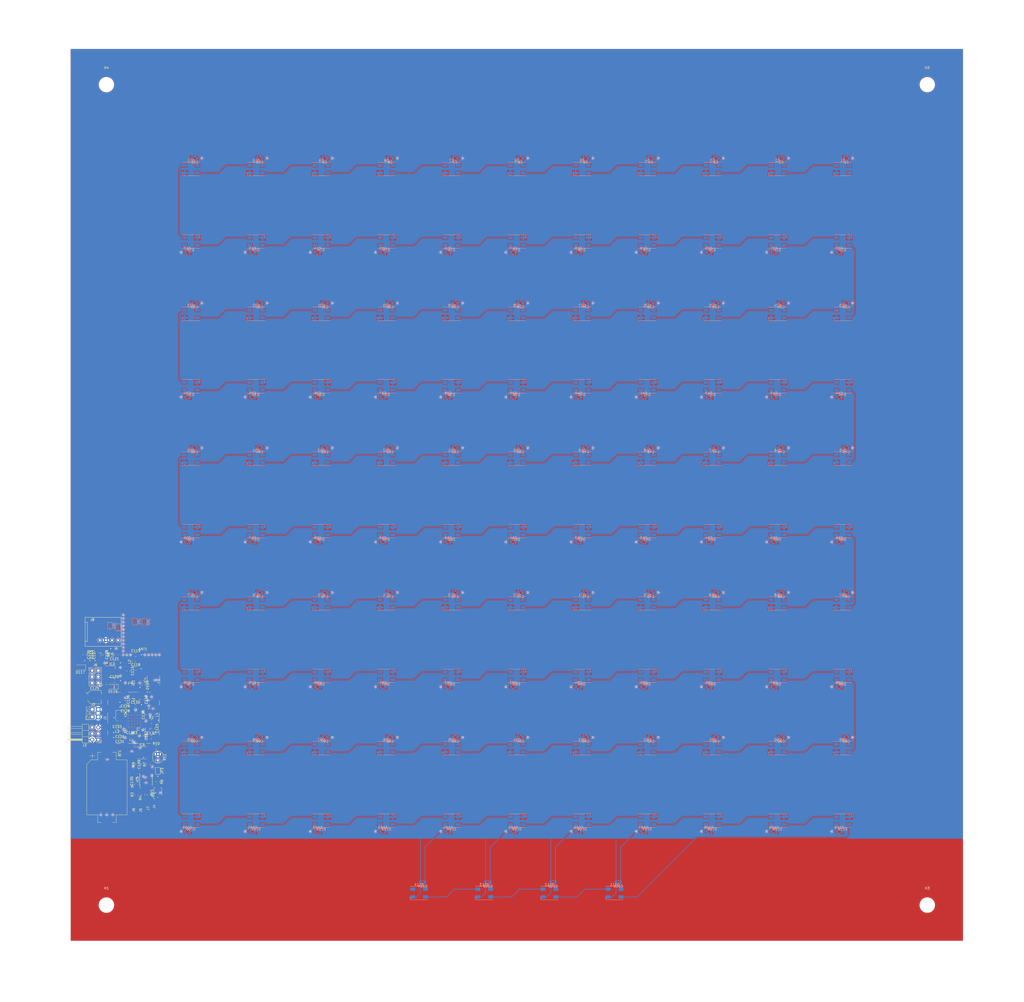
<source format=kicad_pcb>
(kicad_pcb (version 20171130) (host pcbnew "(5.1.5)-3")

  (general
    (thickness 1.6)
    (drawings 14)
    (tracks 1211)
    (zones 0)
    (modules 301)
    (nets 161)
  )

  (page A4)
  (layers
    (0 F.Cu signal hide)
    (1 In1.Cu signal hide)
    (2 In2.Cu signal)
    (31 B.Cu signal hide)
    (32 B.Adhes user hide)
    (33 F.Adhes user hide)
    (34 B.Paste user hide)
    (35 F.Paste user hide)
    (36 B.SilkS user hide)
    (37 F.SilkS user)
    (38 B.Mask user hide)
    (39 F.Mask user hide)
    (40 Dwgs.User user)
    (41 Cmts.User user)
    (42 Eco1.User user)
    (43 Eco2.User user)
    (44 Edge.Cuts user)
    (45 Margin user hide)
    (46 B.CrtYd user hide)
    (47 F.CrtYd user)
    (48 B.Fab user hide)
    (49 F.Fab user)
  )

  (setup
    (last_trace_width 0.25)
    (user_trace_width 1)
    (user_trace_width 2)
    (trace_clearance 0.2)
    (zone_clearance 0.2)
    (zone_45_only no)
    (trace_min 0.2)
    (via_size 0.8)
    (via_drill 0.4)
    (via_min_size 0.4)
    (via_min_drill 0.3)
    (uvia_size 0.3)
    (uvia_drill 0.1)
    (uvias_allowed no)
    (uvia_min_size 0.2)
    (uvia_min_drill 0.1)
    (edge_width 0.05)
    (segment_width 0.2)
    (pcb_text_width 0.3)
    (pcb_text_size 1.5 1.5)
    (mod_edge_width 0.12)
    (mod_text_size 1 1)
    (mod_text_width 0.15)
    (pad_size 2 1.4)
    (pad_drill 0)
    (pad_to_mask_clearance 0.051)
    (solder_mask_min_width 0.5)
    (aux_axis_origin 0 0)
    (visible_elements 7EF9F79F)
    (pcbplotparams
      (layerselection 0x010f0_ffffffff)
      (usegerberextensions false)
      (usegerberattributes false)
      (usegerberadvancedattributes false)
      (creategerberjobfile false)
      (excludeedgelayer true)
      (linewidth 0.100000)
      (plotframeref false)
      (viasonmask false)
      (mode 1)
      (useauxorigin false)
      (hpglpennumber 1)
      (hpglpenspeed 20)
      (hpglpendiameter 15.000000)
      (psnegative false)
      (psa4output false)
      (plotreference false)
      (plotvalue false)
      (plotinvisibletext false)
      (padsonsilk false)
      (subtractmaskfromsilk false)
      (outputformat 1)
      (mirror false)
      (drillshape 0)
      (scaleselection 1)
      (outputdirectory "../../Gerber/"))
  )

  (net 0 "")
  (net 1 GND)
  (net 2 +5V)
  (net 3 "Net-(D10-Pad2)")
  (net 4 "Net-(D10-Pad4)")
  (net 5 "Net-(D100-Pad2)")
  (net 6 "Net-(D100-Pad4)")
  (net 7 +3V3)
  (net 8 "Net-(D1-Pad2)")
  (net 9 "Net-(D2-Pad2)")
  (net 10 "Net-(D3-Pad2)")
  (net 11 "Net-(D4-Pad2)")
  (net 12 "Net-(D5-Pad2)")
  (net 13 "Net-(D6-Pad2)")
  (net 14 "Net-(D7-Pad2)")
  (net 15 "Net-(D8-Pad2)")
  (net 16 "Net-(D11-Pad2)")
  (net 17 "Net-(D12-Pad2)")
  (net 18 "Net-(D13-Pad2)")
  (net 19 "Net-(D14-Pad2)")
  (net 20 "Net-(D15-Pad2)")
  (net 21 "Net-(D16-Pad2)")
  (net 22 "Net-(D17-Pad2)")
  (net 23 "Net-(D18-Pad2)")
  (net 24 "Net-(D19-Pad2)")
  (net 25 "Net-(D20-Pad2)")
  (net 26 "Net-(D21-Pad2)")
  (net 27 "Net-(D22-Pad2)")
  (net 28 "Net-(D23-Pad2)")
  (net 29 "Net-(D24-Pad2)")
  (net 30 "Net-(D25-Pad2)")
  (net 31 "Net-(D26-Pad2)")
  (net 32 "Net-(D27-Pad2)")
  (net 33 "Net-(D28-Pad2)")
  (net 34 "Net-(D29-Pad2)")
  (net 35 "Net-(D30-Pad2)")
  (net 36 "Net-(D31-Pad2)")
  (net 37 "Net-(D32-Pad2)")
  (net 38 "Net-(D33-Pad2)")
  (net 39 "Net-(D34-Pad2)")
  (net 40 "Net-(D35-Pad2)")
  (net 41 "Net-(D36-Pad2)")
  (net 42 "Net-(D37-Pad2)")
  (net 43 "Net-(D38-Pad2)")
  (net 44 "Net-(D39-Pad2)")
  (net 45 "Net-(D40-Pad2)")
  (net 46 "Net-(D41-Pad2)")
  (net 47 "Net-(D42-Pad2)")
  (net 48 "Net-(D43-Pad2)")
  (net 49 "Net-(D44-Pad2)")
  (net 50 "Net-(D45-Pad2)")
  (net 51 "Net-(D46-Pad2)")
  (net 52 "Net-(D47-Pad2)")
  (net 53 "Net-(D48-Pad2)")
  (net 54 "Net-(D49-Pad2)")
  (net 55 "Net-(D50-Pad2)")
  (net 56 "Net-(D51-Pad2)")
  (net 57 "Net-(D52-Pad2)")
  (net 58 "Net-(D53-Pad2)")
  (net 59 "Net-(D54-Pad2)")
  (net 60 "Net-(D55-Pad2)")
  (net 61 "Net-(D56-Pad2)")
  (net 62 "Net-(D57-Pad2)")
  (net 63 "Net-(D58-Pad2)")
  (net 64 "Net-(D59-Pad2)")
  (net 65 "Net-(D60-Pad2)")
  (net 66 "Net-(D61-Pad2)")
  (net 67 "Net-(D62-Pad2)")
  (net 68 "Net-(D63-Pad2)")
  (net 69 "Net-(D64-Pad2)")
  (net 70 "Net-(D65-Pad2)")
  (net 71 "Net-(D66-Pad2)")
  (net 72 "Net-(D67-Pad2)")
  (net 73 "Net-(D68-Pad2)")
  (net 74 "Net-(D69-Pad2)")
  (net 75 "Net-(D70-Pad2)")
  (net 76 "Net-(D71-Pad2)")
  (net 77 "Net-(D72-Pad2)")
  (net 78 "Net-(D73-Pad2)")
  (net 79 "Net-(D74-Pad2)")
  (net 80 "Net-(D75-Pad2)")
  (net 81 "Net-(D76-Pad2)")
  (net 82 "Net-(D77-Pad2)")
  (net 83 "Net-(D78-Pad2)")
  (net 84 "Net-(D79-Pad2)")
  (net 85 "Net-(D80-Pad2)")
  (net 86 "Net-(D81-Pad2)")
  (net 87 "Net-(D82-Pad2)")
  (net 88 "Net-(D83-Pad2)")
  (net 89 "Net-(D84-Pad2)")
  (net 90 "Net-(D85-Pad2)")
  (net 91 "Net-(D86-Pad2)")
  (net 92 "Net-(D87-Pad2)")
  (net 93 "Net-(D88-Pad2)")
  (net 94 "Net-(D89-Pad2)")
  (net 95 "Net-(D90-Pad2)")
  (net 96 "Net-(D91-Pad2)")
  (net 97 "Net-(D92-Pad2)")
  (net 98 "Net-(D93-Pad2)")
  (net 99 "Net-(D94-Pad2)")
  (net 100 "Net-(D95-Pad2)")
  (net 101 "Net-(D96-Pad2)")
  (net 102 "Net-(D97-Pad2)")
  (net 103 "Net-(D98-Pad2)")
  (net 104 "Net-(D101-Pad2)")
  (net 105 "Net-(D102-Pad2)")
  (net 106 "Net-(D103-Pad2)")
  (net 107 "Net-(D104-Pad2)")
  (net 108 "Net-(D105-Pad2)")
  (net 109 "Net-(D106-Pad2)")
  (net 110 "Net-(D107-Pad2)")
  (net 111 "Net-(D108-Pad2)")
  (net 112 "Net-(D109-Pad2)")
  (net 113 "Net-(D110-Pad2)")
  (net 114 "Net-(D111-Pad2)")
  (net 115 "Net-(D112-Pad2)")
  (net 116 "Net-(D113-Pad2)")
  (net 117 /SK6812)
  (net 118 /T3)
  (net 119 /T1)
  (net 120 /T2)
  (net 121 /Guard)
  (net 122 "Net-(ANT1-Pad1)")
  (net 123 "Net-(BT1-Pad1)")
  (net 124 "Net-(C115-Pad2)")
  (net 125 "Net-(C115-Pad1)")
  (net 126 "Net-(C116-Pad1)")
  (net 127 "Net-(C117-Pad1)")
  (net 128 +4V)
  (net 129 "Net-(C122-Pad1)")
  (net 130 "Net-(C123-Pad1)")
  (net 131 "Net-(C133-Pad1)")
  (net 132 "Net-(C134-Pad1)")
  (net 133 "Net-(C136-Pad1)")
  (net 134 "Net-(C138-Pad1)")
  (net 135 "Net-(D117-Pad1)")
  (net 136 "Net-(IC3-Pad4)")
  (net 137 /NRST)
  (net 138 /LDR)
  (net 139 /TCO)
  (net 140 /CS_E)
  (net 141 /CLK)
  (net 142 /MISO)
  (net 143 /MOSI)
  (net 144 "Net-(IC3-Pad24)")
  (net 145 "Net-(IC3-Pad25)")
  (net 146 "Net-(IC3-Pad33)")
  (net 147 /SWDIO)
  (net 148 /SWCLK)
  (net 149 /MTO0)
  (net 150 /MTO1)
  (net 151 /MTO3)
  (net 152 /DQ)
  (net 153 "Net-(IC5-Pad2)")
  (net 154 "Net-(IC5-Pad3)")
  (net 155 "Net-(IC5-Pad6)")
  (net 156 "Net-(IC5-Pad10)")
  (net 157 "Net-(IC5-Pad11)")
  (net 158 "Net-(J8-PadPON)")
  (net 159 "Net-(J8-PadTCO)")
  (net 160 "Net-(R6-Pad2)")

  (net_class Default "Dies ist die voreingestellte Netzklasse."
    (clearance 0.2)
    (trace_width 0.25)
    (via_dia 0.8)
    (via_drill 0.4)
    (uvia_dia 0.3)
    (uvia_drill 0.1)
    (add_net +3V3)
    (add_net +4V)
    (add_net +5V)
    (add_net /CLK)
    (add_net /CS_E)
    (add_net /DQ)
    (add_net /Guard)
    (add_net /LDR)
    (add_net /MISO)
    (add_net /MOSI)
    (add_net /MTO0)
    (add_net /MTO1)
    (add_net /MTO3)
    (add_net /NRST)
    (add_net /SK6812)
    (add_net /SWCLK)
    (add_net /SWDIO)
    (add_net /T1)
    (add_net /T2)
    (add_net /T3)
    (add_net /TCO)
    (add_net GND)
    (add_net "Net-(ANT1-Pad1)")
    (add_net "Net-(BT1-Pad1)")
    (add_net "Net-(C115-Pad1)")
    (add_net "Net-(C115-Pad2)")
    (add_net "Net-(C116-Pad1)")
    (add_net "Net-(C117-Pad1)")
    (add_net "Net-(C122-Pad1)")
    (add_net "Net-(C123-Pad1)")
    (add_net "Net-(C133-Pad1)")
    (add_net "Net-(C134-Pad1)")
    (add_net "Net-(C136-Pad1)")
    (add_net "Net-(C138-Pad1)")
    (add_net "Net-(D1-Pad2)")
    (add_net "Net-(D10-Pad2)")
    (add_net "Net-(D10-Pad4)")
    (add_net "Net-(D100-Pad2)")
    (add_net "Net-(D100-Pad4)")
    (add_net "Net-(D101-Pad2)")
    (add_net "Net-(D102-Pad2)")
    (add_net "Net-(D103-Pad2)")
    (add_net "Net-(D104-Pad2)")
    (add_net "Net-(D105-Pad2)")
    (add_net "Net-(D106-Pad2)")
    (add_net "Net-(D107-Pad2)")
    (add_net "Net-(D108-Pad2)")
    (add_net "Net-(D109-Pad2)")
    (add_net "Net-(D11-Pad2)")
    (add_net "Net-(D110-Pad2)")
    (add_net "Net-(D111-Pad2)")
    (add_net "Net-(D112-Pad2)")
    (add_net "Net-(D113-Pad2)")
    (add_net "Net-(D117-Pad1)")
    (add_net "Net-(D12-Pad2)")
    (add_net "Net-(D13-Pad2)")
    (add_net "Net-(D14-Pad2)")
    (add_net "Net-(D15-Pad2)")
    (add_net "Net-(D16-Pad2)")
    (add_net "Net-(D17-Pad2)")
    (add_net "Net-(D18-Pad2)")
    (add_net "Net-(D19-Pad2)")
    (add_net "Net-(D2-Pad2)")
    (add_net "Net-(D20-Pad2)")
    (add_net "Net-(D21-Pad2)")
    (add_net "Net-(D22-Pad2)")
    (add_net "Net-(D23-Pad2)")
    (add_net "Net-(D24-Pad2)")
    (add_net "Net-(D25-Pad2)")
    (add_net "Net-(D26-Pad2)")
    (add_net "Net-(D27-Pad2)")
    (add_net "Net-(D28-Pad2)")
    (add_net "Net-(D29-Pad2)")
    (add_net "Net-(D3-Pad2)")
    (add_net "Net-(D30-Pad2)")
    (add_net "Net-(D31-Pad2)")
    (add_net "Net-(D32-Pad2)")
    (add_net "Net-(D33-Pad2)")
    (add_net "Net-(D34-Pad2)")
    (add_net "Net-(D35-Pad2)")
    (add_net "Net-(D36-Pad2)")
    (add_net "Net-(D37-Pad2)")
    (add_net "Net-(D38-Pad2)")
    (add_net "Net-(D39-Pad2)")
    (add_net "Net-(D4-Pad2)")
    (add_net "Net-(D40-Pad2)")
    (add_net "Net-(D41-Pad2)")
    (add_net "Net-(D42-Pad2)")
    (add_net "Net-(D43-Pad2)")
    (add_net "Net-(D44-Pad2)")
    (add_net "Net-(D45-Pad2)")
    (add_net "Net-(D46-Pad2)")
    (add_net "Net-(D47-Pad2)")
    (add_net "Net-(D48-Pad2)")
    (add_net "Net-(D49-Pad2)")
    (add_net "Net-(D5-Pad2)")
    (add_net "Net-(D50-Pad2)")
    (add_net "Net-(D51-Pad2)")
    (add_net "Net-(D52-Pad2)")
    (add_net "Net-(D53-Pad2)")
    (add_net "Net-(D54-Pad2)")
    (add_net "Net-(D55-Pad2)")
    (add_net "Net-(D56-Pad2)")
    (add_net "Net-(D57-Pad2)")
    (add_net "Net-(D58-Pad2)")
    (add_net "Net-(D59-Pad2)")
    (add_net "Net-(D6-Pad2)")
    (add_net "Net-(D60-Pad2)")
    (add_net "Net-(D61-Pad2)")
    (add_net "Net-(D62-Pad2)")
    (add_net "Net-(D63-Pad2)")
    (add_net "Net-(D64-Pad2)")
    (add_net "Net-(D65-Pad2)")
    (add_net "Net-(D66-Pad2)")
    (add_net "Net-(D67-Pad2)")
    (add_net "Net-(D68-Pad2)")
    (add_net "Net-(D69-Pad2)")
    (add_net "Net-(D7-Pad2)")
    (add_net "Net-(D70-Pad2)")
    (add_net "Net-(D71-Pad2)")
    (add_net "Net-(D72-Pad2)")
    (add_net "Net-(D73-Pad2)")
    (add_net "Net-(D74-Pad2)")
    (add_net "Net-(D75-Pad2)")
    (add_net "Net-(D76-Pad2)")
    (add_net "Net-(D77-Pad2)")
    (add_net "Net-(D78-Pad2)")
    (add_net "Net-(D79-Pad2)")
    (add_net "Net-(D8-Pad2)")
    (add_net "Net-(D80-Pad2)")
    (add_net "Net-(D81-Pad2)")
    (add_net "Net-(D82-Pad2)")
    (add_net "Net-(D83-Pad2)")
    (add_net "Net-(D84-Pad2)")
    (add_net "Net-(D85-Pad2)")
    (add_net "Net-(D86-Pad2)")
    (add_net "Net-(D87-Pad2)")
    (add_net "Net-(D88-Pad2)")
    (add_net "Net-(D89-Pad2)")
    (add_net "Net-(D90-Pad2)")
    (add_net "Net-(D91-Pad2)")
    (add_net "Net-(D92-Pad2)")
    (add_net "Net-(D93-Pad2)")
    (add_net "Net-(D94-Pad2)")
    (add_net "Net-(D95-Pad2)")
    (add_net "Net-(D96-Pad2)")
    (add_net "Net-(D97-Pad2)")
    (add_net "Net-(D98-Pad2)")
    (add_net "Net-(IC3-Pad24)")
    (add_net "Net-(IC3-Pad25)")
    (add_net "Net-(IC3-Pad33)")
    (add_net "Net-(IC3-Pad4)")
    (add_net "Net-(IC5-Pad10)")
    (add_net "Net-(IC5-Pad11)")
    (add_net "Net-(IC5-Pad2)")
    (add_net "Net-(IC5-Pad3)")
    (add_net "Net-(IC5-Pad6)")
    (add_net "Net-(J8-PadPON)")
    (add_net "Net-(J8-PadTCO)")
    (add_net "Net-(R6-Pad2)")
  )

  (module Wordclock_V1:SO-8_3.9x4.9mm_P1.27mm (layer F.Cu) (tedit 5C509AD1) (tstamp 5F3B18AA)
    (at 29.75 291.9)
    (descr "SO, 8 Pin (https://www.nxp.com/docs/en/data-sheet/PCF8523.pdf), generated with kicad-footprint-generator ipc_gullwing_generator.py")
    (tags "SO SO")
    (path /5F2FE99F)
    (attr smd)
    (fp_text reference IC6 (at 0 -3.4) (layer F.SilkS)
      (effects (font (size 1 1) (thickness 0.15)))
    )
    (fp_text value DS18B20Z+ (at 0 3.4) (layer F.Fab)
      (effects (font (size 1 1) (thickness 0.15)))
    )
    (fp_text user %R (at 0 0) (layer F.Fab)
      (effects (font (size 0.98 0.98) (thickness 0.15)))
    )
    (fp_line (start 3.7 -2.7) (end -3.7 -2.7) (layer F.CrtYd) (width 0.05))
    (fp_line (start 3.7 2.7) (end 3.7 -2.7) (layer F.CrtYd) (width 0.05))
    (fp_line (start -3.7 2.7) (end 3.7 2.7) (layer F.CrtYd) (width 0.05))
    (fp_line (start -3.7 -2.7) (end -3.7 2.7) (layer F.CrtYd) (width 0.05))
    (fp_line (start -1.95 -1.475) (end -0.975 -2.45) (layer F.Fab) (width 0.1))
    (fp_line (start -1.95 2.45) (end -1.95 -1.475) (layer F.Fab) (width 0.1))
    (fp_line (start 1.95 2.45) (end -1.95 2.45) (layer F.Fab) (width 0.1))
    (fp_line (start 1.95 -2.45) (end 1.95 2.45) (layer F.Fab) (width 0.1))
    (fp_line (start -0.975 -2.45) (end 1.95 -2.45) (layer F.Fab) (width 0.1))
    (fp_line (start 0 -2.56) (end -3.45 -2.56) (layer F.SilkS) (width 0.12))
    (fp_line (start 0 -2.56) (end 1.95 -2.56) (layer F.SilkS) (width 0.12))
    (fp_line (start 0 2.56) (end -1.95 2.56) (layer F.SilkS) (width 0.12))
    (fp_line (start 0 2.56) (end 1.95 2.56) (layer F.SilkS) (width 0.12))
    (pad 8 smd roundrect (at 2.575 -1.905) (size 1.75 0.6) (layers F.Cu F.Paste F.Mask) (roundrect_rratio 0.25))
    (pad 7 smd roundrect (at 2.575 -0.635) (size 1.75 0.6) (layers F.Cu F.Paste F.Mask) (roundrect_rratio 0.25))
    (pad 6 smd roundrect (at 2.575 0.635) (size 1.75 0.6) (layers F.Cu F.Paste F.Mask) (roundrect_rratio 0.25))
    (pad 5 smd roundrect (at 2.575 1.905) (size 1.75 0.6) (layers F.Cu F.Paste F.Mask) (roundrect_rratio 0.25)
      (net 1 GND))
    (pad 4 smd roundrect (at -2.575 1.905) (size 1.75 0.6) (layers F.Cu F.Paste F.Mask) (roundrect_rratio 0.25)
      (net 152 /DQ))
    (pad 3 smd roundrect (at -2.575 0.635) (size 1.75 0.6) (layers F.Cu F.Paste F.Mask) (roundrect_rratio 0.25)
      (net 7 +3V3))
    (pad 2 smd roundrect (at -2.575 -0.635) (size 1.75 0.6) (layers F.Cu F.Paste F.Mask) (roundrect_rratio 0.25))
    (pad 1 smd roundrect (at -2.575 -1.905) (size 1.75 0.6) (layers F.Cu F.Paste F.Mask) (roundrect_rratio 0.25))
    (model ${KISYS3DMOD}/Package_SO.3dshapes/SO-8_3.9x4.9mm_P1.27mm.wrl
      (at (xyz 0 0 0))
      (scale (xyz 1 1 1))
      (rotate (xyz 0 0 0))
    )
  )

  (module Wordclock_V1:CP_Elec_5x5.3 (layer F.Cu) (tedit 5BCA39CF) (tstamp 5F3B1117)
    (at 10.1 268.8)
    (descr "SMD capacitor, aluminum electrolytic, Nichicon, 5.0x5.3mm")
    (tags "capacitor electrolytic")
    (path /5F2FE9AB)
    (attr smd)
    (fp_text reference C125 (at 0 -3.7) (layer F.SilkS)
      (effects (font (size 1 1) (thickness 0.15)))
    )
    (fp_text value "EEE-FK1C101SR (100u)" (at 0 3.7) (layer F.Fab)
      (effects (font (size 1 1) (thickness 0.15)))
    )
    (fp_circle (center 0 0) (end 2.5 0) (layer F.Fab) (width 0.1))
    (fp_line (start 2.65 -2.65) (end 2.65 2.65) (layer F.Fab) (width 0.1))
    (fp_line (start -1.65 -2.65) (end 2.65 -2.65) (layer F.Fab) (width 0.1))
    (fp_line (start -1.65 2.65) (end 2.65 2.65) (layer F.Fab) (width 0.1))
    (fp_line (start -2.65 -1.65) (end -2.65 1.65) (layer F.Fab) (width 0.1))
    (fp_line (start -2.65 -1.65) (end -1.65 -2.65) (layer F.Fab) (width 0.1))
    (fp_line (start -2.65 1.65) (end -1.65 2.65) (layer F.Fab) (width 0.1))
    (fp_line (start -2.033956 -1.2) (end -1.533956 -1.2) (layer F.Fab) (width 0.1))
    (fp_line (start -1.783956 -1.45) (end -1.783956 -0.95) (layer F.Fab) (width 0.1))
    (fp_line (start 2.76 2.76) (end 2.76 1.06) (layer F.SilkS) (width 0.12))
    (fp_line (start 2.76 -2.76) (end 2.76 -1.06) (layer F.SilkS) (width 0.12))
    (fp_line (start -1.695563 -2.76) (end 2.76 -2.76) (layer F.SilkS) (width 0.12))
    (fp_line (start -1.695563 2.76) (end 2.76 2.76) (layer F.SilkS) (width 0.12))
    (fp_line (start -2.76 1.695563) (end -2.76 1.06) (layer F.SilkS) (width 0.12))
    (fp_line (start -2.76 -1.695563) (end -2.76 -1.06) (layer F.SilkS) (width 0.12))
    (fp_line (start -2.76 -1.695563) (end -1.695563 -2.76) (layer F.SilkS) (width 0.12))
    (fp_line (start -2.76 1.695563) (end -1.695563 2.76) (layer F.SilkS) (width 0.12))
    (fp_line (start -3.625 -1.685) (end -3 -1.685) (layer F.SilkS) (width 0.12))
    (fp_line (start -3.3125 -1.9975) (end -3.3125 -1.3725) (layer F.SilkS) (width 0.12))
    (fp_line (start 2.9 -2.9) (end 2.9 -1.05) (layer F.CrtYd) (width 0.05))
    (fp_line (start 2.9 -1.05) (end 3.95 -1.05) (layer F.CrtYd) (width 0.05))
    (fp_line (start 3.95 -1.05) (end 3.95 1.05) (layer F.CrtYd) (width 0.05))
    (fp_line (start 3.95 1.05) (end 2.9 1.05) (layer F.CrtYd) (width 0.05))
    (fp_line (start 2.9 1.05) (end 2.9 2.9) (layer F.CrtYd) (width 0.05))
    (fp_line (start -1.75 2.9) (end 2.9 2.9) (layer F.CrtYd) (width 0.05))
    (fp_line (start -1.75 -2.9) (end 2.9 -2.9) (layer F.CrtYd) (width 0.05))
    (fp_line (start -2.9 1.75) (end -1.75 2.9) (layer F.CrtYd) (width 0.05))
    (fp_line (start -2.9 -1.75) (end -1.75 -2.9) (layer F.CrtYd) (width 0.05))
    (fp_line (start -2.9 -1.75) (end -2.9 -1.05) (layer F.CrtYd) (width 0.05))
    (fp_line (start -2.9 1.05) (end -2.9 1.75) (layer F.CrtYd) (width 0.05))
    (fp_line (start -2.9 -1.05) (end -3.95 -1.05) (layer F.CrtYd) (width 0.05))
    (fp_line (start -3.95 -1.05) (end -3.95 1.05) (layer F.CrtYd) (width 0.05))
    (fp_line (start -3.95 1.05) (end -2.9 1.05) (layer F.CrtYd) (width 0.05))
    (fp_text user %R (at 0 0) (layer F.Fab)
      (effects (font (size 1 1) (thickness 0.15)))
    )
    (pad 1 smd roundrect (at -2.2 0) (size 3 1.6) (layers F.Cu F.Paste F.Mask) (roundrect_rratio 0.15625)
      (net 2 +5V))
    (pad 2 smd roundrect (at 2.2 0) (size 3 1.6) (layers F.Cu F.Paste F.Mask) (roundrect_rratio 0.15625)
      (net 1 GND))
    (model ${KISYS3DMOD}/Capacitor_SMD.3dshapes/CP_Elec_5x5.3.wrl
      (at (xyz 0 0 0))
      (scale (xyz 1 1 1))
      (rotate (xyz 0 0 0))
    )
  )

  (module Wordclock_V1:PinHeader_2x03_P2.54mm_Vertical (layer F.Cu) (tedit 59FED5CC) (tstamp 5F3B147A)
    (at 9.1 257.8)
    (descr "Through hole straight pin header, 2x03, 2.54mm pitch, double rows")
    (tags "Through hole pin header THT 2x03 2.54mm double row")
    (path /5DEA39E0)
    (fp_text reference J6 (at 1.27 -2.33) (layer F.SilkS)
      (effects (font (size 1 1) (thickness 0.15)))
    )
    (fp_text value M22-7140342 (at 1.27 7.41) (layer F.Fab)
      (effects (font (size 1 1) (thickness 0.15)))
    )
    (fp_line (start 0 -1.27) (end 3.81 -1.27) (layer F.Fab) (width 0.1))
    (fp_line (start 3.81 -1.27) (end 3.81 6.35) (layer F.Fab) (width 0.1))
    (fp_line (start 3.81 6.35) (end -1.27 6.35) (layer F.Fab) (width 0.1))
    (fp_line (start -1.27 6.35) (end -1.27 0) (layer F.Fab) (width 0.1))
    (fp_line (start -1.27 0) (end 0 -1.27) (layer F.Fab) (width 0.1))
    (fp_line (start -1.33 6.41) (end 3.87 6.41) (layer F.SilkS) (width 0.12))
    (fp_line (start -1.33 1.27) (end -1.33 6.41) (layer F.SilkS) (width 0.12))
    (fp_line (start 3.87 -1.33) (end 3.87 6.41) (layer F.SilkS) (width 0.12))
    (fp_line (start -1.33 1.27) (end 1.27 1.27) (layer F.SilkS) (width 0.12))
    (fp_line (start 1.27 1.27) (end 1.27 -1.33) (layer F.SilkS) (width 0.12))
    (fp_line (start 1.27 -1.33) (end 3.87 -1.33) (layer F.SilkS) (width 0.12))
    (fp_line (start -1.33 0) (end -1.33 -1.33) (layer F.SilkS) (width 0.12))
    (fp_line (start -1.33 -1.33) (end 0 -1.33) (layer F.SilkS) (width 0.12))
    (fp_line (start -1.8 -1.8) (end -1.8 6.85) (layer F.CrtYd) (width 0.05))
    (fp_line (start -1.8 6.85) (end 4.35 6.85) (layer F.CrtYd) (width 0.05))
    (fp_line (start 4.35 6.85) (end 4.35 -1.8) (layer F.CrtYd) (width 0.05))
    (fp_line (start 4.35 -1.8) (end -1.8 -1.8) (layer F.CrtYd) (width 0.05))
    (fp_text user %R (at 1.27 2.54 90) (layer F.Fab)
      (effects (font (size 1 1) (thickness 0.15)))
    )
    (pad 1 thru_hole rect (at 0 0) (size 1.7 1.7) (drill 1) (layers *.Cu *.Mask))
    (pad 2 thru_hole oval (at 2.54 0) (size 1.7 1.7) (drill 1) (layers *.Cu *.Mask))
    (pad 3 thru_hole oval (at 0 2.54) (size 1.7 1.7) (drill 1) (layers *.Cu *.Mask))
    (pad 4 thru_hole oval (at 2.54 2.54) (size 1.7 1.7) (drill 1) (layers *.Cu *.Mask))
    (pad 5 thru_hole oval (at 0 5.08) (size 1.7 1.7) (drill 1) (layers *.Cu *.Mask))
    (pad 6 thru_hole oval (at 2.54 5.08) (size 1.7 1.7) (drill 1) (layers *.Cu *.Mask))
    (model ${KISYS3DMOD}/Connector_PinHeader_2.54mm.3dshapes/PinHeader_2x03_P2.54mm_Vertical.wrl
      (at (xyz 0 0 0))
      (scale (xyz 1 1 1))
      (rotate (xyz 0 0 0))
    )
  )

  (module Wordclock_V1:SO-8_3.9x4.9mm_P1.27mm (layer F.Cu) (tedit 5C509AD1) (tstamp 5F3B117E)
    (at 34.5 261.85 90)
    (descr "SO, 8 Pin (https://www.nxp.com/docs/en/data-sheet/PCF8523.pdf), generated with kicad-footprint-generator ipc_gullwing_generator.py")
    (tags "SO SO")
    (path /5F2FE99B)
    (attr smd)
    (fp_text reference IC4 (at 0 -3.4 90) (layer F.SilkS)
      (effects (font (size 1 1) (thickness 0.15)))
    )
    (fp_text value M95M01-DFMN6TP (at 0 3.4 90) (layer F.Fab)
      (effects (font (size 1 1) (thickness 0.15)))
    )
    (fp_text user %R (at 0 0 90) (layer F.Fab)
      (effects (font (size 0.98 0.98) (thickness 0.15)))
    )
    (fp_line (start 3.7 -2.7) (end -3.7 -2.7) (layer F.CrtYd) (width 0.05))
    (fp_line (start 3.7 2.7) (end 3.7 -2.7) (layer F.CrtYd) (width 0.05))
    (fp_line (start -3.7 2.7) (end 3.7 2.7) (layer F.CrtYd) (width 0.05))
    (fp_line (start -3.7 -2.7) (end -3.7 2.7) (layer F.CrtYd) (width 0.05))
    (fp_line (start -1.95 -1.475) (end -0.975 -2.45) (layer F.Fab) (width 0.1))
    (fp_line (start -1.95 2.45) (end -1.95 -1.475) (layer F.Fab) (width 0.1))
    (fp_line (start 1.95 2.45) (end -1.95 2.45) (layer F.Fab) (width 0.1))
    (fp_line (start 1.95 -2.45) (end 1.95 2.45) (layer F.Fab) (width 0.1))
    (fp_line (start -0.975 -2.45) (end 1.95 -2.45) (layer F.Fab) (width 0.1))
    (fp_line (start 0 -2.56) (end -3.45 -2.56) (layer F.SilkS) (width 0.12))
    (fp_line (start 0 -2.56) (end 1.95 -2.56) (layer F.SilkS) (width 0.12))
    (fp_line (start 0 2.56) (end -1.95 2.56) (layer F.SilkS) (width 0.12))
    (fp_line (start 0 2.56) (end 1.95 2.56) (layer F.SilkS) (width 0.12))
    (pad 8 smd roundrect (at 2.575 -1.905 90) (size 1.75 0.6) (layers F.Cu F.Paste F.Mask) (roundrect_rratio 0.25)
      (net 7 +3V3))
    (pad 7 smd roundrect (at 2.575 -0.635 90) (size 1.75 0.6) (layers F.Cu F.Paste F.Mask) (roundrect_rratio 0.25)
      (net 7 +3V3))
    (pad 6 smd roundrect (at 2.575 0.635 90) (size 1.75 0.6) (layers F.Cu F.Paste F.Mask) (roundrect_rratio 0.25)
      (net 141 /CLK))
    (pad 5 smd roundrect (at 2.575 1.905 90) (size 1.75 0.6) (layers F.Cu F.Paste F.Mask) (roundrect_rratio 0.25)
      (net 143 /MOSI))
    (pad 4 smd roundrect (at -2.575 1.905 90) (size 1.75 0.6) (layers F.Cu F.Paste F.Mask) (roundrect_rratio 0.25)
      (net 1 GND))
    (pad 3 smd roundrect (at -2.575 0.635 90) (size 1.75 0.6) (layers F.Cu F.Paste F.Mask) (roundrect_rratio 0.25)
      (net 7 +3V3))
    (pad 2 smd roundrect (at -2.575 -0.635 90) (size 1.75 0.6) (layers F.Cu F.Paste F.Mask) (roundrect_rratio 0.25)
      (net 142 /MISO))
    (pad 1 smd roundrect (at -2.575 -1.905 90) (size 1.75 0.6) (layers F.Cu F.Paste F.Mask) (roundrect_rratio 0.25)
      (net 140 /CS_E))
    (model ${KISYS3DMOD}/Package_SO.3dshapes/SO-8_3.9x4.9mm_P1.27mm.wrl
      (at (xyz 0 0 0))
      (scale (xyz 1 1 1))
      (rotate (xyz 0 0 0))
    )
  )

  (module Wordclock_V1:DCF77_Pollin (layer F.Cu) (tedit 5DE0D4B7) (tstamp 5F3B186D)
    (at 22.15 241.75 270)
    (path /5F2FE9A3)
    (fp_text reference J8 (at -5 13) (layer F.SilkS)
      (effects (font (size 1 1) (thickness 0.15)))
    )
    (fp_text value DCF77_POLLIN (at -3 10) (layer F.Fab)
      (effects (font (size 1 1) (thickness 0.15)))
    )
    (fp_line (start -4 15) (end -4 16) (layer F.SilkS) (width 0.15))
    (fp_line (start 4 15) (end -4 15) (layer F.SilkS) (width 0.15))
    (fp_line (start 4 16) (end 4 15) (layer F.SilkS) (width 0.15))
    (fp_line (start -7 0) (end -7 17) (layer F.CrtYd) (width 0.12))
    (fp_line (start -7 0) (end 7 0) (layer F.CrtYd) (width 0.12))
    (fp_line (start 7 17) (end 7 0) (layer F.CrtYd) (width 0.12))
    (fp_line (start -7 17) (end 7 17) (layer F.CrtYd) (width 0.12))
    (fp_line (start -6 1) (end -6 16) (layer F.SilkS) (width 0.15))
    (fp_line (start 6 16) (end -6 16) (layer F.SilkS) (width 0.15))
    (fp_line (start 6 1) (end 6 16) (layer F.SilkS) (width 0.15))
    (fp_line (start -6 1) (end 6 1) (layer F.SilkS) (width 0.15))
    (pad VCC thru_hole circle (at 3.46 9.89 270) (size 1.524 1.524) (drill 0.762) (layers *.Cu *.Mask)
      (net 133 "Net-(C136-Pad1)"))
    (pad GND thru_hole circle (at 3.46 7.35 270) (size 1.524 1.524) (drill 0.762) (layers *.Cu *.Mask)
      (net 1 GND))
    (pad PON thru_hole circle (at 3.46 4.81 270) (size 1.524 1.524) (drill 0.762) (layers *.Cu *.Mask)
      (net 158 "Net-(J8-PadPON)"))
    (pad TCO thru_hole circle (at 3.46 2.27 270) (size 1.524 1.524) (drill 0.762) (layers *.Cu *.Mask)
      (net 159 "Net-(J8-PadTCO)"))
  )

  (module Wordclock_V1:R_LDR_4.9x4.2mm_P2.54mm_Vertical (layer F.Cu) (tedit 5B8603A6) (tstamp 5F3AF56D)
    (at 36.3 292.4 270)
    (descr "Resistor, LDR 4.9x4.2mm")
    (tags "Resistor LDR4.9x4.2")
    (path /5F2FE99A)
    (fp_text reference R11 (at 1.27 -2.9 90) (layer F.SilkS)
      (effects (font (size 1 1) (thickness 0.15)))
    )
    (fp_text value R_PHOTO (at 1.17 3.1 90) (layer F.Fab)
      (effects (font (size 1 1) (thickness 0.15)))
    )
    (fp_text user %R (at 1.27 -2.9 90) (layer F.Fab)
      (effects (font (size 1 1) (thickness 0.15)))
    )
    (fp_line (start -0.05 2.15) (end 2.6 2.15) (layer F.SilkS) (width 0.12))
    (fp_line (start -0.05 -2.15) (end 2.6 -2.15) (layer F.SilkS) (width 0.12))
    (fp_line (start 0.87 -1.2) (end 2.17 -1.2) (layer F.Fab) (width 0.1))
    (fp_line (start 1.67 -0.6) (end 0.87 -0.6) (layer F.Fab) (width 0.1))
    (fp_line (start 0.87 0) (end 1.67 0) (layer F.Fab) (width 0.1))
    (fp_line (start 1.67 0.6) (end 0.87 0.6) (layer F.Fab) (width 0.1))
    (fp_line (start 0.37 1.2) (end 1.67 1.2) (layer F.Fab) (width 0.1))
    (fp_line (start 0.37 -1.8) (end 2.17 -1.8) (layer F.Fab) (width 0.1))
    (fp_line (start 2.17 -1.8) (end 2.17 -1.2) (layer F.Fab) (width 0.1))
    (fp_line (start 0.87 -1.2) (end 0.87 -0.6) (layer F.Fab) (width 0.1))
    (fp_line (start 1.67 -0.6) (end 1.67 0) (layer F.Fab) (width 0.1))
    (fp_line (start 0.87 0) (end 0.87 0.6) (layer F.Fab) (width 0.1))
    (fp_line (start 1.67 0.6) (end 1.67 1.2) (layer F.Fab) (width 0.1))
    (fp_line (start 0.37 1.2) (end 0.37 1.8) (layer F.Fab) (width 0.1))
    (fp_line (start 0.37 1.8) (end 2.17 1.8) (layer F.Fab) (width 0.1))
    (fp_line (start 2.57 2.1) (end -0.03 2.1) (layer F.Fab) (width 0.1))
    (fp_line (start -0.03 -2.1) (end 2.57 -2.1) (layer F.Fab) (width 0.1))
    (fp_line (start -1.45 -2.35) (end 3.99 -2.35) (layer F.CrtYd) (width 0.05))
    (fp_line (start -1.45 -2.35) (end -1.45 2.35) (layer F.CrtYd) (width 0.05))
    (fp_line (start 3.99 2.35) (end 3.99 -2.35) (layer F.CrtYd) (width 0.05))
    (fp_line (start 3.99 2.35) (end -1.45 2.35) (layer F.CrtYd) (width 0.05))
    (fp_arc (start 1.25 0) (end -0.05 2.15) (angle 117) (layer F.SilkS) (width 0.12))
    (fp_arc (start 1.25 0) (end 2.6 -2.15) (angle 115) (layer F.SilkS) (width 0.12))
    (fp_arc (start 1.27 0) (end 2.57 -2.1) (angle 115) (layer F.Fab) (width 0.1))
    (fp_arc (start 1.27 0) (end -0.03 2.1) (angle 115) (layer F.Fab) (width 0.1))
    (pad 1 thru_hole circle (at 0 0 270) (size 1.6 1.6) (drill 0.8) (layers *.Cu *.Mask)
      (net 1 GND))
    (pad 2 thru_hole circle (at 2.54 0 270) (size 1.6 1.6) (drill 0.8) (layers *.Cu *.Mask)
      (net 138 /LDR))
    (model ${KISYS3DMOD}/OptoDevice.3dshapes/R_LDR_4.9x4.2mm_P2.54mm_Vertical.wrl
      (at (xyz 0 0 0))
      (scale (xyz 1 1 1))
      (rotate (xyz 0 0 0))
    )
  )

  (module Wordclock_V1:R_0805_2012Metric (layer F.Cu) (tedit 5B36C52B) (tstamp 5F3B12EC)
    (at 35.6 289.7)
    (descr "Resistor SMD 0805 (2012 Metric), square (rectangular) end terminal, IPC_7351 nominal, (Body size source: https://docs.google.com/spreadsheets/d/1BsfQQcO9C6DZCsRaXUlFlo91Tg2WpOkGARC1WS5S8t0/edit?usp=sharing), generated with kicad-footprint-generator")
    (tags resistor)
    (path /5F2FE9A7)
    (attr smd)
    (fp_text reference R10 (at 0 -1.65) (layer F.SilkS)
      (effects (font (size 1 1) (thickness 0.15)))
    )
    (fp_text value 10k (at 0 1.65) (layer F.Fab)
      (effects (font (size 1 1) (thickness 0.15)))
    )
    (fp_line (start -1 0.6) (end -1 -0.6) (layer F.Fab) (width 0.1))
    (fp_line (start -1 -0.6) (end 1 -0.6) (layer F.Fab) (width 0.1))
    (fp_line (start 1 -0.6) (end 1 0.6) (layer F.Fab) (width 0.1))
    (fp_line (start 1 0.6) (end -1 0.6) (layer F.Fab) (width 0.1))
    (fp_line (start -0.258578 -0.71) (end 0.258578 -0.71) (layer F.SilkS) (width 0.12))
    (fp_line (start -0.258578 0.71) (end 0.258578 0.71) (layer F.SilkS) (width 0.12))
    (fp_line (start -1.68 0.95) (end -1.68 -0.95) (layer F.CrtYd) (width 0.05))
    (fp_line (start -1.68 -0.95) (end 1.68 -0.95) (layer F.CrtYd) (width 0.05))
    (fp_line (start 1.68 -0.95) (end 1.68 0.95) (layer F.CrtYd) (width 0.05))
    (fp_line (start 1.68 0.95) (end -1.68 0.95) (layer F.CrtYd) (width 0.05))
    (fp_text user %R (at 0 0) (layer F.Fab)
      (effects (font (size 0.5 0.5) (thickness 0.08)))
    )
    (pad 1 smd roundrect (at -0.9375 0) (size 0.975 1.4) (layers F.Cu F.Paste F.Mask) (roundrect_rratio 0.25)
      (net 138 /LDR))
    (pad 2 smd roundrect (at 0.9375 0) (size 0.975 1.4) (layers F.Cu F.Paste F.Mask) (roundrect_rratio 0.25)
      (net 1 GND))
    (model ${KISYS3DMOD}/Resistor_SMD.3dshapes/R_0805_2012Metric.wrl
      (at (xyz 0 0 0))
      (scale (xyz 1 1 1))
      (rotate (xyz 0 0 0))
    )
  )

  (module Wordclock_V1:R_0805_2012Metric (layer F.Cu) (tedit 5B36C52B) (tstamp 5F3B131C)
    (at 14.3 251.2 270)
    (descr "Resistor SMD 0805 (2012 Metric), square (rectangular) end terminal, IPC_7351 nominal, (Body size source: https://docs.google.com/spreadsheets/d/1BsfQQcO9C6DZCsRaXUlFlo91Tg2WpOkGARC1WS5S8t0/edit?usp=sharing), generated with kicad-footprint-generator")
    (tags resistor)
    (path /5F2FE98A)
    (attr smd)
    (fp_text reference R8 (at 0 -1.65 90) (layer F.SilkS)
      (effects (font (size 1 1) (thickness 0.15)))
    )
    (fp_text value 100 (at 0 1.65 90) (layer F.Fab)
      (effects (font (size 1 1) (thickness 0.15)))
    )
    (fp_line (start -1 0.6) (end -1 -0.6) (layer F.Fab) (width 0.1))
    (fp_line (start -1 -0.6) (end 1 -0.6) (layer F.Fab) (width 0.1))
    (fp_line (start 1 -0.6) (end 1 0.6) (layer F.Fab) (width 0.1))
    (fp_line (start 1 0.6) (end -1 0.6) (layer F.Fab) (width 0.1))
    (fp_line (start -0.258578 -0.71) (end 0.258578 -0.71) (layer F.SilkS) (width 0.12))
    (fp_line (start -0.258578 0.71) (end 0.258578 0.71) (layer F.SilkS) (width 0.12))
    (fp_line (start -1.68 0.95) (end -1.68 -0.95) (layer F.CrtYd) (width 0.05))
    (fp_line (start -1.68 -0.95) (end 1.68 -0.95) (layer F.CrtYd) (width 0.05))
    (fp_line (start 1.68 -0.95) (end 1.68 0.95) (layer F.CrtYd) (width 0.05))
    (fp_line (start 1.68 0.95) (end -1.68 0.95) (layer F.CrtYd) (width 0.05))
    (fp_text user %R (at 0 0 90) (layer F.Fab)
      (effects (font (size 0.5 0.5) (thickness 0.08)))
    )
    (pad 1 smd roundrect (at -0.9375 0 270) (size 0.975 1.4) (layers F.Cu F.Paste F.Mask) (roundrect_rratio 0.25)
      (net 133 "Net-(C136-Pad1)"))
    (pad 2 smd roundrect (at 0.9375 0 270) (size 0.975 1.4) (layers F.Cu F.Paste F.Mask) (roundrect_rratio 0.25)
      (net 134 "Net-(C138-Pad1)"))
    (model ${KISYS3DMOD}/Resistor_SMD.3dshapes/R_0805_2012Metric.wrl
      (at (xyz 0 0 0))
      (scale (xyz 1 1 1))
      (rotate (xyz 0 0 0))
    )
  )

  (module Wordclock_V1:L_0805_2012Metric (layer F.Cu) (tedit 5B36C52B) (tstamp 5F3B12BC)
    (at 19.1 251.2 90)
    (descr "Inductor SMD 0805 (2012 Metric), square (rectangular) end terminal, IPC_7351 nominal, (Body size source: https://docs.google.com/spreadsheets/d/1BsfQQcO9C6DZCsRaXUlFlo91Tg2WpOkGARC1WS5S8t0/edit?usp=sharing), generated with kicad-footprint-generator")
    (tags inductor)
    (path /5F2FE990)
    (attr smd)
    (fp_text reference L5 (at 0 -1.65 90) (layer F.SilkS)
      (effects (font (size 1 1) (thickness 0.15)))
    )
    (fp_text value 47u (at 0 1.65 90) (layer F.Fab)
      (effects (font (size 1 1) (thickness 0.15)))
    )
    (fp_line (start -1 0.6) (end -1 -0.6) (layer F.Fab) (width 0.1))
    (fp_line (start -1 -0.6) (end 1 -0.6) (layer F.Fab) (width 0.1))
    (fp_line (start 1 -0.6) (end 1 0.6) (layer F.Fab) (width 0.1))
    (fp_line (start 1 0.6) (end -1 0.6) (layer F.Fab) (width 0.1))
    (fp_line (start -0.258578 -0.71) (end 0.258578 -0.71) (layer F.SilkS) (width 0.12))
    (fp_line (start -0.258578 0.71) (end 0.258578 0.71) (layer F.SilkS) (width 0.12))
    (fp_line (start -1.68 0.95) (end -1.68 -0.95) (layer F.CrtYd) (width 0.05))
    (fp_line (start -1.68 -0.95) (end 1.68 -0.95) (layer F.CrtYd) (width 0.05))
    (fp_line (start 1.68 -0.95) (end 1.68 0.95) (layer F.CrtYd) (width 0.05))
    (fp_line (start 1.68 0.95) (end -1.68 0.95) (layer F.CrtYd) (width 0.05))
    (fp_text user %R (at 0 0 90) (layer F.Fab)
      (effects (font (size 0.5 0.5) (thickness 0.08)))
    )
    (pad 1 smd roundrect (at -0.9375 0 90) (size 0.975 1.4) (layers F.Cu F.Paste F.Mask) (roundrect_rratio 0.25)
      (net 134 "Net-(C138-Pad1)"))
    (pad 2 smd roundrect (at 0.9375 0 90) (size 0.975 1.4) (layers F.Cu F.Paste F.Mask) (roundrect_rratio 0.25)
      (net 135 "Net-(D117-Pad1)"))
    (model ${KISYS3DMOD}/Inductor_SMD.3dshapes/L_0805_2012Metric.wrl
      (at (xyz 0 0 0))
      (scale (xyz 1 1 1))
      (rotate (xyz 0 0 0))
    )
  )

  (module Wordclock_V1:SolderJumper-2_P1.3mm_Open_TrianglePad1.0x1.5mm (layer F.Cu) (tedit 5A64794F) (tstamp 5F3B1349)
    (at 36.3 299.4 270)
    (descr "SMD Solder Jumper, 1x1.5mm Triangular Pads, 0.3mm gap, open")
    (tags "solder jumper open")
    (path /5F2FE999)
    (attr virtual)
    (fp_text reference JP3 (at 0 -1.8 90) (layer F.SilkS)
      (effects (font (size 1 1) (thickness 0.15)))
    )
    (fp_text value Jumper (at 0 1.9 90) (layer F.Fab)
      (effects (font (size 1 1) (thickness 0.15)))
    )
    (fp_line (start -1.4 1) (end -1.4 -1) (layer F.SilkS) (width 0.12))
    (fp_line (start 1.4 1) (end -1.4 1) (layer F.SilkS) (width 0.12))
    (fp_line (start 1.4 -1) (end 1.4 1) (layer F.SilkS) (width 0.12))
    (fp_line (start -1.4 -1) (end 1.4 -1) (layer F.SilkS) (width 0.12))
    (fp_line (start -1.65 -1.25) (end 1.65 -1.25) (layer F.CrtYd) (width 0.05))
    (fp_line (start -1.65 -1.25) (end -1.65 1.25) (layer F.CrtYd) (width 0.05))
    (fp_line (start 1.65 1.25) (end 1.65 -1.25) (layer F.CrtYd) (width 0.05))
    (fp_line (start 1.65 1.25) (end -1.65 1.25) (layer F.CrtYd) (width 0.05))
    (pad 2 smd custom (at 0.725 0 270) (size 0.3 0.3) (layers F.Cu F.Mask)
      (net 1 GND) (zone_connect 2)
      (options (clearance outline) (anchor rect))
      (primitives
        (gr_poly (pts
           (xy -0.65 -0.75) (xy 0.5 -0.75) (xy 0.5 0.75) (xy -0.65 0.75) (xy -0.15 0)
) (width 0))
      ))
    (pad 1 smd custom (at -0.725 0 270) (size 0.3 0.3) (layers F.Cu F.Mask)
      (net 156 "Net-(IC5-Pad10)") (zone_connect 2)
      (options (clearance outline) (anchor rect))
      (primitives
        (gr_poly (pts
           (xy -0.5 -0.75) (xy 0.5 -0.75) (xy 1 0) (xy 0.5 0.75) (xy -0.5 0.75)
) (width 0))
      ))
  )

  (module Wordclock_V1:pad (layer F.Cu) (tedit 5F2A7931) (tstamp 5F3B1367)
    (at 35.3 314.9 90)
    (path /60B8B3A6)
    (fp_text reference J7 (at 0 -3 90) (layer F.SilkS)
      (effects (font (size 1 1) (thickness 0.15)))
    )
    (fp_text value Guard (at 0 -1.6 90) (layer F.Fab)
      (effects (font (size 1 1) (thickness 0.15)))
    )
    (pad 1 smd rect (at 0 0 90) (size 1 1) (layers F.Cu F.Paste F.Mask)
      (net 121 /Guard))
  )

  (module Wordclock_V1:pad (layer F.Cu) (tedit 5F2A7931) (tstamp 5F3B12A4)
    (at 29.3 315.6 90)
    (path /60B8B1B5)
    (fp_text reference J6 (at 0 -3 90) (layer F.SilkS)
      (effects (font (size 1 1) (thickness 0.15)))
    )
    (fp_text value Taster3 (at 0 -1.6 90) (layer F.Fab)
      (effects (font (size 1 1) (thickness 0.15)))
    )
    (pad 1 smd rect (at 0 0 90) (size 1 1) (layers F.Cu F.Paste F.Mask)
      (net 118 /T3))
  )

  (module Wordclock_V1:pad (layer F.Cu) (tedit 5F2A7931) (tstamp 5F3B1298)
    (at 32.2 315.7 90)
    (path /60B8AEBA)
    (fp_text reference J5 (at 0 -3 90) (layer F.SilkS)
      (effects (font (size 1 1) (thickness 0.15)))
    )
    (fp_text value Taster2 (at 0 -1.6 90) (layer F.Fab)
      (effects (font (size 1 1) (thickness 0.15)))
    )
    (pad 1 smd rect (at 0 0 90) (size 1 1) (layers F.Cu F.Paste F.Mask)
      (net 120 /T2))
  )

  (module Wordclock_V1:pad (layer F.Cu) (tedit 5F2A7931) (tstamp 5F3B1745)
    (at 37.8 314.2 90)
    (path /60B88F20)
    (fp_text reference J4 (at 0 -3 90) (layer F.SilkS)
      (effects (font (size 1 1) (thickness 0.15)))
    )
    (fp_text value Taster1 (at 0 -1.6 90) (layer F.Fab)
      (effects (font (size 1 1) (thickness 0.15)))
    )
    (pad 1 smd rect (at 0 0 90) (size 1 1) (layers F.Cu F.Paste F.Mask)
      (net 119 /T1))
  )

  (module Wordclock_V1:TerminalBlock_Phoenix_PTSM-0,5-2-2.5-V-THR_1x02_P2.50mm_Vertical (layer F.Cu) (tedit 5B294EB8) (tstamp 5F3B159B)
    (at 9.1 277)
    (descr "Terminal Block Phoenix PTSM-0,5-2-2.5-V-THR, vertical (cable from top), 2 pins, pitch 2.5mm, size 5.5x5mm^2, drill diamater 1.2mm, pad diameter 2mm, see http://www.produktinfo.conrad.com/datenblaetter/550000-574999/556444-da-01-de-LEITERPLATTENKL__PTSM_0_5__4_2_5_V_THR.pdf, script-generated with , script-generated using https://github.com/pointhi/kicad-footprint-generator/scripts/TerminalBlock_Phoenix")
    (tags "THT Terminal Block Phoenix PTSM-0,5-2-2.5-V-THR vertical pitch 2.5mm size 5.5x5mm^2 drill 1.2mm pad 2mm")
    (path /5F2FE9A1)
    (fp_text reference J2 (at 0.4 -5.16) (layer F.SilkS)
      (effects (font (size 1 1) (thickness 0.15)))
    )
    (fp_text value 1770953 (at 0.4 1.96) (layer F.Fab)
      (effects (font (size 1 1) (thickness 0.15)))
    )
    (fp_arc (start -1 -0.5) (end -0.318 -1.232) (angle -210) (layer F.SilkS) (width 0.12))
    (fp_arc (start 1.5 -0.5) (end 2.157 -1.255) (angle -84) (layer F.SilkS) (width 0.12))
    (fp_arc (start 1.5 -0.5) (end 1.225 0.462) (angle -7) (layer F.SilkS) (width 0.12))
    (fp_circle (center -1 -0.5) (end 0 -0.5) (layer F.Fab) (width 0.1))
    (fp_circle (center 1.5 -0.5) (end 2.5 -0.5) (layer F.Fab) (width 0.1))
    (fp_line (start -2.35 -4.1) (end 3.15 -4.1) (layer F.Fab) (width 0.1))
    (fp_line (start 3.15 -4.1) (end 3.15 0.9) (layer F.Fab) (width 0.1))
    (fp_line (start 3.15 0.9) (end -1.1 0.9) (layer F.Fab) (width 0.1))
    (fp_line (start -1.1 0.9) (end -2.35 -0.35) (layer F.Fab) (width 0.1))
    (fp_line (start -2.35 -0.35) (end -2.35 -4.1) (layer F.Fab) (width 0.1))
    (fp_line (start -2.41 -4.16) (end -1.24 -4.16) (layer F.SilkS) (width 0.12))
    (fp_line (start 1.24 -4.16) (end 1.763 -4.16) (layer F.SilkS) (width 0.12))
    (fp_line (start -2.41 0.961) (end -1.24 0.961) (layer F.SilkS) (width 0.12))
    (fp_line (start 1.24 0.961) (end 1.665 0.961) (layer F.SilkS) (width 0.12))
    (fp_line (start -2.41 -4.16) (end -2.41 0.961) (layer F.SilkS) (width 0.12))
    (fp_line (start 3.21 -2) (end 3.21 -1.1) (layer F.SilkS) (width 0.12))
    (fp_line (start -2 -3.1) (end -1.24 -3.1) (layer F.SilkS) (width 0.12))
    (fp_line (start -2 -2.1) (end -1.24 -2.1) (layer F.SilkS) (width 0.12))
    (fp_line (start -2 -3.1) (end -2 -2.1) (layer F.SilkS) (width 0.12))
    (fp_line (start -2 -3.1) (end -2 -2.1) (layer F.Fab) (width 0.1))
    (fp_line (start -2 -2.1) (end 0 -2.1) (layer F.Fab) (width 0.1))
    (fp_line (start 0 -2.1) (end 0 -3.1) (layer F.Fab) (width 0.1))
    (fp_line (start 0 -3.1) (end -2 -3.1) (layer F.Fab) (width 0.1))
    (fp_line (start 1.24 -3.1) (end 1.245 -3.1) (layer F.SilkS) (width 0.12))
    (fp_line (start 1.24 -2.1) (end 1.665 -2.1) (layer F.SilkS) (width 0.12))
    (fp_line (start 0.5 -3.1) (end 0.5 -2.1) (layer F.Fab) (width 0.1))
    (fp_line (start 0.5 -2.1) (end 2.5 -2.1) (layer F.Fab) (width 0.1))
    (fp_line (start 2.5 -2.1) (end 2.5 -3.1) (layer F.Fab) (width 0.1))
    (fp_line (start 2.5 -3.1) (end 0.5 -3.1) (layer F.Fab) (width 0.1))
    (fp_line (start -2.65 -0.29) (end -2.65 1.2) (layer F.SilkS) (width 0.12))
    (fp_line (start -2.65 1.2) (end -1.4 1.2) (layer F.SilkS) (width 0.12))
    (fp_line (start -2.85 -4.6) (end -2.85 1.41) (layer F.CrtYd) (width 0.05))
    (fp_line (start -2.85 1.41) (end 3.65 1.41) (layer F.CrtYd) (width 0.05))
    (fp_line (start 3.65 1.41) (end 3.65 -4.6) (layer F.CrtYd) (width 0.05))
    (fp_line (start 3.65 -4.6) (end -2.85 -4.6) (layer F.CrtYd) (width 0.05))
    (fp_text user %R (at 0.4 -5.16) (layer F.Fab)
      (effects (font (size 1 1) (thickness 0.15)))
    )
    (pad 1 thru_hole rect (at 0 0) (size 2 2) (drill 1.2) (layers *.Cu *.Mask)
      (net 2 +5V))
    (pad 1 thru_hole rect (at 0 -3.1) (size 2 2) (drill 1.2) (layers *.Cu *.Mask)
      (net 2 +5V))
    (pad 2 thru_hole circle (at 2.5 0) (size 2 2) (drill 1.2) (layers *.Cu *.Mask)
      (net 1 GND))
    (pad 2 thru_hole circle (at 2.5 -3.1) (size 2 2) (drill 1.2) (layers *.Cu *.Mask)
      (net 1 GND))
    (model ${KISYS3DMOD}/TerminalBlock_Phoenix.3dshapes/TerminalBlock_Phoenix_PTSM-0,5-2-2.5-V-THR_1x02_P2.50mm_Vertical.wrl
      (at (xyz 0 0 0))
      (scale (xyz 1 1 1))
      (rotate (xyz 0 0 0))
    )
  )

  (module Wordclock_V1:D_SOD-123 (layer F.Cu) (tedit 58645DC7) (tstamp 5F370550)
    (at 4.2 256.5 180)
    (descr SOD-123)
    (tags SOD-123)
    (path /5F47D6C7)
    (attr smd)
    (fp_text reference D117 (at 0 -2) (layer F.SilkS)
      (effects (font (size 1 1) (thickness 0.15)))
    )
    (fp_text value BAS16GWX (at 0 2.1) (layer F.Fab)
      (effects (font (size 1 1) (thickness 0.15)))
    )
    (fp_text user %R (at 0 -2) (layer F.Fab)
      (effects (font (size 1 1) (thickness 0.15)))
    )
    (fp_line (start -2.25 -1) (end -2.25 1) (layer F.SilkS) (width 0.12))
    (fp_line (start 0.25 0) (end 0.75 0) (layer F.Fab) (width 0.1))
    (fp_line (start 0.25 0.4) (end -0.35 0) (layer F.Fab) (width 0.1))
    (fp_line (start 0.25 -0.4) (end 0.25 0.4) (layer F.Fab) (width 0.1))
    (fp_line (start -0.35 0) (end 0.25 -0.4) (layer F.Fab) (width 0.1))
    (fp_line (start -0.35 0) (end -0.35 0.55) (layer F.Fab) (width 0.1))
    (fp_line (start -0.35 0) (end -0.35 -0.55) (layer F.Fab) (width 0.1))
    (fp_line (start -0.75 0) (end -0.35 0) (layer F.Fab) (width 0.1))
    (fp_line (start -1.4 0.9) (end -1.4 -0.9) (layer F.Fab) (width 0.1))
    (fp_line (start 1.4 0.9) (end -1.4 0.9) (layer F.Fab) (width 0.1))
    (fp_line (start 1.4 -0.9) (end 1.4 0.9) (layer F.Fab) (width 0.1))
    (fp_line (start -1.4 -0.9) (end 1.4 -0.9) (layer F.Fab) (width 0.1))
    (fp_line (start -2.35 -1.15) (end 2.35 -1.15) (layer F.CrtYd) (width 0.05))
    (fp_line (start 2.35 -1.15) (end 2.35 1.15) (layer F.CrtYd) (width 0.05))
    (fp_line (start 2.35 1.15) (end -2.35 1.15) (layer F.CrtYd) (width 0.05))
    (fp_line (start -2.35 -1.15) (end -2.35 1.15) (layer F.CrtYd) (width 0.05))
    (fp_line (start -2.25 1) (end 1.65 1) (layer F.SilkS) (width 0.12))
    (fp_line (start -2.25 -1) (end 1.65 -1) (layer F.SilkS) (width 0.12))
    (pad 1 smd rect (at -1.65 0 180) (size 0.9 1.2) (layers F.Cu F.Paste F.Mask)
      (net 135 "Net-(D117-Pad1)"))
    (pad 2 smd rect (at 1.65 0 180) (size 0.9 1.2) (layers F.Cu F.Paste F.Mask)
      (net 2 +5V))
    (model ${KISYS3DMOD}/Diode_SMD.3dshapes/D_SOD-123.wrl
      (at (xyz 0 0 0))
      (scale (xyz 1 1 1))
      (rotate (xyz 0 0 0))
    )
  )

  (module Wordclock_V1:SOT-23 (layer F.Cu) (tedit 5A02FF57) (tstamp 5F3B11C4)
    (at 11.2 251.2 90)
    (descr "SOT-23, Standard")
    (tags SOT-23)
    (path /5F2FE99C)
    (attr smd)
    (fp_text reference D116 (at 0 -2.5 90) (layer F.SilkS)
      (effects (font (size 1 1) (thickness 0.15)))
    )
    (fp_text value BZX84C3V0LT1G (at 0 2.5 90) (layer F.Fab)
      (effects (font (size 1 1) (thickness 0.15)))
    )
    (fp_text user %R (at 0 0) (layer F.Fab)
      (effects (font (size 0.5 0.5) (thickness 0.075)))
    )
    (fp_line (start -0.7 -0.95) (end -0.7 1.5) (layer F.Fab) (width 0.1))
    (fp_line (start -0.15 -1.52) (end 0.7 -1.52) (layer F.Fab) (width 0.1))
    (fp_line (start -0.7 -0.95) (end -0.15 -1.52) (layer F.Fab) (width 0.1))
    (fp_line (start 0.7 -1.52) (end 0.7 1.52) (layer F.Fab) (width 0.1))
    (fp_line (start -0.7 1.52) (end 0.7 1.52) (layer F.Fab) (width 0.1))
    (fp_line (start 0.76 1.58) (end 0.76 0.65) (layer F.SilkS) (width 0.12))
    (fp_line (start 0.76 -1.58) (end 0.76 -0.65) (layer F.SilkS) (width 0.12))
    (fp_line (start -1.7 -1.75) (end 1.7 -1.75) (layer F.CrtYd) (width 0.05))
    (fp_line (start 1.7 -1.75) (end 1.7 1.75) (layer F.CrtYd) (width 0.05))
    (fp_line (start 1.7 1.75) (end -1.7 1.75) (layer F.CrtYd) (width 0.05))
    (fp_line (start -1.7 1.75) (end -1.7 -1.75) (layer F.CrtYd) (width 0.05))
    (fp_line (start 0.76 -1.58) (end -1.4 -1.58) (layer F.SilkS) (width 0.12))
    (fp_line (start 0.76 1.58) (end -0.7 1.58) (layer F.SilkS) (width 0.12))
    (pad 1 smd rect (at -1 -0.95 90) (size 0.9 0.8) (layers F.Cu F.Paste F.Mask)
      (net 1 GND))
    (pad 2 smd rect (at -1 0.95 90) (size 0.9 0.8) (layers F.Cu F.Paste F.Mask))
    (pad 3 smd rect (at 1 0 90) (size 0.9 0.8) (layers F.Cu F.Paste F.Mask)
      (net 133 "Net-(C136-Pad1)"))
    (model ${KISYS3DMOD}/Package_TO_SOT_SMD.3dshapes/SOT-23.wrl
      (at (xyz 0 0 0))
      (scale (xyz 1 1 1))
      (rotate (xyz 0 0 0))
    )
  )

  (module Wordclock_V1:D_SOD-123 (layer F.Cu) (tedit 58645DC7) (tstamp 5F3B1234)
    (at 17.7 264.5 180)
    (descr SOD-123)
    (tags SOD-123)
    (path /5F2FE99E)
    (attr smd)
    (fp_text reference D115 (at 0 -2) (layer F.SilkS)
      (effects (font (size 1 1) (thickness 0.15)))
    )
    (fp_text value BAS16GWX (at 0 2.1) (layer F.Fab)
      (effects (font (size 1 1) (thickness 0.15)))
    )
    (fp_text user %R (at 0 -2) (layer F.Fab)
      (effects (font (size 1 1) (thickness 0.15)))
    )
    (fp_line (start -2.25 -1) (end -2.25 1) (layer F.SilkS) (width 0.12))
    (fp_line (start 0.25 0) (end 0.75 0) (layer F.Fab) (width 0.1))
    (fp_line (start 0.25 0.4) (end -0.35 0) (layer F.Fab) (width 0.1))
    (fp_line (start 0.25 -0.4) (end 0.25 0.4) (layer F.Fab) (width 0.1))
    (fp_line (start -0.35 0) (end 0.25 -0.4) (layer F.Fab) (width 0.1))
    (fp_line (start -0.35 0) (end -0.35 0.55) (layer F.Fab) (width 0.1))
    (fp_line (start -0.35 0) (end -0.35 -0.55) (layer F.Fab) (width 0.1))
    (fp_line (start -0.75 0) (end -0.35 0) (layer F.Fab) (width 0.1))
    (fp_line (start -1.4 0.9) (end -1.4 -0.9) (layer F.Fab) (width 0.1))
    (fp_line (start 1.4 0.9) (end -1.4 0.9) (layer F.Fab) (width 0.1))
    (fp_line (start 1.4 -0.9) (end 1.4 0.9) (layer F.Fab) (width 0.1))
    (fp_line (start -1.4 -0.9) (end 1.4 -0.9) (layer F.Fab) (width 0.1))
    (fp_line (start -2.35 -1.15) (end 2.35 -1.15) (layer F.CrtYd) (width 0.05))
    (fp_line (start 2.35 -1.15) (end 2.35 1.15) (layer F.CrtYd) (width 0.05))
    (fp_line (start 2.35 1.15) (end -2.35 1.15) (layer F.CrtYd) (width 0.05))
    (fp_line (start -2.35 -1.15) (end -2.35 1.15) (layer F.CrtYd) (width 0.05))
    (fp_line (start -2.25 1) (end 1.65 1) (layer F.SilkS) (width 0.12))
    (fp_line (start -2.25 -1) (end 1.65 -1) (layer F.SilkS) (width 0.12))
    (pad 1 smd rect (at -1.65 0 180) (size 0.9 1.2) (layers F.Cu F.Paste F.Mask)
      (net 128 +4V))
    (pad 2 smd rect (at 1.65 0 180) (size 0.9 1.2) (layers F.Cu F.Paste F.Mask)
      (net 2 +5V))
    (model ${KISYS3DMOD}/Diode_SMD.3dshapes/D_SOD-123.wrl
      (at (xyz 0 0 0))
      (scale (xyz 1 1 1))
      (rotate (xyz 0 0 0))
    )
  )

  (module Wordclock_V1:C_0805_2012Metric (layer F.Cu) (tedit 5B36C52B) (tstamp 5F3B1274)
    (at 18.3 254.6)
    (descr "Capacitor SMD 0805 (2012 Metric), square (rectangular) end terminal, IPC_7351 nominal, (Body size source: https://docs.google.com/spreadsheets/d/1BsfQQcO9C6DZCsRaXUlFlo91Tg2WpOkGARC1WS5S8t0/edit?usp=sharing), generated with kicad-footprint-generator")
    (tags capacitor)
    (path /5F2FE981)
    (attr smd)
    (fp_text reference C121 (at 0 -1.65) (layer F.SilkS)
      (effects (font (size 1 1) (thickness 0.15)))
    )
    (fp_text value 1u (at 0 1.65) (layer F.Fab)
      (effects (font (size 1 1) (thickness 0.15)))
    )
    (fp_text user %R (at 0 0) (layer F.Fab)
      (effects (font (size 0.5 0.5) (thickness 0.08)))
    )
    (fp_line (start 1.68 0.95) (end -1.68 0.95) (layer F.CrtYd) (width 0.05))
    (fp_line (start 1.68 -0.95) (end 1.68 0.95) (layer F.CrtYd) (width 0.05))
    (fp_line (start -1.68 -0.95) (end 1.68 -0.95) (layer F.CrtYd) (width 0.05))
    (fp_line (start -1.68 0.95) (end -1.68 -0.95) (layer F.CrtYd) (width 0.05))
    (fp_line (start -0.258578 0.71) (end 0.258578 0.71) (layer F.SilkS) (width 0.12))
    (fp_line (start -0.258578 -0.71) (end 0.258578 -0.71) (layer F.SilkS) (width 0.12))
    (fp_line (start 1 0.6) (end -1 0.6) (layer F.Fab) (width 0.1))
    (fp_line (start 1 -0.6) (end 1 0.6) (layer F.Fab) (width 0.1))
    (fp_line (start -1 -0.6) (end 1 -0.6) (layer F.Fab) (width 0.1))
    (fp_line (start -1 0.6) (end -1 -0.6) (layer F.Fab) (width 0.1))
    (pad 2 smd roundrect (at 0.9375 0) (size 0.975 1.4) (layers F.Cu F.Paste F.Mask) (roundrect_rratio 0.25)
      (net 1 GND))
    (pad 1 smd roundrect (at -0.9375 0) (size 0.975 1.4) (layers F.Cu F.Paste F.Mask) (roundrect_rratio 0.25)
      (net 7 +3V3))
    (model ${KISYS3DMOD}/Capacitor_SMD.3dshapes/C_0805_2012Metric.wrl
      (at (xyz 0 0 0))
      (scale (xyz 1 1 1))
      (rotate (xyz 0 0 0))
    )
  )

  (module Wordclock_V1:C_0805_2012Metric (layer F.Cu) (tedit 5B36C52B) (tstamp 5F3B11FC)
    (at 18.3 262)
    (descr "Capacitor SMD 0805 (2012 Metric), square (rectangular) end terminal, IPC_7351 nominal, (Body size source: https://docs.google.com/spreadsheets/d/1BsfQQcO9C6DZCsRaXUlFlo91Tg2WpOkGARC1WS5S8t0/edit?usp=sharing), generated with kicad-footprint-generator")
    (tags capacitor)
    (path /5F2FE982)
    (attr smd)
    (fp_text reference C120 (at 0 -1.65) (layer F.SilkS)
      (effects (font (size 1 1) (thickness 0.15)))
    )
    (fp_text value 1u (at 0 1.65) (layer F.Fab)
      (effects (font (size 1 1) (thickness 0.15)))
    )
    (fp_text user %R (at 0 0) (layer F.Fab)
      (effects (font (size 0.5 0.5) (thickness 0.08)))
    )
    (fp_line (start 1.68 0.95) (end -1.68 0.95) (layer F.CrtYd) (width 0.05))
    (fp_line (start 1.68 -0.95) (end 1.68 0.95) (layer F.CrtYd) (width 0.05))
    (fp_line (start -1.68 -0.95) (end 1.68 -0.95) (layer F.CrtYd) (width 0.05))
    (fp_line (start -1.68 0.95) (end -1.68 -0.95) (layer F.CrtYd) (width 0.05))
    (fp_line (start -0.258578 0.71) (end 0.258578 0.71) (layer F.SilkS) (width 0.12))
    (fp_line (start -0.258578 -0.71) (end 0.258578 -0.71) (layer F.SilkS) (width 0.12))
    (fp_line (start 1 0.6) (end -1 0.6) (layer F.Fab) (width 0.1))
    (fp_line (start 1 -0.6) (end 1 0.6) (layer F.Fab) (width 0.1))
    (fp_line (start -1 -0.6) (end 1 -0.6) (layer F.Fab) (width 0.1))
    (fp_line (start -1 0.6) (end -1 -0.6) (layer F.Fab) (width 0.1))
    (pad 2 smd roundrect (at 0.9375 0) (size 0.975 1.4) (layers F.Cu F.Paste F.Mask) (roundrect_rratio 0.25)
      (net 1 GND))
    (pad 1 smd roundrect (at -0.9375 0) (size 0.975 1.4) (layers F.Cu F.Paste F.Mask) (roundrect_rratio 0.25)
      (net 128 +4V))
    (model ${KISYS3DMOD}/Capacitor_SMD.3dshapes/C_0805_2012Metric.wrl
      (at (xyz 0 0 0))
      (scale (xyz 1 1 1))
      (rotate (xyz 0 0 0))
    )
  )

  (module Wordclock_V1:C_0805_2012Metric (layer F.Cu) (tedit 5B36C52B) (tstamp 5F3B1520)
    (at 29.8 284.75 270)
    (descr "Capacitor SMD 0805 (2012 Metric), square (rectangular) end terminal, IPC_7351 nominal, (Body size source: https://docs.google.com/spreadsheets/d/1BsfQQcO9C6DZCsRaXUlFlo91Tg2WpOkGARC1WS5S8t0/edit?usp=sharing), generated with kicad-footprint-generator")
    (tags capacitor)
    (path /5DD49A80)
    (attr smd)
    (fp_text reference C132 (at 0 -1.65 90) (layer F.SilkS)
      (effects (font (size 1 1) (thickness 0.15)))
    )
    (fp_text value 100n (at 0 1.65 90) (layer F.Fab)
      (effects (font (size 1 1) (thickness 0.15)))
    )
    (fp_text user %R (at 0 0 90) (layer F.Fab)
      (effects (font (size 0.5 0.5) (thickness 0.08)))
    )
    (fp_line (start 1.68 0.95) (end -1.68 0.95) (layer F.CrtYd) (width 0.05))
    (fp_line (start 1.68 -0.95) (end 1.68 0.95) (layer F.CrtYd) (width 0.05))
    (fp_line (start -1.68 -0.95) (end 1.68 -0.95) (layer F.CrtYd) (width 0.05))
    (fp_line (start -1.68 0.95) (end -1.68 -0.95) (layer F.CrtYd) (width 0.05))
    (fp_line (start -0.258578 0.71) (end 0.258578 0.71) (layer F.SilkS) (width 0.12))
    (fp_line (start -0.258578 -0.71) (end 0.258578 -0.71) (layer F.SilkS) (width 0.12))
    (fp_line (start 1 0.6) (end -1 0.6) (layer F.Fab) (width 0.1))
    (fp_line (start 1 -0.6) (end 1 0.6) (layer F.Fab) (width 0.1))
    (fp_line (start -1 -0.6) (end 1 -0.6) (layer F.Fab) (width 0.1))
    (fp_line (start -1 0.6) (end -1 -0.6) (layer F.Fab) (width 0.1))
    (pad 2 smd roundrect (at 0.9375 0 270) (size 0.975 1.4) (layers F.Cu F.Paste F.Mask) (roundrect_rratio 0.25)
      (net 1 GND))
    (pad 1 smd roundrect (at -0.9375 0 270) (size 0.975 1.4) (layers F.Cu F.Paste F.Mask) (roundrect_rratio 0.25)
      (net 7 +3V3))
    (model ${KISYS3DMOD}/Capacitor_SMD.3dshapes/C_0805_2012Metric.wrl
      (at (xyz 0 0 0))
      (scale (xyz 1 1 1))
      (rotate (xyz 0 0 0))
    )
  )

  (module Wordclock_V1:C_0805_2012Metric (layer F.Cu) (tedit 5B36C52B) (tstamp 5F3B1550)
    (at 30.2 296.7 90)
    (descr "Capacitor SMD 0805 (2012 Metric), square (rectangular) end terminal, IPC_7351 nominal, (Body size source: https://docs.google.com/spreadsheets/d/1BsfQQcO9C6DZCsRaXUlFlo91Tg2WpOkGARC1WS5S8t0/edit?usp=sharing), generated with kicad-footprint-generator")
    (tags capacitor)
    (path /5DD2E92E)
    (attr smd)
    (fp_text reference C139 (at 0 -1.65 90) (layer F.SilkS)
      (effects (font (size 1 1) (thickness 0.15)))
    )
    (fp_text value 100n (at 0 1.65 90) (layer F.Fab)
      (effects (font (size 1 1) (thickness 0.15)))
    )
    (fp_text user %R (at 0 0 90) (layer F.Fab)
      (effects (font (size 0.5 0.5) (thickness 0.08)))
    )
    (fp_line (start 1.68 0.95) (end -1.68 0.95) (layer F.CrtYd) (width 0.05))
    (fp_line (start 1.68 -0.95) (end 1.68 0.95) (layer F.CrtYd) (width 0.05))
    (fp_line (start -1.68 -0.95) (end 1.68 -0.95) (layer F.CrtYd) (width 0.05))
    (fp_line (start -1.68 0.95) (end -1.68 -0.95) (layer F.CrtYd) (width 0.05))
    (fp_line (start -0.258578 0.71) (end 0.258578 0.71) (layer F.SilkS) (width 0.12))
    (fp_line (start -0.258578 -0.71) (end 0.258578 -0.71) (layer F.SilkS) (width 0.12))
    (fp_line (start 1 0.6) (end -1 0.6) (layer F.Fab) (width 0.1))
    (fp_line (start 1 -0.6) (end 1 0.6) (layer F.Fab) (width 0.1))
    (fp_line (start -1 -0.6) (end 1 -0.6) (layer F.Fab) (width 0.1))
    (fp_line (start -1 0.6) (end -1 -0.6) (layer F.Fab) (width 0.1))
    (pad 2 smd roundrect (at 0.9375 0 90) (size 0.975 1.4) (layers F.Cu F.Paste F.Mask) (roundrect_rratio 0.25)
      (net 1 GND))
    (pad 1 smd roundrect (at -0.9375 0 90) (size 0.975 1.4) (layers F.Cu F.Paste F.Mask) (roundrect_rratio 0.25)
      (net 7 +3V3))
    (model ${KISYS3DMOD}/Capacitor_SMD.3dshapes/C_0805_2012Metric.wrl
      (at (xyz 0 0 0))
      (scale (xyz 1 1 1))
      (rotate (xyz 0 0 0))
    )
  )

  (module Wordclock_V1:C_0805_2012Metric (layer F.Cu) (tedit 5B36C52B) (tstamp 5F3B137F)
    (at 31.95 276.1 90)
    (descr "Capacitor SMD 0805 (2012 Metric), square (rectangular) end terminal, IPC_7351 nominal, (Body size source: https://docs.google.com/spreadsheets/d/1BsfQQcO9C6DZCsRaXUlFlo91Tg2WpOkGARC1WS5S8t0/edit?usp=sharing), generated with kicad-footprint-generator")
    (tags capacitor)
    (path /5DD48ED7)
    (attr smd)
    (fp_text reference C134 (at 0 -1.65 90) (layer F.SilkS)
      (effects (font (size 1 1) (thickness 0.15)))
    )
    (fp_text value 100n (at 0 2 90) (layer F.Fab)
      (effects (font (size 1 1) (thickness 0.15)))
    )
    (fp_text user %R (at 0 0 90) (layer F.Fab)
      (effects (font (size 0.5 0.5) (thickness 0.08)))
    )
    (fp_line (start 1.68 0.95) (end -1.68 0.95) (layer F.CrtYd) (width 0.05))
    (fp_line (start 1.68 -0.95) (end 1.68 0.95) (layer F.CrtYd) (width 0.05))
    (fp_line (start -1.68 -0.95) (end 1.68 -0.95) (layer F.CrtYd) (width 0.05))
    (fp_line (start -1.68 0.95) (end -1.68 -0.95) (layer F.CrtYd) (width 0.05))
    (fp_line (start -0.258578 0.71) (end 0.258578 0.71) (layer F.SilkS) (width 0.12))
    (fp_line (start -0.258578 -0.71) (end 0.258578 -0.71) (layer F.SilkS) (width 0.12))
    (fp_line (start 1 0.6) (end -1 0.6) (layer F.Fab) (width 0.1))
    (fp_line (start 1 -0.6) (end 1 0.6) (layer F.Fab) (width 0.1))
    (fp_line (start -1 -0.6) (end 1 -0.6) (layer F.Fab) (width 0.1))
    (fp_line (start -1 0.6) (end -1 -0.6) (layer F.Fab) (width 0.1))
    (pad 2 smd roundrect (at 0.9375 0 90) (size 0.975 1.4) (layers F.Cu F.Paste F.Mask) (roundrect_rratio 0.25)
      (net 1 GND))
    (pad 1 smd roundrect (at -0.9375 0 90) (size 0.975 1.4) (layers F.Cu F.Paste F.Mask) (roundrect_rratio 0.25)
      (net 132 "Net-(C134-Pad1)"))
    (model ${KISYS3DMOD}/Capacitor_SMD.3dshapes/C_0805_2012Metric.wrl
      (at (xyz 0 0 0))
      (scale (xyz 1 1 1))
      (rotate (xyz 0 0 0))
    )
  )

  (module Wordclock_V1:C_0805_2012Metric (layer F.Cu) (tedit 5B36C52B) (tstamp 5F3B16C1)
    (at 19.4375 279.4 180)
    (descr "Capacitor SMD 0805 (2012 Metric), square (rectangular) end terminal, IPC_7351 nominal, (Body size source: https://docs.google.com/spreadsheets/d/1BsfQQcO9C6DZCsRaXUlFlo91Tg2WpOkGARC1WS5S8t0/edit?usp=sharing), generated with kicad-footprint-generator")
    (tags capacitor)
    (path /5DD2AC43)
    (attr smd)
    (fp_text reference C133 (at 0 -1.65) (layer F.SilkS)
      (effects (font (size 1 1) (thickness 0.15)))
    )
    (fp_text value 4u7 (at 0 1.65) (layer F.Fab)
      (effects (font (size 1 1) (thickness 0.15)))
    )
    (fp_text user %R (at 0 0) (layer F.Fab)
      (effects (font (size 0.5 0.5) (thickness 0.08)))
    )
    (fp_line (start 1.68 0.95) (end -1.68 0.95) (layer F.CrtYd) (width 0.05))
    (fp_line (start 1.68 -0.95) (end 1.68 0.95) (layer F.CrtYd) (width 0.05))
    (fp_line (start -1.68 -0.95) (end 1.68 -0.95) (layer F.CrtYd) (width 0.05))
    (fp_line (start -1.68 0.95) (end -1.68 -0.95) (layer F.CrtYd) (width 0.05))
    (fp_line (start -0.258578 0.71) (end 0.258578 0.71) (layer F.SilkS) (width 0.12))
    (fp_line (start -0.258578 -0.71) (end 0.258578 -0.71) (layer F.SilkS) (width 0.12))
    (fp_line (start 1 0.6) (end -1 0.6) (layer F.Fab) (width 0.1))
    (fp_line (start 1 -0.6) (end 1 0.6) (layer F.Fab) (width 0.1))
    (fp_line (start -1 -0.6) (end 1 -0.6) (layer F.Fab) (width 0.1))
    (fp_line (start -1 0.6) (end -1 -0.6) (layer F.Fab) (width 0.1))
    (pad 2 smd roundrect (at 0.9375 0 180) (size 0.975 1.4) (layers F.Cu F.Paste F.Mask) (roundrect_rratio 0.25)
      (net 1 GND))
    (pad 1 smd roundrect (at -0.9375 0 180) (size 0.975 1.4) (layers F.Cu F.Paste F.Mask) (roundrect_rratio 0.25)
      (net 131 "Net-(C133-Pad1)"))
    (model ${KISYS3DMOD}/Capacitor_SMD.3dshapes/C_0805_2012Metric.wrl
      (at (xyz 0 0 0))
      (scale (xyz 1 1 1))
      (rotate (xyz 0 0 0))
    )
  )

  (module Wordclock_V1:C_0805_2012Metric (layer F.Cu) (tedit 5B36C52B) (tstamp 5F3B13AF)
    (at 22.8 272.9 180)
    (descr "Capacitor SMD 0805 (2012 Metric), square (rectangular) end terminal, IPC_7351 nominal, (Body size source: https://docs.google.com/spreadsheets/d/1BsfQQcO9C6DZCsRaXUlFlo91Tg2WpOkGARC1WS5S8t0/edit?usp=sharing), generated with kicad-footprint-generator")
    (tags capacitor)
    (path /5DD7D88D)
    (attr smd)
    (fp_text reference C128 (at 0 -1.65) (layer F.SilkS)
      (effects (font (size 1 1) (thickness 0.15)))
    )
    (fp_text value 100p (at 0 1.65) (layer F.Fab)
      (effects (font (size 1 1) (thickness 0.15)))
    )
    (fp_text user %R (at 0 0) (layer F.Fab)
      (effects (font (size 0.5 0.5) (thickness 0.08)))
    )
    (fp_line (start 1.68 0.95) (end -1.68 0.95) (layer F.CrtYd) (width 0.05))
    (fp_line (start 1.68 -0.95) (end 1.68 0.95) (layer F.CrtYd) (width 0.05))
    (fp_line (start -1.68 -0.95) (end 1.68 -0.95) (layer F.CrtYd) (width 0.05))
    (fp_line (start -1.68 0.95) (end -1.68 -0.95) (layer F.CrtYd) (width 0.05))
    (fp_line (start -0.258578 0.71) (end 0.258578 0.71) (layer F.SilkS) (width 0.12))
    (fp_line (start -0.258578 -0.71) (end 0.258578 -0.71) (layer F.SilkS) (width 0.12))
    (fp_line (start 1 0.6) (end -1 0.6) (layer F.Fab) (width 0.1))
    (fp_line (start 1 -0.6) (end 1 0.6) (layer F.Fab) (width 0.1))
    (fp_line (start -1 -0.6) (end 1 -0.6) (layer F.Fab) (width 0.1))
    (fp_line (start -1 0.6) (end -1 -0.6) (layer F.Fab) (width 0.1))
    (pad 2 smd roundrect (at 0.9375 0 180) (size 0.975 1.4) (layers F.Cu F.Paste F.Mask) (roundrect_rratio 0.25)
      (net 1 GND))
    (pad 1 smd roundrect (at -0.9375 0 180) (size 0.975 1.4) (layers F.Cu F.Paste F.Mask) (roundrect_rratio 0.25)
      (net 7 +3V3))
    (model ${KISYS3DMOD}/Capacitor_SMD.3dshapes/C_0805_2012Metric.wrl
      (at (xyz 0 0 0))
      (scale (xyz 1 1 1))
      (rotate (xyz 0 0 0))
    )
  )

  (module Wordclock_V1:C_0805_2012Metric (layer F.Cu) (tedit 5B36C52B) (tstamp 5F3B14F0)
    (at 20.55 285.55 180)
    (descr "Capacitor SMD 0805 (2012 Metric), square (rectangular) end terminal, IPC_7351 nominal, (Body size source: https://docs.google.com/spreadsheets/d/1BsfQQcO9C6DZCsRaXUlFlo91Tg2WpOkGARC1WS5S8t0/edit?usp=sharing), generated with kicad-footprint-generator")
    (tags capacitor)
    (path /5DD49C3B)
    (attr smd)
    (fp_text reference C131 (at 0 -1.65) (layer F.SilkS)
      (effects (font (size 1 1) (thickness 0.15)))
    )
    (fp_text value 100n (at 0 1.65) (layer F.Fab)
      (effects (font (size 1 1) (thickness 0.15)))
    )
    (fp_text user %R (at 0 0) (layer F.Fab)
      (effects (font (size 0.5 0.5) (thickness 0.08)))
    )
    (fp_line (start 1.68 0.95) (end -1.68 0.95) (layer F.CrtYd) (width 0.05))
    (fp_line (start 1.68 -0.95) (end 1.68 0.95) (layer F.CrtYd) (width 0.05))
    (fp_line (start -1.68 -0.95) (end 1.68 -0.95) (layer F.CrtYd) (width 0.05))
    (fp_line (start -1.68 0.95) (end -1.68 -0.95) (layer F.CrtYd) (width 0.05))
    (fp_line (start -0.258578 0.71) (end 0.258578 0.71) (layer F.SilkS) (width 0.12))
    (fp_line (start -0.258578 -0.71) (end 0.258578 -0.71) (layer F.SilkS) (width 0.12))
    (fp_line (start 1 0.6) (end -1 0.6) (layer F.Fab) (width 0.1))
    (fp_line (start 1 -0.6) (end 1 0.6) (layer F.Fab) (width 0.1))
    (fp_line (start -1 -0.6) (end 1 -0.6) (layer F.Fab) (width 0.1))
    (fp_line (start -1 0.6) (end -1 -0.6) (layer F.Fab) (width 0.1))
    (pad 2 smd roundrect (at 0.9375 0 180) (size 0.975 1.4) (layers F.Cu F.Paste F.Mask) (roundrect_rratio 0.25)
      (net 1 GND))
    (pad 1 smd roundrect (at -0.9375 0 180) (size 0.975 1.4) (layers F.Cu F.Paste F.Mask) (roundrect_rratio 0.25)
      (net 7 +3V3))
    (model ${KISYS3DMOD}/Capacitor_SMD.3dshapes/C_0805_2012Metric.wrl
      (at (xyz 0 0 0))
      (scale (xyz 1 1 1))
      (rotate (xyz 0 0 0))
    )
  )

  (module Wordclock_V1:C_0805_2012Metric (layer F.Cu) (tedit 5B36C52B) (tstamp 5F3B13DF)
    (at 27 272.6)
    (descr "Capacitor SMD 0805 (2012 Metric), square (rectangular) end terminal, IPC_7351 nominal, (Body size source: https://docs.google.com/spreadsheets/d/1BsfQQcO9C6DZCsRaXUlFlo91Tg2WpOkGARC1WS5S8t0/edit?usp=sharing), generated with kicad-footprint-generator")
    (tags capacitor)
    (path /5DD49E69)
    (attr smd)
    (fp_text reference C130 (at 0 -1.65) (layer F.SilkS)
      (effects (font (size 1 1) (thickness 0.15)))
    )
    (fp_text value 100n (at 0 1.65) (layer F.Fab)
      (effects (font (size 1 1) (thickness 0.15)))
    )
    (fp_text user %R (at 0 0) (layer F.Fab)
      (effects (font (size 0.5 0.5) (thickness 0.08)))
    )
    (fp_line (start 1.68 0.95) (end -1.68 0.95) (layer F.CrtYd) (width 0.05))
    (fp_line (start 1.68 -0.95) (end 1.68 0.95) (layer F.CrtYd) (width 0.05))
    (fp_line (start -1.68 -0.95) (end 1.68 -0.95) (layer F.CrtYd) (width 0.05))
    (fp_line (start -1.68 0.95) (end -1.68 -0.95) (layer F.CrtYd) (width 0.05))
    (fp_line (start -0.258578 0.71) (end 0.258578 0.71) (layer F.SilkS) (width 0.12))
    (fp_line (start -0.258578 -0.71) (end 0.258578 -0.71) (layer F.SilkS) (width 0.12))
    (fp_line (start 1 0.6) (end -1 0.6) (layer F.Fab) (width 0.1))
    (fp_line (start 1 -0.6) (end 1 0.6) (layer F.Fab) (width 0.1))
    (fp_line (start -1 -0.6) (end 1 -0.6) (layer F.Fab) (width 0.1))
    (fp_line (start -1 0.6) (end -1 -0.6) (layer F.Fab) (width 0.1))
    (pad 2 smd roundrect (at 0.9375 0) (size 0.975 1.4) (layers F.Cu F.Paste F.Mask) (roundrect_rratio 0.25)
      (net 1 GND))
    (pad 1 smd roundrect (at -0.9375 0) (size 0.975 1.4) (layers F.Cu F.Paste F.Mask) (roundrect_rratio 0.25)
      (net 7 +3V3))
    (model ${KISYS3DMOD}/Capacitor_SMD.3dshapes/C_0805_2012Metric.wrl
      (at (xyz 0 0 0))
      (scale (xyz 1 1 1))
      (rotate (xyz 0 0 0))
    )
  )

  (module Wordclock_V1:C_0805_2012Metric (layer F.Cu) (tedit 5B36C52B) (tstamp 5F3B1721)
    (at 25.65 269.8 90)
    (descr "Capacitor SMD 0805 (2012 Metric), square (rectangular) end terminal, IPC_7351 nominal, (Body size source: https://docs.google.com/spreadsheets/d/1BsfQQcO9C6DZCsRaXUlFlo91Tg2WpOkGARC1WS5S8t0/edit?usp=sharing), generated with kicad-footprint-generator")
    (tags capacitor)
    (path /5DE1733C)
    (attr smd)
    (fp_text reference C116 (at 0 -1.65 90) (layer F.SilkS)
      (effects (font (size 1 1) (thickness 0.15)))
    )
    (fp_text value 0.8p (at 0 1.65 90) (layer F.Fab)
      (effects (font (size 1 1) (thickness 0.15)))
    )
    (fp_text user %R (at 0 0 90) (layer F.Fab)
      (effects (font (size 0.5 0.5) (thickness 0.08)))
    )
    (fp_line (start 1.68 0.95) (end -1.68 0.95) (layer F.CrtYd) (width 0.05))
    (fp_line (start 1.68 -0.95) (end 1.68 0.95) (layer F.CrtYd) (width 0.05))
    (fp_line (start -1.68 -0.95) (end 1.68 -0.95) (layer F.CrtYd) (width 0.05))
    (fp_line (start -1.68 0.95) (end -1.68 -0.95) (layer F.CrtYd) (width 0.05))
    (fp_line (start -0.258578 0.71) (end 0.258578 0.71) (layer F.SilkS) (width 0.12))
    (fp_line (start -0.258578 -0.71) (end 0.258578 -0.71) (layer F.SilkS) (width 0.12))
    (fp_line (start 1 0.6) (end -1 0.6) (layer F.Fab) (width 0.1))
    (fp_line (start 1 -0.6) (end 1 0.6) (layer F.Fab) (width 0.1))
    (fp_line (start -1 -0.6) (end 1 -0.6) (layer F.Fab) (width 0.1))
    (fp_line (start -1 0.6) (end -1 -0.6) (layer F.Fab) (width 0.1))
    (pad 2 smd roundrect (at 0.9375 0 90) (size 0.975 1.4) (layers F.Cu F.Paste F.Mask) (roundrect_rratio 0.25)
      (net 1 GND))
    (pad 1 smd roundrect (at -0.9375 0 90) (size 0.975 1.4) (layers F.Cu F.Paste F.Mask) (roundrect_rratio 0.25)
      (net 126 "Net-(C116-Pad1)"))
    (model ${KISYS3DMOD}/Capacitor_SMD.3dshapes/C_0805_2012Metric.wrl
      (at (xyz 0 0 0))
      (scale (xyz 1 1 1))
      (rotate (xyz 0 0 0))
    )
  )

  (module Wordclock_V1:C_0805_2012Metric (layer F.Cu) (tedit 5B36C52B) (tstamp 5F3B14C0)
    (at 30.45 263.85 270)
    (descr "Capacitor SMD 0805 (2012 Metric), square (rectangular) end terminal, IPC_7351 nominal, (Body size source: https://docs.google.com/spreadsheets/d/1BsfQQcO9C6DZCsRaXUlFlo91Tg2WpOkGARC1WS5S8t0/edit?usp=sharing), generated with kicad-footprint-generator")
    (tags capacitor)
    (path /5DD2973F)
    (attr smd)
    (fp_text reference C124 (at 0 -1.65 90) (layer F.SilkS)
      (effects (font (size 1 1) (thickness 0.15)))
    )
    (fp_text value 100n (at 0 1.65 90) (layer F.Fab)
      (effects (font (size 1 1) (thickness 0.15)))
    )
    (fp_text user %R (at 0 0 90) (layer F.Fab)
      (effects (font (size 0.5 0.5) (thickness 0.08)))
    )
    (fp_line (start 1.68 0.95) (end -1.68 0.95) (layer F.CrtYd) (width 0.05))
    (fp_line (start 1.68 -0.95) (end 1.68 0.95) (layer F.CrtYd) (width 0.05))
    (fp_line (start -1.68 -0.95) (end 1.68 -0.95) (layer F.CrtYd) (width 0.05))
    (fp_line (start -1.68 0.95) (end -1.68 -0.95) (layer F.CrtYd) (width 0.05))
    (fp_line (start -0.258578 0.71) (end 0.258578 0.71) (layer F.SilkS) (width 0.12))
    (fp_line (start -0.258578 -0.71) (end 0.258578 -0.71) (layer F.SilkS) (width 0.12))
    (fp_line (start 1 0.6) (end -1 0.6) (layer F.Fab) (width 0.1))
    (fp_line (start 1 -0.6) (end 1 0.6) (layer F.Fab) (width 0.1))
    (fp_line (start -1 -0.6) (end 1 -0.6) (layer F.Fab) (width 0.1))
    (fp_line (start -1 0.6) (end -1 -0.6) (layer F.Fab) (width 0.1))
    (pad 2 smd roundrect (at 0.9375 0 270) (size 0.975 1.4) (layers F.Cu F.Paste F.Mask) (roundrect_rratio 0.25)
      (net 1 GND))
    (pad 1 smd roundrect (at -0.9375 0 270) (size 0.975 1.4) (layers F.Cu F.Paste F.Mask) (roundrect_rratio 0.25)
      (net 7 +3V3))
    (model ${KISYS3DMOD}/Capacitor_SMD.3dshapes/C_0805_2012Metric.wrl
      (at (xyz 0 0 0))
      (scale (xyz 1 1 1))
      (rotate (xyz 0 0 0))
    )
  )

  (module Wordclock_V1:C_0805_2012Metric (layer F.Cu) (tedit 5B36C52B) (tstamp 5F3B1691)
    (at 25 285.2)
    (descr "Capacitor SMD 0805 (2012 Metric), square (rectangular) end terminal, IPC_7351 nominal, (Body size source: https://docs.google.com/spreadsheets/d/1BsfQQcO9C6DZCsRaXUlFlo91Tg2WpOkGARC1WS5S8t0/edit?usp=sharing), generated with kicad-footprint-generator")
    (tags capacitor)
    (path /5DDA262B)
    (attr smd)
    (fp_text reference C127 (at 0 -1.65) (layer F.SilkS)
      (effects (font (size 1 1) (thickness 0.15)))
    )
    (fp_text value 100n (at 0 1.65) (layer F.Fab)
      (effects (font (size 1 1) (thickness 0.15)))
    )
    (fp_text user %R (at 0 0) (layer F.Fab)
      (effects (font (size 0.5 0.5) (thickness 0.08)))
    )
    (fp_line (start 1.68 0.95) (end -1.68 0.95) (layer F.CrtYd) (width 0.05))
    (fp_line (start 1.68 -0.95) (end 1.68 0.95) (layer F.CrtYd) (width 0.05))
    (fp_line (start -1.68 -0.95) (end 1.68 -0.95) (layer F.CrtYd) (width 0.05))
    (fp_line (start -1.68 0.95) (end -1.68 -0.95) (layer F.CrtYd) (width 0.05))
    (fp_line (start -0.258578 0.71) (end 0.258578 0.71) (layer F.SilkS) (width 0.12))
    (fp_line (start -0.258578 -0.71) (end 0.258578 -0.71) (layer F.SilkS) (width 0.12))
    (fp_line (start 1 0.6) (end -1 0.6) (layer F.Fab) (width 0.1))
    (fp_line (start 1 -0.6) (end 1 0.6) (layer F.Fab) (width 0.1))
    (fp_line (start -1 -0.6) (end 1 -0.6) (layer F.Fab) (width 0.1))
    (fp_line (start -1 0.6) (end -1 -0.6) (layer F.Fab) (width 0.1))
    (pad 2 smd roundrect (at 0.9375 0) (size 0.975 1.4) (layers F.Cu F.Paste F.Mask) (roundrect_rratio 0.25)
      (net 1 GND))
    (pad 1 smd roundrect (at -0.9375 0) (size 0.975 1.4) (layers F.Cu F.Paste F.Mask) (roundrect_rratio 0.25)
      (net 7 +3V3))
    (model ${KISYS3DMOD}/Capacitor_SMD.3dshapes/C_0805_2012Metric.wrl
      (at (xyz 0 0 0))
      (scale (xyz 1 1 1))
      (rotate (xyz 0 0 0))
    )
  )

  (module Wordclock_V1:C_0805_2012Metric (layer F.Cu) (tedit 5B36C52B) (tstamp 5F3B140F)
    (at 33.6 285.35)
    (descr "Capacitor SMD 0805 (2012 Metric), square (rectangular) end terminal, IPC_7351 nominal, (Body size source: https://docs.google.com/spreadsheets/d/1BsfQQcO9C6DZCsRaXUlFlo91Tg2WpOkGARC1WS5S8t0/edit?usp=sharing), generated with kicad-footprint-generator")
    (tags capacitor)
    (path /5DD55B8D)
    (attr smd)
    (fp_text reference C122 (at 0 -1.65) (layer F.SilkS)
      (effects (font (size 1 1) (thickness 0.15)))
    )
    (fp_text value 6p (at 0 1.65) (layer F.Fab)
      (effects (font (size 1 1) (thickness 0.15)))
    )
    (fp_text user %R (at 0 0) (layer F.Fab)
      (effects (font (size 0.5 0.5) (thickness 0.08)))
    )
    (fp_line (start 1.68 0.95) (end -1.68 0.95) (layer F.CrtYd) (width 0.05))
    (fp_line (start 1.68 -0.95) (end 1.68 0.95) (layer F.CrtYd) (width 0.05))
    (fp_line (start -1.68 -0.95) (end 1.68 -0.95) (layer F.CrtYd) (width 0.05))
    (fp_line (start -1.68 0.95) (end -1.68 -0.95) (layer F.CrtYd) (width 0.05))
    (fp_line (start -0.258578 0.71) (end 0.258578 0.71) (layer F.SilkS) (width 0.12))
    (fp_line (start -0.258578 -0.71) (end 0.258578 -0.71) (layer F.SilkS) (width 0.12))
    (fp_line (start 1 0.6) (end -1 0.6) (layer F.Fab) (width 0.1))
    (fp_line (start 1 -0.6) (end 1 0.6) (layer F.Fab) (width 0.1))
    (fp_line (start -1 -0.6) (end 1 -0.6) (layer F.Fab) (width 0.1))
    (fp_line (start -1 0.6) (end -1 -0.6) (layer F.Fab) (width 0.1))
    (pad 2 smd roundrect (at 0.9375 0) (size 0.975 1.4) (layers F.Cu F.Paste F.Mask) (roundrect_rratio 0.25)
      (net 1 GND))
    (pad 1 smd roundrect (at -0.9375 0) (size 0.975 1.4) (layers F.Cu F.Paste F.Mask) (roundrect_rratio 0.25)
      (net 129 "Net-(C122-Pad1)"))
    (model ${KISYS3DMOD}/Capacitor_SMD.3dshapes/C_0805_2012Metric.wrl
      (at (xyz 0 0 0))
      (scale (xyz 1 1 1))
      (rotate (xyz 0 0 0))
    )
  )

  (module Wordclock_V1:C_0805_2012Metric (layer F.Cu) (tedit 5B36C52B) (tstamp 5F3B16F1)
    (at 34.35 281.8 270)
    (descr "Capacitor SMD 0805 (2012 Metric), square (rectangular) end terminal, IPC_7351 nominal, (Body size source: https://docs.google.com/spreadsheets/d/1BsfQQcO9C6DZCsRaXUlFlo91Tg2WpOkGARC1WS5S8t0/edit?usp=sharing), generated with kicad-footprint-generator")
    (tags capacitor)
    (path /5DD55E31)
    (attr smd)
    (fp_text reference C123 (at 0 -1.65 90) (layer F.SilkS)
      (effects (font (size 1 1) (thickness 0.15)))
    )
    (fp_text value 6p (at 0 1.65 90) (layer F.Fab)
      (effects (font (size 1 1) (thickness 0.15)))
    )
    (fp_text user %R (at 0 0 90) (layer F.Fab)
      (effects (font (size 0.5 0.5) (thickness 0.08)))
    )
    (fp_line (start 1.68 0.95) (end -1.68 0.95) (layer F.CrtYd) (width 0.05))
    (fp_line (start 1.68 -0.95) (end 1.68 0.95) (layer F.CrtYd) (width 0.05))
    (fp_line (start -1.68 -0.95) (end 1.68 -0.95) (layer F.CrtYd) (width 0.05))
    (fp_line (start -1.68 0.95) (end -1.68 -0.95) (layer F.CrtYd) (width 0.05))
    (fp_line (start -0.258578 0.71) (end 0.258578 0.71) (layer F.SilkS) (width 0.12))
    (fp_line (start -0.258578 -0.71) (end 0.258578 -0.71) (layer F.SilkS) (width 0.12))
    (fp_line (start 1 0.6) (end -1 0.6) (layer F.Fab) (width 0.1))
    (fp_line (start 1 -0.6) (end 1 0.6) (layer F.Fab) (width 0.1))
    (fp_line (start -1 -0.6) (end 1 -0.6) (layer F.Fab) (width 0.1))
    (fp_line (start -1 0.6) (end -1 -0.6) (layer F.Fab) (width 0.1))
    (pad 2 smd roundrect (at 0.9375 0 270) (size 0.975 1.4) (layers F.Cu F.Paste F.Mask) (roundrect_rratio 0.25)
      (net 1 GND))
    (pad 1 smd roundrect (at -0.9375 0 270) (size 0.975 1.4) (layers F.Cu F.Paste F.Mask) (roundrect_rratio 0.25)
      (net 130 "Net-(C123-Pad1)"))
    (model ${KISYS3DMOD}/Capacitor_SMD.3dshapes/C_0805_2012Metric.wrl
      (at (xyz 0 0 0))
      (scale (xyz 1 1 1))
      (rotate (xyz 0 0 0))
    )
  )

  (module Wordclock_V1:C_0805_2012Metric (layer F.Cu) (tedit 5B36C52B) (tstamp 5F3B1601)
    (at 22.8 270.9 180)
    (descr "Capacitor SMD 0805 (2012 Metric), square (rectangular) end terminal, IPC_7351 nominal, (Body size source: https://docs.google.com/spreadsheets/d/1BsfQQcO9C6DZCsRaXUlFlo91Tg2WpOkGARC1WS5S8t0/edit?usp=sharing), generated with kicad-footprint-generator")
    (tags capacitor)
    (path /5DDA22F2)
    (attr smd)
    (fp_text reference C129 (at 0 -1.65) (layer F.SilkS)
      (effects (font (size 1 1) (thickness 0.15)))
    )
    (fp_text value 100n (at 0 1.65) (layer F.Fab)
      (effects (font (size 1 1) (thickness 0.15)))
    )
    (fp_text user %R (at 0 0) (layer F.Fab)
      (effects (font (size 0.5 0.5) (thickness 0.08)))
    )
    (fp_line (start 1.68 0.95) (end -1.68 0.95) (layer F.CrtYd) (width 0.05))
    (fp_line (start 1.68 -0.95) (end 1.68 0.95) (layer F.CrtYd) (width 0.05))
    (fp_line (start -1.68 -0.95) (end 1.68 -0.95) (layer F.CrtYd) (width 0.05))
    (fp_line (start -1.68 0.95) (end -1.68 -0.95) (layer F.CrtYd) (width 0.05))
    (fp_line (start -0.258578 0.71) (end 0.258578 0.71) (layer F.SilkS) (width 0.12))
    (fp_line (start -0.258578 -0.71) (end 0.258578 -0.71) (layer F.SilkS) (width 0.12))
    (fp_line (start 1 0.6) (end -1 0.6) (layer F.Fab) (width 0.1))
    (fp_line (start 1 -0.6) (end 1 0.6) (layer F.Fab) (width 0.1))
    (fp_line (start -1 -0.6) (end 1 -0.6) (layer F.Fab) (width 0.1))
    (fp_line (start -1 0.6) (end -1 -0.6) (layer F.Fab) (width 0.1))
    (pad 2 smd roundrect (at 0.9375 0 180) (size 0.975 1.4) (layers F.Cu F.Paste F.Mask) (roundrect_rratio 0.25)
      (net 1 GND))
    (pad 1 smd roundrect (at -0.9375 0 180) (size 0.975 1.4) (layers F.Cu F.Paste F.Mask) (roundrect_rratio 0.25)
      (net 7 +3V3))
    (model ${KISYS3DMOD}/Capacitor_SMD.3dshapes/C_0805_2012Metric.wrl
      (at (xyz 0 0 0))
      (scale (xyz 1 1 1))
      (rotate (xyz 0 0 0))
    )
  )

  (module Wordclock_V1:C_0805_2012Metric (layer F.Cu) (tedit 5B36C52B) (tstamp 5F3B143F)
    (at 6 251.2 270)
    (descr "Capacitor SMD 0805 (2012 Metric), square (rectangular) end terminal, IPC_7351 nominal, (Body size source: https://docs.google.com/spreadsheets/d/1BsfQQcO9C6DZCsRaXUlFlo91Tg2WpOkGARC1WS5S8t0/edit?usp=sharing), generated with kicad-footprint-generator")
    (tags capacitor)
    (path /5DD9B109)
    (attr smd)
    (fp_text reference C136 (at 0 -1.65 90) (layer F.SilkS)
      (effects (font (size 1 1) (thickness 0.15)))
    )
    (fp_text value 100n (at 0 1.65 90) (layer F.Fab)
      (effects (font (size 1 1) (thickness 0.15)))
    )
    (fp_text user %R (at 0 0 90) (layer F.Fab)
      (effects (font (size 0.5 0.5) (thickness 0.08)))
    )
    (fp_line (start 1.68 0.95) (end -1.68 0.95) (layer F.CrtYd) (width 0.05))
    (fp_line (start 1.68 -0.95) (end 1.68 0.95) (layer F.CrtYd) (width 0.05))
    (fp_line (start -1.68 -0.95) (end 1.68 -0.95) (layer F.CrtYd) (width 0.05))
    (fp_line (start -1.68 0.95) (end -1.68 -0.95) (layer F.CrtYd) (width 0.05))
    (fp_line (start -0.258578 0.71) (end 0.258578 0.71) (layer F.SilkS) (width 0.12))
    (fp_line (start -0.258578 -0.71) (end 0.258578 -0.71) (layer F.SilkS) (width 0.12))
    (fp_line (start 1 0.6) (end -1 0.6) (layer F.Fab) (width 0.1))
    (fp_line (start 1 -0.6) (end 1 0.6) (layer F.Fab) (width 0.1))
    (fp_line (start -1 -0.6) (end 1 -0.6) (layer F.Fab) (width 0.1))
    (fp_line (start -1 0.6) (end -1 -0.6) (layer F.Fab) (width 0.1))
    (pad 2 smd roundrect (at 0.9375 0 270) (size 0.975 1.4) (layers F.Cu F.Paste F.Mask) (roundrect_rratio 0.25)
      (net 1 GND))
    (pad 1 smd roundrect (at -0.9375 0 270) (size 0.975 1.4) (layers F.Cu F.Paste F.Mask) (roundrect_rratio 0.25)
      (net 133 "Net-(C136-Pad1)"))
    (model ${KISYS3DMOD}/Capacitor_SMD.3dshapes/C_0805_2012Metric.wrl
      (at (xyz 0 0 0))
      (scale (xyz 1 1 1))
      (rotate (xyz 0 0 0))
    )
  )

  (module Wordclock_V1:C_0805_2012Metric (layer F.Cu) (tedit 5B36C52B) (tstamp 5F3B1631)
    (at 27.15 257.05)
    (descr "Capacitor SMD 0805 (2012 Metric), square (rectangular) end terminal, IPC_7351 nominal, (Body size source: https://docs.google.com/spreadsheets/d/1BsfQQcO9C6DZCsRaXUlFlo91Tg2WpOkGARC1WS5S8t0/edit?usp=sharing), generated with kicad-footprint-generator")
    (tags capacitor)
    (path /5DE08149)
    (attr smd)
    (fp_text reference C118 (at 0 -1.65) (layer F.SilkS)
      (effects (font (size 1 1) (thickness 0.15)))
    )
    (fp_text value 0.8p (at 0 1.65) (layer F.Fab)
      (effects (font (size 1 1) (thickness 0.15)))
    )
    (fp_text user %R (at 0 0) (layer F.Fab)
      (effects (font (size 0.5 0.5) (thickness 0.08)))
    )
    (fp_line (start 1.68 0.95) (end -1.68 0.95) (layer F.CrtYd) (width 0.05))
    (fp_line (start 1.68 -0.95) (end 1.68 0.95) (layer F.CrtYd) (width 0.05))
    (fp_line (start -1.68 -0.95) (end 1.68 -0.95) (layer F.CrtYd) (width 0.05))
    (fp_line (start -1.68 0.95) (end -1.68 -0.95) (layer F.CrtYd) (width 0.05))
    (fp_line (start -0.258578 0.71) (end 0.258578 0.71) (layer F.SilkS) (width 0.12))
    (fp_line (start -0.258578 -0.71) (end 0.258578 -0.71) (layer F.SilkS) (width 0.12))
    (fp_line (start 1 0.6) (end -1 0.6) (layer F.Fab) (width 0.1))
    (fp_line (start 1 -0.6) (end 1 0.6) (layer F.Fab) (width 0.1))
    (fp_line (start -1 -0.6) (end 1 -0.6) (layer F.Fab) (width 0.1))
    (fp_line (start -1 0.6) (end -1 -0.6) (layer F.Fab) (width 0.1))
    (pad 2 smd roundrect (at 0.9375 0) (size 0.975 1.4) (layers F.Cu F.Paste F.Mask) (roundrect_rratio 0.25)
      (net 1 GND))
    (pad 1 smd roundrect (at -0.9375 0) (size 0.975 1.4) (layers F.Cu F.Paste F.Mask) (roundrect_rratio 0.25)
      (net 125 "Net-(C115-Pad1)"))
    (model ${KISYS3DMOD}/Capacitor_SMD.3dshapes/C_0805_2012Metric.wrl
      (at (xyz 0 0 0))
      (scale (xyz 1 1 1))
      (rotate (xyz 0 0 0))
    )
  )

  (module Wordclock_V1:C_0805_2012Metric (layer F.Cu) (tedit 5B36C52B) (tstamp 5F3B1661)
    (at 16.8 251.2 90)
    (descr "Capacitor SMD 0805 (2012 Metric), square (rectangular) end terminal, IPC_7351 nominal, (Body size source: https://docs.google.com/spreadsheets/d/1BsfQQcO9C6DZCsRaXUlFlo91Tg2WpOkGARC1WS5S8t0/edit?usp=sharing), generated with kicad-footprint-generator")
    (tags capacitor)
    (path /5DE1A8F5)
    (attr smd)
    (fp_text reference C138 (at 0 -1.65 90) (layer F.SilkS)
      (effects (font (size 1 1) (thickness 0.15)))
    )
    (fp_text value 4u7 (at 0 1.65 90) (layer F.Fab)
      (effects (font (size 1 1) (thickness 0.15)))
    )
    (fp_text user %R (at 0 0 90) (layer F.Fab)
      (effects (font (size 0.5 0.5) (thickness 0.08)))
    )
    (fp_line (start 1.68 0.95) (end -1.68 0.95) (layer F.CrtYd) (width 0.05))
    (fp_line (start 1.68 -0.95) (end 1.68 0.95) (layer F.CrtYd) (width 0.05))
    (fp_line (start -1.68 -0.95) (end 1.68 -0.95) (layer F.CrtYd) (width 0.05))
    (fp_line (start -1.68 0.95) (end -1.68 -0.95) (layer F.CrtYd) (width 0.05))
    (fp_line (start -0.258578 0.71) (end 0.258578 0.71) (layer F.SilkS) (width 0.12))
    (fp_line (start -0.258578 -0.71) (end 0.258578 -0.71) (layer F.SilkS) (width 0.12))
    (fp_line (start 1 0.6) (end -1 0.6) (layer F.Fab) (width 0.1))
    (fp_line (start 1 -0.6) (end 1 0.6) (layer F.Fab) (width 0.1))
    (fp_line (start -1 -0.6) (end 1 -0.6) (layer F.Fab) (width 0.1))
    (fp_line (start -1 0.6) (end -1 -0.6) (layer F.Fab) (width 0.1))
    (pad 2 smd roundrect (at 0.9375 0 90) (size 0.975 1.4) (layers F.Cu F.Paste F.Mask) (roundrect_rratio 0.25)
      (net 1 GND))
    (pad 1 smd roundrect (at -0.9375 0 90) (size 0.975 1.4) (layers F.Cu F.Paste F.Mask) (roundrect_rratio 0.25)
      (net 134 "Net-(C138-Pad1)"))
    (model ${KISYS3DMOD}/Capacitor_SMD.3dshapes/C_0805_2012Metric.wrl
      (at (xyz 0 0 0))
      (scale (xyz 1 1 1))
      (rotate (xyz 0 0 0))
    )
  )

  (module Wordclock_V1:TSSOP-14_4.4x5mm_P0.65mm (layer F.Cu) (tedit 5A02F25C) (tstamp 5F3B086C)
    (at 31.4 302.9 90)
    (descr "14-Lead Plastic Thin Shrink Small Outline (ST)-4.4 mm Body [TSSOP] (see Microchip Packaging Specification 00000049BS.pdf)")
    (tags "SSOP 0.65")
    (path /5DD1B8FD)
    (attr smd)
    (fp_text reference IC5 (at 0 -3.55 90) (layer F.SilkS)
      (effects (font (size 1 1) (thickness 0.15)))
    )
    (fp_text value MTCH105-I/ST (at 0 3.55 90) (layer F.Fab)
      (effects (font (size 1 1) (thickness 0.15)))
    )
    (fp_line (start -1.2 -2.5) (end 2.2 -2.5) (layer F.Fab) (width 0.15))
    (fp_line (start 2.2 -2.5) (end 2.2 2.5) (layer F.Fab) (width 0.15))
    (fp_line (start 2.2 2.5) (end -2.2 2.5) (layer F.Fab) (width 0.15))
    (fp_line (start -2.2 2.5) (end -2.2 -1.5) (layer F.Fab) (width 0.15))
    (fp_line (start -2.2 -1.5) (end -1.2 -2.5) (layer F.Fab) (width 0.15))
    (fp_line (start -3.95 -2.8) (end -3.95 2.8) (layer F.CrtYd) (width 0.05))
    (fp_line (start 3.95 -2.8) (end 3.95 2.8) (layer F.CrtYd) (width 0.05))
    (fp_line (start -3.95 -2.8) (end 3.95 -2.8) (layer F.CrtYd) (width 0.05))
    (fp_line (start -3.95 2.8) (end 3.95 2.8) (layer F.CrtYd) (width 0.05))
    (fp_line (start -2.325 -2.625) (end -2.325 -2.5) (layer F.SilkS) (width 0.15))
    (fp_line (start 2.325 -2.625) (end 2.325 -2.4) (layer F.SilkS) (width 0.15))
    (fp_line (start 2.325 2.625) (end 2.325 2.4) (layer F.SilkS) (width 0.15))
    (fp_line (start -2.325 2.625) (end -2.325 2.4) (layer F.SilkS) (width 0.15))
    (fp_line (start -2.325 -2.625) (end 2.325 -2.625) (layer F.SilkS) (width 0.15))
    (fp_line (start -2.325 2.625) (end 2.325 2.625) (layer F.SilkS) (width 0.15))
    (fp_line (start -2.325 -2.5) (end -3.675 -2.5) (layer F.SilkS) (width 0.15))
    (fp_text user %R (at 0 0 90) (layer F.Fab)
      (effects (font (size 0.8 0.8) (thickness 0.15)))
    )
    (pad 1 smd rect (at -2.95 -1.95 90) (size 1.45 0.45) (layers F.Cu F.Paste F.Mask)
      (net 7 +3V3))
    (pad 2 smd rect (at -2.95 -1.3 90) (size 1.45 0.45) (layers F.Cu F.Paste F.Mask)
      (net 153 "Net-(IC5-Pad2)"))
    (pad 3 smd rect (at -2.95 -0.65 90) (size 1.45 0.45) (layers F.Cu F.Paste F.Mask)
      (net 154 "Net-(IC5-Pad3)"))
    (pad 4 smd rect (at -2.95 0 90) (size 1.45 0.45) (layers F.Cu F.Paste F.Mask)
      (net 7 +3V3))
    (pad 5 smd rect (at -2.95 0.65 90) (size 1.45 0.45) (layers F.Cu F.Paste F.Mask)
      (net 121 /Guard))
    (pad 6 smd rect (at -2.95 1.3 90) (size 1.45 0.45) (layers F.Cu F.Paste F.Mask)
      (net 155 "Net-(IC5-Pad6)"))
    (pad 7 smd rect (at -2.95 1.95 90) (size 1.45 0.45) (layers F.Cu F.Paste F.Mask))
    (pad 8 smd rect (at 2.95 1.95 90) (size 1.45 0.45) (layers F.Cu F.Paste F.Mask))
    (pad 9 smd rect (at 2.95 1.3 90) (size 1.45 0.45) (layers F.Cu F.Paste F.Mask)
      (net 151 /MTO3))
    (pad 10 smd rect (at 2.95 0.65 90) (size 1.45 0.45) (layers F.Cu F.Paste F.Mask)
      (net 156 "Net-(IC5-Pad10)"))
    (pad 11 smd rect (at 2.95 0 90) (size 1.45 0.45) (layers F.Cu F.Paste F.Mask)
      (net 157 "Net-(IC5-Pad11)"))
    (pad 12 smd rect (at 2.95 -0.65 90) (size 1.45 0.45) (layers F.Cu F.Paste F.Mask)
      (net 150 /MTO1))
    (pad 13 smd rect (at 2.95 -1.3 90) (size 1.45 0.45) (layers F.Cu F.Paste F.Mask)
      (net 149 /MTO0))
    (pad 14 smd rect (at 2.95 -1.95 90) (size 1.45 0.45) (layers F.Cu F.Paste F.Mask)
      (net 1 GND))
    (model ${KISYS3DMOD}/Package_SO.3dshapes/TSSOP-14_4.4x5mm_P0.65mm.wrl
      (at (xyz 0 0 0))
      (scale (xyz 1 1 1))
      (rotate (xyz 0 0 0))
    )
  )

  (module Wordclock_V1:C_0805_2012Metric (layer F.Cu) (tedit 5B36C52B) (tstamp 5F3B0950)
    (at 8.2 251.2 270)
    (descr "Capacitor SMD 0805 (2012 Metric), square (rectangular) end terminal, IPC_7351 nominal, (Body size source: https://docs.google.com/spreadsheets/d/1BsfQQcO9C6DZCsRaXUlFlo91Tg2WpOkGARC1WS5S8t0/edit?usp=sharing), generated with kicad-footprint-generator")
    (tags capacitor)
    (path /5DD9A3F3)
    (attr smd)
    (fp_text reference C137 (at 0 -1.65 90) (layer F.SilkS)
      (effects (font (size 1 1) (thickness 0.15)))
    )
    (fp_text value 4u7 (at 0 1.65 90) (layer F.Fab)
      (effects (font (size 1 1) (thickness 0.15)))
    )
    (fp_text user %R (at 0 0 90) (layer F.Fab)
      (effects (font (size 0.5 0.5) (thickness 0.08)))
    )
    (fp_line (start 1.68 0.95) (end -1.68 0.95) (layer F.CrtYd) (width 0.05))
    (fp_line (start 1.68 -0.95) (end 1.68 0.95) (layer F.CrtYd) (width 0.05))
    (fp_line (start -1.68 -0.95) (end 1.68 -0.95) (layer F.CrtYd) (width 0.05))
    (fp_line (start -1.68 0.95) (end -1.68 -0.95) (layer F.CrtYd) (width 0.05))
    (fp_line (start -0.258578 0.71) (end 0.258578 0.71) (layer F.SilkS) (width 0.12))
    (fp_line (start -0.258578 -0.71) (end 0.258578 -0.71) (layer F.SilkS) (width 0.12))
    (fp_line (start 1 0.6) (end -1 0.6) (layer F.Fab) (width 0.1))
    (fp_line (start 1 -0.6) (end 1 0.6) (layer F.Fab) (width 0.1))
    (fp_line (start -1 -0.6) (end 1 -0.6) (layer F.Fab) (width 0.1))
    (fp_line (start -1 0.6) (end -1 -0.6) (layer F.Fab) (width 0.1))
    (pad 2 smd roundrect (at 0.9375 0 270) (size 0.975 1.4) (layers F.Cu F.Paste F.Mask) (roundrect_rratio 0.25)
      (net 1 GND))
    (pad 1 smd roundrect (at -0.9375 0 270) (size 0.975 1.4) (layers F.Cu F.Paste F.Mask) (roundrect_rratio 0.25)
      (net 133 "Net-(C136-Pad1)"))
    (model ${KISYS3DMOD}/Capacitor_SMD.3dshapes/C_0805_2012Metric.wrl
      (at (xyz 0 0 0))
      (scale (xyz 1 1 1))
      (rotate (xyz 0 0 0))
    )
  )

  (module Wordclock_V1:C_0805_2012Metric (layer F.Cu) (tedit 5B36C52B) (tstamp 5F3B08F0)
    (at 27.4 304.9 90)
    (descr "Capacitor SMD 0805 (2012 Metric), square (rectangular) end terminal, IPC_7351 nominal, (Body size source: https://docs.google.com/spreadsheets/d/1BsfQQcO9C6DZCsRaXUlFlo91Tg2WpOkGARC1WS5S8t0/edit?usp=sharing), generated with kicad-footprint-generator")
    (tags capacitor)
    (path /5DD1C125)
    (attr smd)
    (fp_text reference C135 (at 1.3 -1.9 90) (layer F.SilkS)
      (effects (font (size 1 1) (thickness 0.15)))
    )
    (fp_text value 100n (at 0 1.65 90) (layer F.Fab)
      (effects (font (size 1 1) (thickness 0.15)))
    )
    (fp_text user %R (at 0 0 90) (layer F.Fab)
      (effects (font (size 0.5 0.5) (thickness 0.08)))
    )
    (fp_line (start 1.68 0.95) (end -1.68 0.95) (layer F.CrtYd) (width 0.05))
    (fp_line (start 1.68 -0.95) (end 1.68 0.95) (layer F.CrtYd) (width 0.05))
    (fp_line (start -1.68 -0.95) (end 1.68 -0.95) (layer F.CrtYd) (width 0.05))
    (fp_line (start -1.68 0.95) (end -1.68 -0.95) (layer F.CrtYd) (width 0.05))
    (fp_line (start -0.258578 0.71) (end 0.258578 0.71) (layer F.SilkS) (width 0.12))
    (fp_line (start -0.258578 -0.71) (end 0.258578 -0.71) (layer F.SilkS) (width 0.12))
    (fp_line (start 1 0.6) (end -1 0.6) (layer F.Fab) (width 0.1))
    (fp_line (start 1 -0.6) (end 1 0.6) (layer F.Fab) (width 0.1))
    (fp_line (start -1 -0.6) (end 1 -0.6) (layer F.Fab) (width 0.1))
    (fp_line (start -1 0.6) (end -1 -0.6) (layer F.Fab) (width 0.1))
    (pad 2 smd roundrect (at 0.9375 0 90) (size 0.975 1.4) (layers F.Cu F.Paste F.Mask) (roundrect_rratio 0.25)
      (net 1 GND))
    (pad 1 smd roundrect (at -0.9375 0 90) (size 0.975 1.4) (layers F.Cu F.Paste F.Mask) (roundrect_rratio 0.25)
      (net 7 +3V3))
    (model ${KISYS3DMOD}/Capacitor_SMD.3dshapes/C_0805_2012Metric.wrl
      (at (xyz 0 0 0))
      (scale (xyz 1 1 1))
      (rotate (xyz 0 0 0))
    )
  )

  (module Wordclock_V1:R_0805_2012Metric (layer F.Cu) (tedit 5B36C52B) (tstamp 5F3B0980)
    (at 32.7 309.3 270)
    (descr "Resistor SMD 0805 (2012 Metric), square (rectangular) end terminal, IPC_7351 nominal, (Body size source: https://docs.google.com/spreadsheets/d/1BsfQQcO9C6DZCsRaXUlFlo91Tg2WpOkGARC1WS5S8t0/edit?usp=sharing), generated with kicad-footprint-generator")
    (tags resistor)
    (path /5F4015DC)
    (attr smd)
    (fp_text reference R5 (at 0 -1.65 90) (layer F.SilkS)
      (effects (font (size 1 1) (thickness 0.15)))
    )
    (fp_text value 4k7 (at 0 1.65 90) (layer F.Fab)
      (effects (font (size 1 1) (thickness 0.15)))
    )
    (fp_line (start -1 0.6) (end -1 -0.6) (layer F.Fab) (width 0.1))
    (fp_line (start -1 -0.6) (end 1 -0.6) (layer F.Fab) (width 0.1))
    (fp_line (start 1 -0.6) (end 1 0.6) (layer F.Fab) (width 0.1))
    (fp_line (start 1 0.6) (end -1 0.6) (layer F.Fab) (width 0.1))
    (fp_line (start -0.258578 -0.71) (end 0.258578 -0.71) (layer F.SilkS) (width 0.12))
    (fp_line (start -0.258578 0.71) (end 0.258578 0.71) (layer F.SilkS) (width 0.12))
    (fp_line (start -1.68 0.95) (end -1.68 -0.95) (layer F.CrtYd) (width 0.05))
    (fp_line (start -1.68 -0.95) (end 1.68 -0.95) (layer F.CrtYd) (width 0.05))
    (fp_line (start 1.68 -0.95) (end 1.68 0.95) (layer F.CrtYd) (width 0.05))
    (fp_line (start 1.68 0.95) (end -1.68 0.95) (layer F.CrtYd) (width 0.05))
    (fp_text user %R (at 0 0 90) (layer F.Fab)
      (effects (font (size 0.5 0.5) (thickness 0.08)))
    )
    (pad 1 smd roundrect (at -0.9375 0 270) (size 0.975 1.4) (layers F.Cu F.Paste F.Mask) (roundrect_rratio 0.25)
      (net 153 "Net-(IC5-Pad2)"))
    (pad 2 smd roundrect (at 0.9375 0 270) (size 0.975 1.4) (layers F.Cu F.Paste F.Mask) (roundrect_rratio 0.25)
      (net 119 /T1))
    (model ${KISYS3DMOD}/Resistor_SMD.3dshapes/R_0805_2012Metric.wrl
      (at (xyz 0 0 0))
      (scale (xyz 1 1 1))
      (rotate (xyz 0 0 0))
    )
  )

  (module Wordclock_V1:C_0805_2012Metric (layer F.Cu) (tedit 5B36C52B) (tstamp 5F3B08C0)
    (at 27.15 251.25)
    (descr "Capacitor SMD 0805 (2012 Metric), square (rectangular) end terminal, IPC_7351 nominal, (Body size source: https://docs.google.com/spreadsheets/d/1BsfQQcO9C6DZCsRaXUlFlo91Tg2WpOkGARC1WS5S8t0/edit?usp=sharing), generated with kicad-footprint-generator")
    (tags capacitor)
    (path /5DE08143)
    (attr smd)
    (fp_text reference C119 (at 0 -1.65) (layer F.SilkS)
      (effects (font (size 1 1) (thickness 0.15)))
    )
    (fp_text value 0.3p (at 0 1.65) (layer F.Fab)
      (effects (font (size 1 1) (thickness 0.15)))
    )
    (fp_text user %R (at 0 0) (layer F.Fab)
      (effects (font (size 0.5 0.5) (thickness 0.08)))
    )
    (fp_line (start 1.68 0.95) (end -1.68 0.95) (layer F.CrtYd) (width 0.05))
    (fp_line (start 1.68 -0.95) (end 1.68 0.95) (layer F.CrtYd) (width 0.05))
    (fp_line (start -1.68 -0.95) (end 1.68 -0.95) (layer F.CrtYd) (width 0.05))
    (fp_line (start -1.68 0.95) (end -1.68 -0.95) (layer F.CrtYd) (width 0.05))
    (fp_line (start -0.258578 0.71) (end 0.258578 0.71) (layer F.SilkS) (width 0.12))
    (fp_line (start -0.258578 -0.71) (end 0.258578 -0.71) (layer F.SilkS) (width 0.12))
    (fp_line (start 1 0.6) (end -1 0.6) (layer F.Fab) (width 0.1))
    (fp_line (start 1 -0.6) (end 1 0.6) (layer F.Fab) (width 0.1))
    (fp_line (start -1 -0.6) (end 1 -0.6) (layer F.Fab) (width 0.1))
    (fp_line (start -1 0.6) (end -1 -0.6) (layer F.Fab) (width 0.1))
    (pad 2 smd roundrect (at 0.9375 0) (size 0.975 1.4) (layers F.Cu F.Paste F.Mask) (roundrect_rratio 0.25)
      (net 1 GND))
    (pad 1 smd roundrect (at -0.9375 0) (size 0.975 1.4) (layers F.Cu F.Paste F.Mask) (roundrect_rratio 0.25)
      (net 122 "Net-(ANT1-Pad1)"))
    (model ${KISYS3DMOD}/Capacitor_SMD.3dshapes/C_0805_2012Metric.wrl
      (at (xyz 0 0 0))
      (scale (xyz 1 1 1))
      (rotate (xyz 0 0 0))
    )
  )

  (module Wordclock_V1:R_0805_2012Metric (layer F.Cu) (tedit 5B36C52B) (tstamp 5F3B0A10)
    (at 27.9 296.7 90)
    (descr "Resistor SMD 0805 (2012 Metric), square (rectangular) end terminal, IPC_7351 nominal, (Body size source: https://docs.google.com/spreadsheets/d/1BsfQQcO9C6DZCsRaXUlFlo91Tg2WpOkGARC1WS5S8t0/edit?usp=sharing), generated with kicad-footprint-generator")
    (tags resistor)
    (path /5DE02139)
    (attr smd)
    (fp_text reference R9 (at 0 -1.65 90) (layer F.SilkS)
      (effects (font (size 1 1) (thickness 0.15)))
    )
    (fp_text value 4k7 (at 0 1.65 90) (layer F.Fab)
      (effects (font (size 1 1) (thickness 0.15)))
    )
    (fp_line (start -1 0.6) (end -1 -0.6) (layer F.Fab) (width 0.1))
    (fp_line (start -1 -0.6) (end 1 -0.6) (layer F.Fab) (width 0.1))
    (fp_line (start 1 -0.6) (end 1 0.6) (layer F.Fab) (width 0.1))
    (fp_line (start 1 0.6) (end -1 0.6) (layer F.Fab) (width 0.1))
    (fp_line (start -0.258578 -0.71) (end 0.258578 -0.71) (layer F.SilkS) (width 0.12))
    (fp_line (start -0.258578 0.71) (end 0.258578 0.71) (layer F.SilkS) (width 0.12))
    (fp_line (start -1.68 0.95) (end -1.68 -0.95) (layer F.CrtYd) (width 0.05))
    (fp_line (start -1.68 -0.95) (end 1.68 -0.95) (layer F.CrtYd) (width 0.05))
    (fp_line (start 1.68 -0.95) (end 1.68 0.95) (layer F.CrtYd) (width 0.05))
    (fp_line (start 1.68 0.95) (end -1.68 0.95) (layer F.CrtYd) (width 0.05))
    (fp_text user %R (at 0 0 90) (layer F.Fab)
      (effects (font (size 0.5 0.5) (thickness 0.08)))
    )
    (pad 1 smd roundrect (at -0.9375 0 90) (size 0.975 1.4) (layers F.Cu F.Paste F.Mask) (roundrect_rratio 0.25)
      (net 7 +3V3))
    (pad 2 smd roundrect (at 0.9375 0 90) (size 0.975 1.4) (layers F.Cu F.Paste F.Mask) (roundrect_rratio 0.25)
      (net 152 /DQ))
    (model ${KISYS3DMOD}/Resistor_SMD.3dshapes/R_0805_2012Metric.wrl
      (at (xyz 0 0 0))
      (scale (xyz 1 1 1))
      (rotate (xyz 0 0 0))
    )
  )

  (module Wordclock_V1:R_0805_2012Metric (layer F.Cu) (tedit 5B36C52B) (tstamp 5F3B09E0)
    (at 33.6 279)
    (descr "Resistor SMD 0805 (2012 Metric), square (rectangular) end terminal, IPC_7351 nominal, (Body size source: https://docs.google.com/spreadsheets/d/1BsfQQcO9C6DZCsRaXUlFlo91Tg2WpOkGARC1WS5S8t0/edit?usp=sharing), generated with kicad-footprint-generator")
    (tags resistor)
    (path /5DDE63E7)
    (attr smd)
    (fp_text reference R2 (at 0 -1.65) (layer F.SilkS)
      (effects (font (size 1 1) (thickness 0.15)))
    )
    (fp_text value 10k (at 0 1.65) (layer F.Fab)
      (effects (font (size 1 1) (thickness 0.15)))
    )
    (fp_line (start -1 0.6) (end -1 -0.6) (layer F.Fab) (width 0.1))
    (fp_line (start -1 -0.6) (end 1 -0.6) (layer F.Fab) (width 0.1))
    (fp_line (start 1 -0.6) (end 1 0.6) (layer F.Fab) (width 0.1))
    (fp_line (start 1 0.6) (end -1 0.6) (layer F.Fab) (width 0.1))
    (fp_line (start -0.258578 -0.71) (end 0.258578 -0.71) (layer F.SilkS) (width 0.12))
    (fp_line (start -0.258578 0.71) (end 0.258578 0.71) (layer F.SilkS) (width 0.12))
    (fp_line (start -1.68 0.95) (end -1.68 -0.95) (layer F.CrtYd) (width 0.05))
    (fp_line (start -1.68 -0.95) (end 1.68 -0.95) (layer F.CrtYd) (width 0.05))
    (fp_line (start 1.68 -0.95) (end 1.68 0.95) (layer F.CrtYd) (width 0.05))
    (fp_line (start 1.68 0.95) (end -1.68 0.95) (layer F.CrtYd) (width 0.05))
    (fp_text user %R (at 0 0) (layer F.Fab)
      (effects (font (size 0.5 0.5) (thickness 0.08)))
    )
    (pad 1 smd roundrect (at -0.9375 0) (size 0.975 1.4) (layers F.Cu F.Paste F.Mask) (roundrect_rratio 0.25)
      (net 136 "Net-(IC3-Pad4)"))
    (pad 2 smd roundrect (at 0.9375 0) (size 0.975 1.4) (layers F.Cu F.Paste F.Mask) (roundrect_rratio 0.25)
      (net 1 GND))
    (model ${KISYS3DMOD}/Resistor_SMD.3dshapes/R_0805_2012Metric.wrl
      (at (xyz 0 0 0))
      (scale (xyz 1 1 1))
      (rotate (xyz 0 0 0))
    )
  )

  (module Wordclock_V1:C_0805_2012Metric (layer F.Cu) (tedit 5B36C52B) (tstamp 5F3B0A40)
    (at 29.85 269.7875 270)
    (descr "Capacitor SMD 0805 (2012 Metric), square (rectangular) end terminal, IPC_7351 nominal, (Body size source: https://docs.google.com/spreadsheets/d/1BsfQQcO9C6DZCsRaXUlFlo91Tg2WpOkGARC1WS5S8t0/edit?usp=sharing), generated with kicad-footprint-generator")
    (tags capacitor)
    (path /5DE16EF9)
    (attr smd)
    (fp_text reference C117 (at 0 -1.65 90) (layer F.SilkS)
      (effects (font (size 1 1) (thickness 0.15)))
    )
    (fp_text value 0.3p (at 0 1.65 90) (layer F.Fab)
      (effects (font (size 1 1) (thickness 0.15)))
    )
    (fp_text user %R (at 0 0 90) (layer F.Fab)
      (effects (font (size 0.5 0.5) (thickness 0.08)))
    )
    (fp_line (start 1.68 0.95) (end -1.68 0.95) (layer F.CrtYd) (width 0.05))
    (fp_line (start 1.68 -0.95) (end 1.68 0.95) (layer F.CrtYd) (width 0.05))
    (fp_line (start -1.68 -0.95) (end 1.68 -0.95) (layer F.CrtYd) (width 0.05))
    (fp_line (start -1.68 0.95) (end -1.68 -0.95) (layer F.CrtYd) (width 0.05))
    (fp_line (start -0.258578 0.71) (end 0.258578 0.71) (layer F.SilkS) (width 0.12))
    (fp_line (start -0.258578 -0.71) (end 0.258578 -0.71) (layer F.SilkS) (width 0.12))
    (fp_line (start 1 0.6) (end -1 0.6) (layer F.Fab) (width 0.1))
    (fp_line (start 1 -0.6) (end 1 0.6) (layer F.Fab) (width 0.1))
    (fp_line (start -1 -0.6) (end 1 -0.6) (layer F.Fab) (width 0.1))
    (fp_line (start -1 0.6) (end -1 -0.6) (layer F.Fab) (width 0.1))
    (pad 2 smd roundrect (at 0.9375 0 270) (size 0.975 1.4) (layers F.Cu F.Paste F.Mask) (roundrect_rratio 0.25)
      (net 1 GND))
    (pad 1 smd roundrect (at -0.9375 0 270) (size 0.975 1.4) (layers F.Cu F.Paste F.Mask) (roundrect_rratio 0.25)
      (net 127 "Net-(C117-Pad1)"))
    (model ${KISYS3DMOD}/Capacitor_SMD.3dshapes/C_0805_2012Metric.wrl
      (at (xyz 0 0 0))
      (scale (xyz 1 1 1))
      (rotate (xyz 0 0 0))
    )
  )

  (module Wordclock_V1:C_0805_2012Metric (layer F.Cu) (tedit 5B36C52B) (tstamp 5F3B0A70)
    (at 20.55 283.55 180)
    (descr "Capacitor SMD 0805 (2012 Metric), square (rectangular) end terminal, IPC_7351 nominal, (Body size source: https://docs.google.com/spreadsheets/d/1BsfQQcO9C6DZCsRaXUlFlo91Tg2WpOkGARC1WS5S8t0/edit?usp=sharing), generated with kicad-footprint-generator")
    (tags capacitor)
    (path /5DD32A7D)
    (attr smd)
    (fp_text reference C126 (at 0 -1.65) (layer F.SilkS)
      (effects (font (size 1 1) (thickness 0.15)))
    )
    (fp_text value 4u7 (at 0 1.65) (layer F.Fab)
      (effects (font (size 1 1) (thickness 0.15)))
    )
    (fp_text user %R (at 0 0) (layer F.Fab)
      (effects (font (size 0.5 0.5) (thickness 0.08)))
    )
    (fp_line (start 1.68 0.95) (end -1.68 0.95) (layer F.CrtYd) (width 0.05))
    (fp_line (start 1.68 -0.95) (end 1.68 0.95) (layer F.CrtYd) (width 0.05))
    (fp_line (start -1.68 -0.95) (end 1.68 -0.95) (layer F.CrtYd) (width 0.05))
    (fp_line (start -1.68 0.95) (end -1.68 -0.95) (layer F.CrtYd) (width 0.05))
    (fp_line (start -0.258578 0.71) (end 0.258578 0.71) (layer F.SilkS) (width 0.12))
    (fp_line (start -0.258578 -0.71) (end 0.258578 -0.71) (layer F.SilkS) (width 0.12))
    (fp_line (start 1 0.6) (end -1 0.6) (layer F.Fab) (width 0.1))
    (fp_line (start 1 -0.6) (end 1 0.6) (layer F.Fab) (width 0.1))
    (fp_line (start -1 -0.6) (end 1 -0.6) (layer F.Fab) (width 0.1))
    (fp_line (start -1 0.6) (end -1 -0.6) (layer F.Fab) (width 0.1))
    (pad 2 smd roundrect (at 0.9375 0 180) (size 0.975 1.4) (layers F.Cu F.Paste F.Mask) (roundrect_rratio 0.25)
      (net 1 GND))
    (pad 1 smd roundrect (at -0.9375 0 180) (size 0.975 1.4) (layers F.Cu F.Paste F.Mask) (roundrect_rratio 0.25)
      (net 7 +3V3))
    (model ${KISYS3DMOD}/Capacitor_SMD.3dshapes/C_0805_2012Metric.wrl
      (at (xyz 0 0 0))
      (scale (xyz 1 1 1))
      (rotate (xyz 0 0 0))
    )
  )

  (module Wordclock_V1:R_0805_2012Metric (layer F.Cu) (tedit 5B36C52B) (tstamp 5F3B09B0)
    (at 30.2 309.3 270)
    (descr "Resistor SMD 0805 (2012 Metric), square (rectangular) end terminal, IPC_7351 nominal, (Body size source: https://docs.google.com/spreadsheets/d/1BsfQQcO9C6DZCsRaXUlFlo91Tg2WpOkGARC1WS5S8t0/edit?usp=sharing), generated with kicad-footprint-generator")
    (tags resistor)
    (path /5F3E4C58)
    (attr smd)
    (fp_text reference R4 (at 1.3 1.1 90) (layer F.SilkS)
      (effects (font (size 1 1) (thickness 0.15)))
    )
    (fp_text value 4k7 (at 0 1.65 90) (layer F.Fab)
      (effects (font (size 1 1) (thickness 0.15)))
    )
    (fp_line (start -1 0.6) (end -1 -0.6) (layer F.Fab) (width 0.1))
    (fp_line (start -1 -0.6) (end 1 -0.6) (layer F.Fab) (width 0.1))
    (fp_line (start 1 -0.6) (end 1 0.6) (layer F.Fab) (width 0.1))
    (fp_line (start 1 0.6) (end -1 0.6) (layer F.Fab) (width 0.1))
    (fp_line (start -0.258578 -0.71) (end 0.258578 -0.71) (layer F.SilkS) (width 0.12))
    (fp_line (start -0.258578 0.71) (end 0.258578 0.71) (layer F.SilkS) (width 0.12))
    (fp_line (start -1.68 0.95) (end -1.68 -0.95) (layer F.CrtYd) (width 0.05))
    (fp_line (start -1.68 -0.95) (end 1.68 -0.95) (layer F.CrtYd) (width 0.05))
    (fp_line (start 1.68 -0.95) (end 1.68 0.95) (layer F.CrtYd) (width 0.05))
    (fp_line (start 1.68 0.95) (end -1.68 0.95) (layer F.CrtYd) (width 0.05))
    (fp_text user %R (at 0 0 90) (layer F.Fab)
      (effects (font (size 0.5 0.5) (thickness 0.08)))
    )
    (pad 1 smd roundrect (at -0.9375 0 270) (size 0.975 1.4) (layers F.Cu F.Paste F.Mask) (roundrect_rratio 0.25)
      (net 154 "Net-(IC5-Pad3)"))
    (pad 2 smd roundrect (at 0.9375 0 270) (size 0.975 1.4) (layers F.Cu F.Paste F.Mask) (roundrect_rratio 0.25)
      (net 120 /T2))
    (model ${KISYS3DMOD}/Resistor_SMD.3dshapes/R_0805_2012Metric.wrl
      (at (xyz 0 0 0))
      (scale (xyz 1 1 1))
      (rotate (xyz 0 0 0))
    )
  )

  (module Wordclock_V1:R_0805_2012Metric (layer F.Cu) (tedit 5B36C52B) (tstamp 5F3B07FA)
    (at 32.5 296.7 90)
    (descr "Resistor SMD 0805 (2012 Metric), square (rectangular) end terminal, IPC_7351 nominal, (Body size source: https://docs.google.com/spreadsheets/d/1BsfQQcO9C6DZCsRaXUlFlo91Tg2WpOkGARC1WS5S8t0/edit?usp=sharing), generated with kicad-footprint-generator")
    (tags resistor)
    (path /5E21F162)
    (attr smd)
    (fp_text reference R7 (at 0 -1.65 90) (layer F.SilkS)
      (effects (font (size 1 1) (thickness 0.15)))
    )
    (fp_text value 5k (at 0 1.65 90) (layer F.Fab)
      (effects (font (size 1 1) (thickness 0.15)))
    )
    (fp_line (start -1 0.6) (end -1 -0.6) (layer F.Fab) (width 0.1))
    (fp_line (start -1 -0.6) (end 1 -0.6) (layer F.Fab) (width 0.1))
    (fp_line (start 1 -0.6) (end 1 0.6) (layer F.Fab) (width 0.1))
    (fp_line (start 1 0.6) (end -1 0.6) (layer F.Fab) (width 0.1))
    (fp_line (start -0.258578 -0.71) (end 0.258578 -0.71) (layer F.SilkS) (width 0.12))
    (fp_line (start -0.258578 0.71) (end 0.258578 0.71) (layer F.SilkS) (width 0.12))
    (fp_line (start -1.68 0.95) (end -1.68 -0.95) (layer F.CrtYd) (width 0.05))
    (fp_line (start -1.68 -0.95) (end 1.68 -0.95) (layer F.CrtYd) (width 0.05))
    (fp_line (start 1.68 -0.95) (end 1.68 0.95) (layer F.CrtYd) (width 0.05))
    (fp_line (start 1.68 0.95) (end -1.68 0.95) (layer F.CrtYd) (width 0.05))
    (fp_text user %R (at 0 0 90) (layer F.Fab)
      (effects (font (size 0.5 0.5) (thickness 0.08)))
    )
    (pad 1 smd roundrect (at -0.9375 0 90) (size 0.975 1.4) (layers F.Cu F.Paste F.Mask) (roundrect_rratio 0.25)
      (net 7 +3V3))
    (pad 2 smd roundrect (at 0.9375 0 90) (size 0.975 1.4) (layers F.Cu F.Paste F.Mask) (roundrect_rratio 0.25)
      (net 138 /LDR))
    (model ${KISYS3DMOD}/Resistor_SMD.3dshapes/R_0805_2012Metric.wrl
      (at (xyz 0 0 0))
      (scale (xyz 1 1 1))
      (rotate (xyz 0 0 0))
    )
  )

  (module Wordclock_V1:R_0805_2012Metric (layer F.Cu) (tedit 5B36C52B) (tstamp 5F3B082A)
    (at 36.3 303.9 270)
    (descr "Resistor SMD 0805 (2012 Metric), square (rectangular) end terminal, IPC_7351 nominal, (Body size source: https://docs.google.com/spreadsheets/d/1BsfQQcO9C6DZCsRaXUlFlo91Tg2WpOkGARC1WS5S8t0/edit?usp=sharing), generated with kicad-footprint-generator")
    (tags resistor)
    (path /605730E2)
    (attr smd)
    (fp_text reference R6 (at 0 -1.65 90) (layer F.SilkS)
      (effects (font (size 1 1) (thickness 0.15)))
    )
    (fp_text value 10k (at 0 1.65 90) (layer F.Fab)
      (effects (font (size 1 1) (thickness 0.15)))
    )
    (fp_line (start -1 0.6) (end -1 -0.6) (layer F.Fab) (width 0.1))
    (fp_line (start -1 -0.6) (end 1 -0.6) (layer F.Fab) (width 0.1))
    (fp_line (start 1 -0.6) (end 1 0.6) (layer F.Fab) (width 0.1))
    (fp_line (start 1 0.6) (end -1 0.6) (layer F.Fab) (width 0.1))
    (fp_line (start -0.258578 -0.71) (end 0.258578 -0.71) (layer F.SilkS) (width 0.12))
    (fp_line (start -0.258578 0.71) (end 0.258578 0.71) (layer F.SilkS) (width 0.12))
    (fp_line (start -1.68 0.95) (end -1.68 -0.95) (layer F.CrtYd) (width 0.05))
    (fp_line (start -1.68 -0.95) (end 1.68 -0.95) (layer F.CrtYd) (width 0.05))
    (fp_line (start 1.68 -0.95) (end 1.68 0.95) (layer F.CrtYd) (width 0.05))
    (fp_line (start 1.68 0.95) (end -1.68 0.95) (layer F.CrtYd) (width 0.05))
    (fp_text user %R (at 0 0 90) (layer F.Fab)
      (effects (font (size 0.5 0.5) (thickness 0.08)))
    )
    (pad 1 smd roundrect (at -0.9375 0 270) (size 0.975 1.4) (layers F.Cu F.Paste F.Mask) (roundrect_rratio 0.25)
      (net 157 "Net-(IC5-Pad11)"))
    (pad 2 smd roundrect (at 0.9375 0 270) (size 0.975 1.4) (layers F.Cu F.Paste F.Mask) (roundrect_rratio 0.25)
      (net 160 "Net-(R6-Pad2)"))
    (model ${KISYS3DMOD}/Resistor_SMD.3dshapes/R_0805_2012Metric.wrl
      (at (xyz 0 0 0))
      (scale (xyz 1 1 1))
      (rotate (xyz 0 0 0))
    )
  )

  (module Wordclock_V1:R_0805_2012Metric (layer F.Cu) (tedit 5B36C52B) (tstamp 5F3B0AA0)
    (at 27.4 309.3 270)
    (descr "Resistor SMD 0805 (2012 Metric), square (rectangular) end terminal, IPC_7351 nominal, (Body size source: https://docs.google.com/spreadsheets/d/1BsfQQcO9C6DZCsRaXUlFlo91Tg2WpOkGARC1WS5S8t0/edit?usp=sharing), generated with kicad-footprint-generator")
    (tags resistor)
    (path /5F3C3A6A)
    (attr smd)
    (fp_text reference R3 (at -0.1 1.7 90) (layer F.SilkS)
      (effects (font (size 1 1) (thickness 0.15)))
    )
    (fp_text value 4k7 (at 0 1.65 90) (layer F.Fab)
      (effects (font (size 1 1) (thickness 0.15)))
    )
    (fp_line (start -1 0.6) (end -1 -0.6) (layer F.Fab) (width 0.1))
    (fp_line (start -1 -0.6) (end 1 -0.6) (layer F.Fab) (width 0.1))
    (fp_line (start 1 -0.6) (end 1 0.6) (layer F.Fab) (width 0.1))
    (fp_line (start 1 0.6) (end -1 0.6) (layer F.Fab) (width 0.1))
    (fp_line (start -0.258578 -0.71) (end 0.258578 -0.71) (layer F.SilkS) (width 0.12))
    (fp_line (start -0.258578 0.71) (end 0.258578 0.71) (layer F.SilkS) (width 0.12))
    (fp_line (start -1.68 0.95) (end -1.68 -0.95) (layer F.CrtYd) (width 0.05))
    (fp_line (start -1.68 -0.95) (end 1.68 -0.95) (layer F.CrtYd) (width 0.05))
    (fp_line (start 1.68 -0.95) (end 1.68 0.95) (layer F.CrtYd) (width 0.05))
    (fp_line (start 1.68 0.95) (end -1.68 0.95) (layer F.CrtYd) (width 0.05))
    (fp_text user %R (at 0 0 90) (layer F.Fab)
      (effects (font (size 0.5 0.5) (thickness 0.08)))
    )
    (pad 1 smd roundrect (at -0.9375 0 270) (size 0.975 1.4) (layers F.Cu F.Paste F.Mask) (roundrect_rratio 0.25)
      (net 155 "Net-(IC5-Pad6)"))
    (pad 2 smd roundrect (at 0.9375 0 270) (size 0.975 1.4) (layers F.Cu F.Paste F.Mask) (roundrect_rratio 0.25)
      (net 118 /T3))
    (model ${KISYS3DMOD}/Resistor_SMD.3dshapes/R_0805_2012Metric.wrl
      (at (xyz 0 0 0))
      (scale (xyz 1 1 1))
      (rotate (xyz 0 0 0))
    )
  )

  (module Wordclock_V1:BatteryHolder_Keystone_1060_1x2032 (layer F.Cu) (tedit 5B98EF5E) (tstamp 5F3B0B2D)
    (at 15.2 306.2 270)
    (descr http://www.keyelco.com/product-pdf.cfm?p=726)
    (tags "CR2032 BR2032 BatteryHolder Battery")
    (path /5E165743)
    (attr smd)
    (fp_text reference BT1 (at -14.125 -5.3 90) (layer F.SilkS)
      (effects (font (size 1 1) (thickness 0.15)))
    )
    (fp_text value 1060TR (at 0 -11.75 90) (layer F.Fab)
      (effects (font (size 1 1) (thickness 0.15)))
    )
    (fp_circle (center 0 0) (end -10.2 0) (layer Dwgs.User) (width 0.3))
    (fp_line (start 11 8) (end -9.4 8) (layer F.Fab) (width 0.1))
    (fp_line (start 11 -8) (end -11 -8) (layer F.Fab) (width 0.1))
    (fp_line (start 11 8) (end 11 3.5) (layer F.Fab) (width 0.1))
    (fp_line (start 11 -8) (end 11 -3.5) (layer F.Fab) (width 0.1))
    (fp_line (start -11 -8) (end -11 -3.5) (layer F.Fab) (width 0.1))
    (fp_line (start -11 6.4) (end -11 3.5) (layer F.Fab) (width 0.1))
    (fp_line (start -11 3.5) (end -14.2 3.5) (layer F.Fab) (width 0.1))
    (fp_line (start -14.2 3.5) (end -14.2 -3.5) (layer F.Fab) (width 0.1))
    (fp_line (start -14.2 -3.5) (end -11 -3.5) (layer F.Fab) (width 0.1))
    (fp_line (start 11 3.5) (end 14.2 3.5) (layer F.Fab) (width 0.1))
    (fp_line (start 14.2 3.5) (end 14.2 -3.5) (layer F.Fab) (width 0.1))
    (fp_line (start 14.2 -3.5) (end 11 -3.5) (layer F.Fab) (width 0.1))
    (fp_line (start -9.4 8) (end -11 6.4) (layer F.Fab) (width 0.1))
    (fp_line (start 11.35 3.85) (end 14.55 3.85) (layer F.SilkS) (width 0.12))
    (fp_line (start 14.55 3.85) (end 14.55 2.3) (layer F.SilkS) (width 0.12))
    (fp_line (start 11.35 8.35) (end 11.35 3.85) (layer F.SilkS) (width 0.12))
    (fp_line (start 11.35 8.35) (end -9.55 8.35) (layer F.SilkS) (width 0.12))
    (fp_line (start -11.35 6.55) (end -11.35 3.85) (layer F.SilkS) (width 0.12))
    (fp_line (start -9.55 8.35) (end -11.35 6.55) (layer F.SilkS) (width 0.12))
    (fp_line (start -11.35 3.85) (end -14.55 3.85) (layer F.SilkS) (width 0.12))
    (fp_line (start -14.55 3.85) (end -14.55 2.3) (layer F.SilkS) (width 0.12))
    (fp_line (start -11.35 -3.85) (end -14.55 -3.85) (layer F.SilkS) (width 0.12))
    (fp_line (start -14.55 -3.85) (end -14.55 -2.3) (layer F.SilkS) (width 0.12))
    (fp_line (start 11.35 -3.85) (end 14.55 -3.85) (layer F.SilkS) (width 0.12))
    (fp_line (start 14.55 -3.85) (end 14.55 -2.3) (layer F.SilkS) (width 0.12))
    (fp_line (start -11.35 -8.35) (end 11.35 -8.35) (layer F.SilkS) (width 0.12))
    (fp_line (start -11.35 -8.35) (end -11.35 -3.85) (layer F.SilkS) (width 0.12))
    (fp_line (start 11.35 -8.35) (end 11.35 -3.85) (layer F.SilkS) (width 0.12))
    (fp_arc (start 0 0) (end -6.5 8.5) (angle -74.81070976) (layer F.CrtYd) (width 0.05))
    (fp_line (start 11.5 8.5) (end 6.5 8.5) (layer F.CrtYd) (width 0.05))
    (fp_line (start -6.5 8.5) (end -11.5 8.5) (layer F.CrtYd) (width 0.05))
    (fp_line (start -11.5 4) (end -11.5 8.5) (layer F.CrtYd) (width 0.05))
    (fp_line (start -14.7 4) (end -11.5 4) (layer F.CrtYd) (width 0.05))
    (fp_line (start -14.7 4) (end -14.7 2.3) (layer F.CrtYd) (width 0.05))
    (fp_line (start -14.7 2.3) (end -16.45 2.3) (layer F.CrtYd) (width 0.05))
    (fp_line (start -16.45 2.3) (end -16.45 -2.3) (layer F.CrtYd) (width 0.05))
    (fp_line (start -14.7 -2.3) (end -16.45 -2.3) (layer F.CrtYd) (width 0.05))
    (fp_line (start -14.7 -2.3) (end -14.7 -4) (layer F.CrtYd) (width 0.05))
    (fp_line (start -14.7 -4) (end -11.5 -4) (layer F.CrtYd) (width 0.05))
    (fp_line (start -11.5 -4) (end -11.5 -8.5) (layer F.CrtYd) (width 0.05))
    (fp_line (start -11.5 -8.5) (end -6.5 -8.5) (layer F.CrtYd) (width 0.05))
    (fp_line (start 11.5 -8.5) (end 11.5 -4) (layer F.CrtYd) (width 0.05))
    (fp_line (start 11.5 -4) (end 14.7 -4) (layer F.CrtYd) (width 0.05))
    (fp_line (start 14.7 -4) (end 14.7 -2.3) (layer F.CrtYd) (width 0.05))
    (fp_line (start 14.7 -2.3) (end 16.45 -2.3) (layer F.CrtYd) (width 0.05))
    (fp_line (start 16.45 -2.3) (end 16.45 2.3) (layer F.CrtYd) (width 0.05))
    (fp_line (start 16.45 2.3) (end 14.7 2.3) (layer F.CrtYd) (width 0.05))
    (fp_line (start 14.7 2.3) (end 14.7 4) (layer F.CrtYd) (width 0.05))
    (fp_line (start 14.7 4) (end 11.5 4) (layer F.CrtYd) (width 0.05))
    (fp_line (start 11.5 4) (end 11.5 8.5) (layer F.CrtYd) (width 0.05))
    (fp_arc (start 0 0) (end 6.5 -8.5) (angle -74.81070976) (layer F.CrtYd) (width 0.05))
    (fp_line (start 11.5 -8.5) (end 6.5 -8.5) (layer F.CrtYd) (width 0.05))
    (fp_text user %R (at 0 0 90) (layer F.Fab)
      (effects (font (size 1 1) (thickness 0.15)))
    )
    (fp_line (start -13 5) (end -13 7) (layer F.SilkS) (width 0.12))
    (fp_line (start -12 6) (end -14 6) (layer F.SilkS) (width 0.12))
    (pad 2 smd rect (at 14.65 0 90) (size 2.6 3.6) (layers F.Cu F.Paste F.Mask)
      (net 1 GND))
    (pad 1 smd rect (at -14.65 0 90) (size 2.6 3.6) (layers F.Cu F.Paste F.Mask)
      (net 123 "Net-(BT1-Pad1)"))
    (model ${KISYS3DMOD}/Battery.3dshapes/BatteryHolder_Keystone_1060_1x2032.wrl
      (at (xyz 0 0 0))
      (scale (xyz 1 1 1))
      (rotate (xyz 0 0 0))
    )
  )

  (module Wordclock_V1:L_0805_2012Metric (layer F.Cu) (tedit 5B36C52B) (tstamp 5F3B0BDE)
    (at 19.45 281.4 180)
    (descr "Inductor SMD 0805 (2012 Metric), square (rectangular) end terminal, IPC_7351 nominal, (Body size source: https://docs.google.com/spreadsheets/d/1BsfQQcO9C6DZCsRaXUlFlo91Tg2WpOkGARC1WS5S8t0/edit?usp=sharing), generated with kicad-footprint-generator")
    (tags inductor)
    (path /5DD27C4F)
    (attr smd)
    (fp_text reference L3 (at 0 -1.65) (layer F.SilkS)
      (effects (font (size 1 1) (thickness 0.15)))
    )
    (fp_text value 10u (at 0 1.65) (layer F.Fab)
      (effects (font (size 1 1) (thickness 0.15)))
    )
    (fp_line (start -1 0.6) (end -1 -0.6) (layer F.Fab) (width 0.1))
    (fp_line (start -1 -0.6) (end 1 -0.6) (layer F.Fab) (width 0.1))
    (fp_line (start 1 -0.6) (end 1 0.6) (layer F.Fab) (width 0.1))
    (fp_line (start 1 0.6) (end -1 0.6) (layer F.Fab) (width 0.1))
    (fp_line (start -0.258578 -0.71) (end 0.258578 -0.71) (layer F.SilkS) (width 0.12))
    (fp_line (start -0.258578 0.71) (end 0.258578 0.71) (layer F.SilkS) (width 0.12))
    (fp_line (start -1.68 0.95) (end -1.68 -0.95) (layer F.CrtYd) (width 0.05))
    (fp_line (start -1.68 -0.95) (end 1.68 -0.95) (layer F.CrtYd) (width 0.05))
    (fp_line (start 1.68 -0.95) (end 1.68 0.95) (layer F.CrtYd) (width 0.05))
    (fp_line (start 1.68 0.95) (end -1.68 0.95) (layer F.CrtYd) (width 0.05))
    (fp_text user %R (at 0 0) (layer F.Fab)
      (effects (font (size 0.5 0.5) (thickness 0.08)))
    )
    (pad 1 smd roundrect (at -0.9375 0 180) (size 0.975 1.4) (layers F.Cu F.Paste F.Mask) (roundrect_rratio 0.25)
      (net 146 "Net-(IC3-Pad33)"))
    (pad 2 smd roundrect (at 0.9375 0 180) (size 0.975 1.4) (layers F.Cu F.Paste F.Mask) (roundrect_rratio 0.25)
      (net 131 "Net-(C133-Pad1)"))
    (model ${KISYS3DMOD}/Inductor_SMD.3dshapes/L_0805_2012Metric.wrl
      (at (xyz 0 0 0))
      (scale (xyz 1 1 1))
      (rotate (xyz 0 0 0))
    )
  )

  (module Wordclock_V1:R_0805_2012Metric (layer F.Cu) (tedit 5B36C52B) (tstamp 5F3B0920)
    (at 14.2 263.7 90)
    (descr "Resistor SMD 0805 (2012 Metric), square (rectangular) end terminal, IPC_7351 nominal, (Body size source: https://docs.google.com/spreadsheets/d/1BsfQQcO9C6DZCsRaXUlFlo91Tg2WpOkGARC1WS5S8t0/edit?usp=sharing), generated with kicad-footprint-generator")
    (tags resistor)
    (path /5E7A5E49)
    (attr smd)
    (fp_text reference R1 (at 0 -1.65 90) (layer F.SilkS)
      (effects (font (size 1 1) (thickness 0.15)))
    )
    (fp_text value 470 (at 0 1.65 90) (layer F.Fab)
      (effects (font (size 1 1) (thickness 0.15)))
    )
    (fp_line (start -1 0.6) (end -1 -0.6) (layer F.Fab) (width 0.1))
    (fp_line (start -1 -0.6) (end 1 -0.6) (layer F.Fab) (width 0.1))
    (fp_line (start 1 -0.6) (end 1 0.6) (layer F.Fab) (width 0.1))
    (fp_line (start 1 0.6) (end -1 0.6) (layer F.Fab) (width 0.1))
    (fp_line (start -0.258578 -0.71) (end 0.258578 -0.71) (layer F.SilkS) (width 0.12))
    (fp_line (start -0.258578 0.71) (end 0.258578 0.71) (layer F.SilkS) (width 0.12))
    (fp_line (start -1.68 0.95) (end -1.68 -0.95) (layer F.CrtYd) (width 0.05))
    (fp_line (start -1.68 -0.95) (end 1.68 -0.95) (layer F.CrtYd) (width 0.05))
    (fp_line (start 1.68 -0.95) (end 1.68 0.95) (layer F.CrtYd) (width 0.05))
    (fp_line (start 1.68 0.95) (end -1.68 0.95) (layer F.CrtYd) (width 0.05))
    (fp_text user %R (at 0 0 90) (layer F.Fab)
      (effects (font (size 0.5 0.5) (thickness 0.08)))
    )
    (pad 1 smd roundrect (at -0.9375 0 90) (size 0.975 1.4) (layers F.Cu F.Paste F.Mask) (roundrect_rratio 0.25)
      (net 2 +5V))
    (pad 2 smd roundrect (at 0.9375 0 90) (size 0.975 1.4) (layers F.Cu F.Paste F.Mask) (roundrect_rratio 0.25)
      (net 117 /SK6812))
    (model ${KISYS3DMOD}/Resistor_SMD.3dshapes/R_0805_2012Metric.wrl
      (at (xyz 0 0 0))
      (scale (xyz 1 1 1))
      (rotate (xyz 0 0 0))
    )
  )

  (module Wordclock_V1:Antenna_BLE (layer F.Cu) (tedit 5DDFF34E) (tstamp 5F3B0BB4)
    (at 28.5 249.8)
    (path /5DE809A8)
    (fp_text reference ANT1 (at 1.6 -0.9) (layer F.SilkS)
      (effects (font (size 1 1) (thickness 0.15)))
    )
    (fp_text value Antenna_BLE (at 0 -7.7) (layer F.Fab)
      (effects (font (size 1 1) (thickness 0.15)))
    )
    (pad 1 smd rect (at -2.3 -0.65) (size 0.4 1.1) (layers F.Cu)
      (net 122 "Net-(ANT1-Pad1)"))
    (pad ANT smd rect (at -3.45 -1.4) (size 2.7 0.4) (layers F.Cu))
    (pad ANT smd rect (at 1.2 -6.2) (size 6.6 0.4) (layers F.Cu))
    (pad ANT smd rect (at 4.3 -5.6) (size 0.4 0.8) (layers F.Cu))
    (pad ANT smd rect (at -0.15 -5) (size 9.3 0.4) (layers F.Cu))
    (pad ANT smd rect (at -4.6 -4.4) (size 0.4 0.8) (layers F.Cu))
    (pad ANT smd rect (at -0.15 -3.8) (size 9.3 0.4) (layers F.Cu))
    (pad ANT smd rect (at 4.3 -3.2) (size 0.4 0.8) (layers F.Cu))
    (pad ANT smd rect (at -0.15 -2.6) (size 9.3 0.4) (layers F.Cu))
    (pad ANT smd rect (at -4.6 -1.994) (size 0.4 0.8) (layers F.Cu))
  )

  (module Wordclock_V1:Potentiometer_Bourns_TC33X_Vertical (layer F.Cu) (tedit 5C165D15) (tstamp 5F3B0C18)
    (at 36.3 308.3 90)
    (descr "Potentiometer, Bourns, TC33X, Vertical, https://www.bourns.com/pdfs/TC33.pdf")
    (tags "Potentiometer Bourns TC33X Vertical")
    (path /5FC847C4)
    (attr smd)
    (fp_text reference RV1 (at 0 -2.5 90) (layer F.SilkS)
      (effects (font (size 1 1) (thickness 0.15)))
    )
    (fp_text value "TC33X-2-103E (20k)" (at 0 2.5 90) (layer F.Fab)
      (effects (font (size 1 1) (thickness 0.15)))
    )
    (fp_circle (center 0 0) (end 1.5 0) (layer F.Fab) (width 0.1))
    (fp_line (start -2 -0.75) (end -2 1.5) (layer F.Fab) (width 0.1))
    (fp_line (start -2 1.5) (end 1.8 1.5) (layer F.Fab) (width 0.1))
    (fp_line (start 1.8 1.5) (end 1.8 -1.5) (layer F.Fab) (width 0.1))
    (fp_line (start 1.8 -1.5) (end -1.25 -1.5) (layer F.Fab) (width 0.1))
    (fp_line (start -1.25 -1.5) (end -2 -0.75) (layer F.Fab) (width 0.1))
    (fp_text user %R (at 0 0 90) (layer F.Fab)
      (effects (font (size 0.7 0.7) (thickness 0.105)))
    )
    (fp_line (start -2.1 -0.2) (end -2.1 0.2) (layer F.SilkS) (width 0.12))
    (fp_line (start -1 -1.6) (end 1.9 -1.6) (layer F.SilkS) (width 0.12))
    (fp_line (start 1.9 -1.6) (end 1.9 -1) (layer F.SilkS) (width 0.12))
    (fp_line (start -1 1.6) (end 1.9 1.6) (layer F.SilkS) (width 0.12))
    (fp_line (start 1.9 1.6) (end 1.9 1) (layer F.SilkS) (width 0.12))
    (fp_line (start -1.9 -1.8) (end -2.6 -1.8) (layer F.SilkS) (width 0.12))
    (fp_line (start -2.6 -1.8) (end -2.6 -1.1) (layer F.SilkS) (width 0.12))
    (fp_line (start -2.65 -1.85) (end 2.45 -1.85) (layer F.CrtYd) (width 0.05))
    (fp_line (start 2.45 -1.85) (end 2.45 1.85) (layer F.CrtYd) (width 0.05))
    (fp_line (start 2.45 1.85) (end -2.65 1.85) (layer F.CrtYd) (width 0.05))
    (fp_line (start -2.65 1.85) (end -2.65 -1.85) (layer F.CrtYd) (width 0.05))
    (fp_circle (center 0 0) (end 1.8 0) (layer Dwgs.User) (width 0.05))
    (fp_text user "Wiper may be\nanywhere within\ncircle shown" (at -0.15 -0.8 90) (layer Cmts.User)
      (effects (font (size 0.15 0.15) (thickness 0.02)))
    )
    (pad 1 smd rect (at -1.8 -1 90) (size 1.2 1.2) (layers F.Cu F.Paste F.Mask)
      (net 1 GND))
    (pad 3 smd rect (at -1.8 1 90) (size 1.2 1.2) (layers F.Cu F.Paste F.Mask)
      (net 7 +3V3))
    (pad 2 smd rect (at 1.45 0 90) (size 1.5 1.6) (layers F.Cu F.Paste F.Mask)
      (net 160 "Net-(R6-Pad2)"))
    (model ${KISYS3DMOD}/Potentiometer_SMD.3dshapes/Potentiometer_Bourns_TC33X_Vertical.wrl
      (at (xyz 0 0 0))
      (scale (xyz 1 1 1))
      (rotate (xyz 0 0 0))
    )
  )

  (module Wordclock_V1:SOT-89-3 (layer F.Cu) (tedit 5A02FF57) (tstamp 5F3B0C63)
    (at 16.8 258.3)
    (descr SOT-89-3)
    (tags SOT-89-3)
    (path /5E0A4C4A)
    (attr smd)
    (fp_text reference IC2 (at 0.45 -3.2) (layer F.SilkS)
      (effects (font (size 1 1) (thickness 0.15)))
    )
    (fp_text value AP7365-33YG-13 (at 0.45 3.25) (layer F.Fab)
      (effects (font (size 1 1) (thickness 0.15)))
    )
    (fp_line (start -2.48 2.55) (end -2.48 -2.55) (layer F.CrtYd) (width 0.05))
    (fp_line (start -2.48 2.55) (end 3.23 2.55) (layer F.CrtYd) (width 0.05))
    (fp_line (start 3.23 -2.55) (end -2.48 -2.55) (layer F.CrtYd) (width 0.05))
    (fp_line (start 3.23 -2.55) (end 3.23 2.55) (layer F.CrtYd) (width 0.05))
    (fp_line (start -0.13 -2.3) (end 1.68 -2.3) (layer F.Fab) (width 0.1))
    (fp_line (start -0.92 2.3) (end -0.92 -1.51) (layer F.Fab) (width 0.1))
    (fp_line (start 1.68 2.3) (end -0.92 2.3) (layer F.Fab) (width 0.1))
    (fp_line (start 1.68 -2.3) (end 1.68 2.3) (layer F.Fab) (width 0.1))
    (fp_line (start -0.92 -1.51) (end -0.13 -2.3) (layer F.Fab) (width 0.1))
    (fp_line (start 1.78 -2.4) (end 1.78 -1.2) (layer F.SilkS) (width 0.12))
    (fp_line (start -2.22 -2.4) (end 1.78 -2.4) (layer F.SilkS) (width 0.12))
    (fp_line (start 1.78 2.4) (end -0.92 2.4) (layer F.SilkS) (width 0.12))
    (fp_line (start 1.78 1.2) (end 1.78 2.4) (layer F.SilkS) (width 0.12))
    (fp_text user %R (at 0.38 0 90) (layer F.Fab)
      (effects (font (size 0.6 0.6) (thickness 0.09)))
    )
    (pad 2 smd trapezoid (at -0.0762 0 90) (size 1.5 1) (rect_delta 0 0.7 ) (layers F.Cu F.Paste F.Mask)
      (net 1 GND))
    (pad 2 smd rect (at 1.3335 0 270) (size 2.2 1.84) (layers F.Cu F.Paste F.Mask)
      (net 1 GND))
    (pad 3 smd rect (at -1.48 1.5 270) (size 1 1.5) (layers F.Cu F.Paste F.Mask)
      (net 128 +4V))
    (pad 2 smd rect (at -1.3335 0 270) (size 1 1.8) (layers F.Cu F.Paste F.Mask)
      (net 1 GND))
    (pad 1 smd rect (at -1.48 -1.5 270) (size 1 1.5) (layers F.Cu F.Paste F.Mask)
      (net 7 +3V3))
    (pad 2 smd trapezoid (at 2.667 0 270) (size 1.6 0.85) (rect_delta 0 0.6 ) (layers F.Cu F.Paste F.Mask)
      (net 1 GND))
    (model ${KISYS3DMOD}/Package_TO_SOT_SMD.3dshapes/SOT-89-3.wrl
      (at (xyz 0 0 0))
      (scale (xyz 1 1 1))
      (rotate (xyz 0 0 0))
    )
  )

  (module Wordclock_V1:L_0805_2012Metric (layer F.Cu) (tedit 5B36C52B) (tstamp 5F3B0AD0)
    (at 34.3 276.1 270)
    (descr "Inductor SMD 0805 (2012 Metric), square (rectangular) end terminal, IPC_7351 nominal, (Body size source: https://docs.google.com/spreadsheets/d/1BsfQQcO9C6DZCsRaXUlFlo91Tg2WpOkGARC1WS5S8t0/edit?usp=sharing), generated with kicad-footprint-generator")
    (tags inductor)
    (path /5DDE55B9)
    (attr smd)
    (fp_text reference L4 (at 0 -1.65 90) (layer F.SilkS)
      (effects (font (size 1 1) (thickness 0.15)))
    )
    (fp_text value 47u (at 0 1.65 90) (layer F.Fab)
      (effects (font (size 1 1) (thickness 0.15)))
    )
    (fp_line (start -1 0.6) (end -1 -0.6) (layer F.Fab) (width 0.1))
    (fp_line (start -1 -0.6) (end 1 -0.6) (layer F.Fab) (width 0.1))
    (fp_line (start 1 -0.6) (end 1 0.6) (layer F.Fab) (width 0.1))
    (fp_line (start 1 0.6) (end -1 0.6) (layer F.Fab) (width 0.1))
    (fp_line (start -0.258578 -0.71) (end 0.258578 -0.71) (layer F.SilkS) (width 0.12))
    (fp_line (start -0.258578 0.71) (end 0.258578 0.71) (layer F.SilkS) (width 0.12))
    (fp_line (start -1.68 0.95) (end -1.68 -0.95) (layer F.CrtYd) (width 0.05))
    (fp_line (start -1.68 -0.95) (end 1.68 -0.95) (layer F.CrtYd) (width 0.05))
    (fp_line (start 1.68 -0.95) (end 1.68 0.95) (layer F.CrtYd) (width 0.05))
    (fp_line (start 1.68 0.95) (end -1.68 0.95) (layer F.CrtYd) (width 0.05))
    (fp_text user %R (at 0 0 90) (layer F.Fab)
      (effects (font (size 0.5 0.5) (thickness 0.08)))
    )
    (pad 1 smd roundrect (at -0.9375 0 270) (size 0.975 1.4) (layers F.Cu F.Paste F.Mask) (roundrect_rratio 0.25)
      (net 7 +3V3))
    (pad 2 smd roundrect (at 0.9375 0 270) (size 0.975 1.4) (layers F.Cu F.Paste F.Mask) (roundrect_rratio 0.25)
      (net 132 "Net-(C134-Pad1)"))
    (model ${KISYS3DMOD}/Inductor_SMD.3dshapes/L_0805_2012Metric.wrl
      (at (xyz 0 0 0))
      (scale (xyz 1 1 1))
      (rotate (xyz 0 0 0))
    )
  )

  (module Wordclock_V1:C_0805_2012Metric (layer F.Cu) (tedit 5B36C52B) (tstamp 5F3B107F)
    (at 24.2 257.9375 270)
    (descr "Capacitor SMD 0805 (2012 Metric), square (rectangular) end terminal, IPC_7351 nominal, (Body size source: https://docs.google.com/spreadsheets/d/1BsfQQcO9C6DZCsRaXUlFlo91Tg2WpOkGARC1WS5S8t0/edit?usp=sharing), generated with kicad-footprint-generator")
    (tags capacitor)
    (path /5DDF2C97)
    (attr smd)
    (fp_text reference C115 (at 0 -1.65 90) (layer F.SilkS)
      (effects (font (size 1 1) (thickness 0.15)))
    )
    (fp_text value 10n (at 0 1.65 90) (layer F.Fab)
      (effects (font (size 1 1) (thickness 0.15)))
    )
    (fp_text user %R (at 0 0 90) (layer F.Fab)
      (effects (font (size 0.5 0.5) (thickness 0.08)))
    )
    (fp_line (start 1.68 0.95) (end -1.68 0.95) (layer F.CrtYd) (width 0.05))
    (fp_line (start 1.68 -0.95) (end 1.68 0.95) (layer F.CrtYd) (width 0.05))
    (fp_line (start -1.68 -0.95) (end 1.68 -0.95) (layer F.CrtYd) (width 0.05))
    (fp_line (start -1.68 0.95) (end -1.68 -0.95) (layer F.CrtYd) (width 0.05))
    (fp_line (start -0.258578 0.71) (end 0.258578 0.71) (layer F.SilkS) (width 0.12))
    (fp_line (start -0.258578 -0.71) (end 0.258578 -0.71) (layer F.SilkS) (width 0.12))
    (fp_line (start 1 0.6) (end -1 0.6) (layer F.Fab) (width 0.1))
    (fp_line (start 1 -0.6) (end 1 0.6) (layer F.Fab) (width 0.1))
    (fp_line (start -1 -0.6) (end 1 -0.6) (layer F.Fab) (width 0.1))
    (fp_line (start -1 0.6) (end -1 -0.6) (layer F.Fab) (width 0.1))
    (pad 2 smd roundrect (at 0.9375 0 270) (size 0.975 1.4) (layers F.Cu F.Paste F.Mask) (roundrect_rratio 0.25)
      (net 124 "Net-(C115-Pad2)"))
    (pad 1 smd roundrect (at -0.9375 0 270) (size 0.975 1.4) (layers F.Cu F.Paste F.Mask) (roundrect_rratio 0.25)
      (net 125 "Net-(C115-Pad1)"))
    (model ${KISYS3DMOD}/Capacitor_SMD.3dshapes/C_0805_2012Metric.wrl
      (at (xyz 0 0 0))
      (scale (xyz 1 1 1))
      (rotate (xyz 0 0 0))
    )
  )

  (module Wordclock_V1:RFBPF1608070A0T (layer F.Cu) (tedit 5DEE665A) (tstamp 5F3B0CA6)
    (at 24.2 262.9 270)
    (path /5DF2FBA1)
    (fp_text reference IC1 (at 0 -2 90) (layer F.SilkS)
      (effects (font (size 1 1) (thickness 0.15)))
    )
    (fp_text value RFBPF1608070A0T (at 0 -3.8 90) (layer F.Fab)
      (effects (font (size 1 1) (thickness 0.15)))
    )
    (fp_line (start 1.2 0.8) (end 1.2 0) (layer F.CrtYd) (width 0.05))
    (fp_line (start -1.2 0.8) (end 1.2 0.8) (layer F.CrtYd) (width 0.05))
    (fp_line (start -1.2 -0.8) (end -1.2 0.8) (layer F.CrtYd) (width 0.05))
    (fp_line (start 1.2 -0.8) (end -1.2 -0.8) (layer F.CrtYd) (width 0.05))
    (fp_line (start 1.2 0) (end 1.2 -0.8) (layer F.CrtYd) (width 0.05))
    (fp_circle (center 0.5 0) (end 0.4 0) (layer F.SilkS) (width 0.15))
    (fp_line (start -0.3 0.2) (end -0.3 -0.2) (layer F.SilkS) (width 0.1))
    (fp_line (start 0.2 0.2) (end -0.3 0.2) (layer F.SilkS) (width 0.1))
    (fp_line (start 0.2 -0.2) (end 0.2 0.2) (layer F.SilkS) (width 0.1))
    (fp_line (start -0.3 -0.2) (end 0.2 -0.2) (layer F.SilkS) (width 0.1))
    (fp_line (start -0.8 0.4) (end -0.8 -0.4) (layer F.Fab) (width 0.12))
    (fp_line (start 0.8 0.4) (end -0.8 0.4) (layer F.Fab) (width 0.12))
    (fp_line (start 0.8 -0.4) (end 0.8 0.4) (layer F.Fab) (width 0.12))
    (fp_line (start -0.8 -0.4) (end 0.8 -0.4) (layer F.Fab) (width 0.12))
    (pad 1 smd rect (at 0.9 0 270) (size 0.4 0.5) (layers F.Cu F.Paste F.Mask)
      (net 127 "Net-(C117-Pad1)"))
    (pad 3 smd rect (at -0.9 0 270) (size 0.4 0.5) (layers F.Cu F.Paste F.Mask)
      (net 124 "Net-(C115-Pad2)"))
    (pad 4 smd rect (at 0 0.5 270) (size 1 0.4) (layers F.Cu F.Paste F.Mask)
      (net 1 GND))
    (pad 2 smd rect (at 0 -0.5 270) (size 1 0.4) (layers F.Cu F.Paste F.Mask)
      (net 1 GND))
  )

  (module Wordclock_V1:SolderJumper-2_P1.3mm_Open_TrianglePad1.0x1.5mm (layer B.Cu) (tedit 5A64794F) (tstamp 5F3B0CDD)
    (at 26.8 237.5 90)
    (descr "SMD Solder Jumper, 1x1.5mm Triangular Pads, 0.3mm gap, open")
    (tags "solder jumper open")
    (path /5E2175DA)
    (attr virtual)
    (fp_text reference JP1 (at 0 1.8 90) (layer B.SilkS)
      (effects (font (size 1 1) (thickness 0.15)) (justify mirror))
    )
    (fp_text value Jumper (at 0 -1.9 90) (layer B.Fab)
      (effects (font (size 1 1) (thickness 0.15)) (justify mirror))
    )
    (fp_line (start -1.4 -1) (end -1.4 1) (layer B.SilkS) (width 0.12))
    (fp_line (start 1.4 -1) (end -1.4 -1) (layer B.SilkS) (width 0.12))
    (fp_line (start 1.4 1) (end 1.4 -1) (layer B.SilkS) (width 0.12))
    (fp_line (start -1.4 1) (end 1.4 1) (layer B.SilkS) (width 0.12))
    (fp_line (start -1.65 1.25) (end 1.65 1.25) (layer B.CrtYd) (width 0.05))
    (fp_line (start -1.65 1.25) (end -1.65 -1.25) (layer B.CrtYd) (width 0.05))
    (fp_line (start 1.65 -1.25) (end 1.65 1.25) (layer B.CrtYd) (width 0.05))
    (fp_line (start 1.65 -1.25) (end -1.65 -1.25) (layer B.CrtYd) (width 0.05))
    (pad 2 smd custom (at 0.725 0 90) (size 0.3 0.3) (layers B.Cu B.Mask)
      (net 139 /TCO) (zone_connect 2)
      (options (clearance outline) (anchor rect))
      (primitives
        (gr_poly (pts
           (xy -0.65 0.75) (xy 0.5 0.75) (xy 0.5 -0.75) (xy -0.65 -0.75) (xy -0.15 0)
) (width 0))
      ))
    (pad 1 smd custom (at -0.725 0 90) (size 0.3 0.3) (layers B.Cu B.Mask)
      (net 158 "Net-(J8-PadPON)") (zone_connect 2)
      (options (clearance outline) (anchor rect))
      (primitives
        (gr_poly (pts
           (xy -0.5 0.75) (xy 0.5 0.75) (xy 1 0) (xy 0.5 -0.75) (xy -0.5 -0.75)
) (width 0))
      ))
  )

  (module Wordclock_V1:SolderJumper-2_P1.3mm_Open_TrianglePad1.0x1.5mm (layer B.Cu) (tedit 5A64794F) (tstamp 5F3B0D04)
    (at 30.75 237.6 90)
    (descr "SMD Solder Jumper, 1x1.5mm Triangular Pads, 0.3mm gap, open")
    (tags "solder jumper open")
    (path /5E214499)
    (attr virtual)
    (fp_text reference JP2 (at 0 1.8 90) (layer B.SilkS)
      (effects (font (size 1 1) (thickness 0.15)) (justify mirror))
    )
    (fp_text value Jumper (at 0 -1.9 90) (layer B.Fab)
      (effects (font (size 1 1) (thickness 0.15)) (justify mirror))
    )
    (fp_line (start -1.4 -1) (end -1.4 1) (layer B.SilkS) (width 0.12))
    (fp_line (start 1.4 -1) (end -1.4 -1) (layer B.SilkS) (width 0.12))
    (fp_line (start 1.4 1) (end 1.4 -1) (layer B.SilkS) (width 0.12))
    (fp_line (start -1.4 1) (end 1.4 1) (layer B.SilkS) (width 0.12))
    (fp_line (start -1.65 1.25) (end 1.65 1.25) (layer B.CrtYd) (width 0.05))
    (fp_line (start -1.65 1.25) (end -1.65 -1.25) (layer B.CrtYd) (width 0.05))
    (fp_line (start 1.65 -1.25) (end 1.65 1.25) (layer B.CrtYd) (width 0.05))
    (fp_line (start 1.65 -1.25) (end -1.65 -1.25) (layer B.CrtYd) (width 0.05))
    (pad 2 smd custom (at 0.725 0 90) (size 0.3 0.3) (layers B.Cu B.Mask)
      (net 139 /TCO) (zone_connect 2)
      (options (clearance outline) (anchor rect))
      (primitives
        (gr_poly (pts
           (xy -0.65 0.75) (xy 0.5 0.75) (xy 0.5 -0.75) (xy -0.65 -0.75) (xy -0.15 0)
) (width 0))
      ))
    (pad 1 smd custom (at -0.725 0 90) (size 0.3 0.3) (layers B.Cu B.Mask)
      (net 159 "Net-(J8-PadTCO)") (zone_connect 2)
      (options (clearance outline) (anchor rect))
      (primitives
        (gr_poly (pts
           (xy -0.5 0.75) (xy 0.5 0.75) (xy 1 0) (xy 0.5 -0.75) (xy -0.5 -0.75)
) (width 0))
      ))
  )

  (module Wordclock_V1:SolderJumper-2_P1.3mm_Open_TrianglePad1.0x1.5mm (layer B.Cu) (tedit 5A64794F) (tstamp 5F3B1055)
    (at 19.9 239.9 90)
    (descr "SMD Solder Jumper, 1x1.5mm Triangular Pads, 0.3mm gap, open")
    (tags "solder jumper open")
    (path /5E2171D9)
    (attr virtual)
    (fp_text reference JP5 (at 0 1.8 90) (layer B.SilkS)
      (effects (font (size 1 1) (thickness 0.15)) (justify mirror))
    )
    (fp_text value Jumper (at 0 -1.9 90) (layer B.Fab)
      (effects (font (size 1 1) (thickness 0.15)) (justify mirror))
    )
    (fp_line (start -1.4 -1) (end -1.4 1) (layer B.SilkS) (width 0.12))
    (fp_line (start 1.4 -1) (end -1.4 -1) (layer B.SilkS) (width 0.12))
    (fp_line (start 1.4 1) (end 1.4 -1) (layer B.SilkS) (width 0.12))
    (fp_line (start -1.4 1) (end 1.4 1) (layer B.SilkS) (width 0.12))
    (fp_line (start -1.65 1.25) (end 1.65 1.25) (layer B.CrtYd) (width 0.05))
    (fp_line (start -1.65 1.25) (end -1.65 -1.25) (layer B.CrtYd) (width 0.05))
    (fp_line (start 1.65 -1.25) (end 1.65 1.25) (layer B.CrtYd) (width 0.05))
    (fp_line (start 1.65 -1.25) (end -1.65 -1.25) (layer B.CrtYd) (width 0.05))
    (pad 2 smd custom (at 0.725 0 90) (size 0.3 0.3) (layers B.Cu B.Mask)
      (net 1 GND) (zone_connect 2)
      (options (clearance outline) (anchor rect))
      (primitives
        (gr_poly (pts
           (xy -0.65 0.75) (xy 0.5 0.75) (xy 0.5 -0.75) (xy -0.65 -0.75) (xy -0.15 0)
) (width 0))
      ))
    (pad 1 smd custom (at -0.725 0 90) (size 0.3 0.3) (layers B.Cu B.Mask)
      (net 159 "Net-(J8-PadTCO)") (zone_connect 2)
      (options (clearance outline) (anchor rect))
      (primitives
        (gr_poly (pts
           (xy -0.5 0.75) (xy 0.5 0.75) (xy 1 0) (xy 0.5 -0.75) (xy -0.5 -0.75)
) (width 0))
      ))
  )

  (module Wordclock_V1:SolderJumper-2_P1.3mm_Open_TrianglePad1.0x1.5mm (layer B.Cu) (tedit 5A64794F) (tstamp 5F3B0D2B)
    (at 16.5 239.2 90)
    (descr "SMD Solder Jumper, 1x1.5mm Triangular Pads, 0.3mm gap, open")
    (tags "solder jumper open")
    (path /5E20FA73)
    (attr virtual)
    (fp_text reference JP4 (at 0 1.8 90) (layer B.SilkS)
      (effects (font (size 1 1) (thickness 0.15)) (justify mirror))
    )
    (fp_text value Jumper (at 0 -1.9 90) (layer B.Fab)
      (effects (font (size 1 1) (thickness 0.15)) (justify mirror))
    )
    (fp_line (start -1.4 -1) (end -1.4 1) (layer B.SilkS) (width 0.12))
    (fp_line (start 1.4 -1) (end -1.4 -1) (layer B.SilkS) (width 0.12))
    (fp_line (start 1.4 1) (end 1.4 -1) (layer B.SilkS) (width 0.12))
    (fp_line (start -1.4 1) (end 1.4 1) (layer B.SilkS) (width 0.12))
    (fp_line (start -1.65 1.25) (end 1.65 1.25) (layer B.CrtYd) (width 0.05))
    (fp_line (start -1.65 1.25) (end -1.65 -1.25) (layer B.CrtYd) (width 0.05))
    (fp_line (start 1.65 -1.25) (end 1.65 1.25) (layer B.CrtYd) (width 0.05))
    (fp_line (start 1.65 -1.25) (end -1.65 -1.25) (layer B.CrtYd) (width 0.05))
    (pad 2 smd custom (at 0.725 0 90) (size 0.3 0.3) (layers B.Cu B.Mask)
      (net 1 GND) (zone_connect 2)
      (options (clearance outline) (anchor rect))
      (primitives
        (gr_poly (pts
           (xy -0.65 0.75) (xy 0.5 0.75) (xy 0.5 -0.75) (xy -0.65 -0.75) (xy -0.15 0)
) (width 0))
      ))
    (pad 1 smd custom (at -0.725 0 90) (size 0.3 0.3) (layers B.Cu B.Mask)
      (net 158 "Net-(J8-PadPON)") (zone_connect 2)
      (options (clearance outline) (anchor rect))
      (primitives
        (gr_poly (pts
           (xy -0.5 0.75) (xy 0.5 0.75) (xy 1 0) (xy 0.5 -0.75) (xy -0.5 -0.75)
) (width 0))
      ))
  )

  (module Wordclock_V1:L_0805_2012Metric (layer F.Cu) (tedit 5B36C52B) (tstamp 5F3B10D0)
    (at 27.75 269.8 90)
    (descr "Inductor SMD 0805 (2012 Metric), square (rectangular) end terminal, IPC_7351 nominal, (Body size source: https://docs.google.com/spreadsheets/d/1BsfQQcO9C6DZCsRaXUlFlo91Tg2WpOkGARC1WS5S8t0/edit?usp=sharing), generated with kicad-footprint-generator")
    (tags inductor)
    (path /5DE0F6C3)
    (attr smd)
    (fp_text reference L1 (at 0 -1.65 90) (layer F.SilkS)
      (effects (font (size 1 1) (thickness 0.15)))
    )
    (fp_text value ? (at 0 1.65 90) (layer F.Fab)
      (effects (font (size 1 1) (thickness 0.15)))
    )
    (fp_line (start -1 0.6) (end -1 -0.6) (layer F.Fab) (width 0.1))
    (fp_line (start -1 -0.6) (end 1 -0.6) (layer F.Fab) (width 0.1))
    (fp_line (start 1 -0.6) (end 1 0.6) (layer F.Fab) (width 0.1))
    (fp_line (start 1 0.6) (end -1 0.6) (layer F.Fab) (width 0.1))
    (fp_line (start -0.258578 -0.71) (end 0.258578 -0.71) (layer F.SilkS) (width 0.12))
    (fp_line (start -0.258578 0.71) (end 0.258578 0.71) (layer F.SilkS) (width 0.12))
    (fp_line (start -1.68 0.95) (end -1.68 -0.95) (layer F.CrtYd) (width 0.05))
    (fp_line (start -1.68 -0.95) (end 1.68 -0.95) (layer F.CrtYd) (width 0.05))
    (fp_line (start 1.68 -0.95) (end 1.68 0.95) (layer F.CrtYd) (width 0.05))
    (fp_line (start 1.68 0.95) (end -1.68 0.95) (layer F.CrtYd) (width 0.05))
    (fp_text user %R (at 0 0 90) (layer F.Fab)
      (effects (font (size 0.5 0.5) (thickness 0.08)))
    )
    (pad 1 smd roundrect (at -0.9375 0 90) (size 0.975 1.4) (layers F.Cu F.Paste F.Mask) (roundrect_rratio 0.25)
      (net 126 "Net-(C116-Pad1)"))
    (pad 2 smd roundrect (at 0.9375 0 90) (size 0.975 1.4) (layers F.Cu F.Paste F.Mask) (roundrect_rratio 0.25)
      (net 127 "Net-(C117-Pad1)"))
    (model ${KISYS3DMOD}/Inductor_SMD.3dshapes/L_0805_2012Metric.wrl
      (at (xyz 0 0 0))
      (scale (xyz 1 1 1))
      (rotate (xyz 0 0 0))
    )
  )

  (module Wordclock_V1:Wuerth_36103205_20x20mm (layer F.Cu) (tedit 5A143358) (tstamp 5F3B0D75)
    (at 26.2 277.4 90)
    (descr "WE-SHC Shielding Cabinet SMD 20x20mm")
    (tags "Shielding Cabinet")
    (path /5DF4B866)
    (attr smd)
    (fp_text reference J1 (at 0 -11.75 90) (layer F.SilkS)
      (effects (font (size 1 1) (thickness 0.15)))
    )
    (fp_text value 36103205 (at 0 11.75 90) (layer F.Fab)
      (effects (font (size 1 1) (thickness 0.15)))
    )
    (fp_text user %R (at 0 0 90) (layer F.Fab)
      (effects (font (size 1 1) (thickness 0.15)))
    )
    (fp_line (start -11 -11) (end -11 11) (layer F.CrtYd) (width 0.05))
    (fp_line (start -11 11) (end 11 11) (layer F.CrtYd) (width 0.05))
    (fp_line (start 11 11) (end 11 -11) (layer F.CrtYd) (width 0.05))
    (fp_line (start 11 -11) (end -11 -11) (layer F.CrtYd) (width 0.05))
    (fp_line (start -9.5 -9.5) (end -9.5 9.5) (layer F.CrtYd) (width 0.05))
    (fp_line (start -9.5 9.5) (end 9.5 9.5) (layer F.CrtYd) (width 0.05))
    (fp_line (start 9.5 9.5) (end 9.5 -9.5) (layer F.CrtYd) (width 0.05))
    (fp_line (start 9.5 -9.5) (end -9.5 -9.5) (layer F.CrtYd) (width 0.05))
    (fp_line (start -10.5 -10.5) (end -10.5 10.5) (layer F.Fab) (width 0.1))
    (fp_line (start -10.5 10.5) (end 10.5 10.5) (layer F.Fab) (width 0.1))
    (fp_line (start 10.5 10.5) (end 10.5 -10.5) (layer F.Fab) (width 0.1))
    (fp_line (start 10.5 -10.5) (end -10.5 -10.5) (layer F.Fab) (width 0.1))
    (fp_line (start -7.15 -10.65) (end -5.35 -10.65) (layer F.SilkS) (width 0.12))
    (fp_line (start -7.15 10.65) (end -5.35 10.65) (layer F.SilkS) (width 0.12))
    (fp_line (start -2.15 -10.65) (end 2.15 -10.65) (layer F.SilkS) (width 0.12))
    (fp_line (start -2.15 10.65) (end 2.15 10.65) (layer F.SilkS) (width 0.12))
    (fp_line (start 5.35 -10.65) (end 7.15 -10.65) (layer F.SilkS) (width 0.12))
    (fp_line (start 5.35 10.65) (end 7.15 10.65) (layer F.SilkS) (width 0.12))
    (fp_line (start -10.65 -7.15) (end -10.65 -5.35) (layer F.SilkS) (width 0.12))
    (fp_line (start 10.65 -7.15) (end 10.65 -5.35) (layer F.SilkS) (width 0.12))
    (fp_line (start -10.65 -2.15) (end -10.65 2.15) (layer F.SilkS) (width 0.12))
    (fp_line (start 10.65 -2.15) (end 10.65 2.15) (layer F.SilkS) (width 0.12))
    (fp_line (start -10.65 5.35) (end -10.65 7.15) (layer F.SilkS) (width 0.12))
    (fp_line (start 10.65 5.35) (end 10.65 7.15) (layer F.SilkS) (width 0.12))
    (pad 1 smd rect (at -10.25 -10.25 90) (size 1 1) (layers F.Cu F.Paste F.Mask)
      (net 1 GND))
    (pad 1 smd rect (at 10.25 -10.25 90) (size 1 1) (layers F.Cu F.Paste F.Mask)
      (net 1 GND))
    (pad 1 smd rect (at 10.25 10.25 90) (size 1 1) (layers F.Cu F.Paste F.Mask)
      (net 1 GND))
    (pad 1 smd rect (at -10.25 10.25 90) (size 1 1) (layers F.Cu F.Paste F.Mask)
      (net 1 GND))
    (pad 1 smd rect (at -8.6 -10.25 90) (size 2.3 1) (layers F.Cu F.Paste F.Mask)
      (net 1 GND))
    (pad 1 smd rect (at -8.6 10.25 90) (size 2.3 1) (layers F.Cu F.Paste F.Mask)
      (net 1 GND))
    (pad 1 smd rect (at -3.75 -10.25 90) (size 2.6 1) (layers F.Cu F.Paste F.Mask)
      (net 1 GND))
    (pad 1 smd rect (at -3.75 10.25 90) (size 2.6 1) (layers F.Cu F.Paste F.Mask)
      (net 1 GND))
    (pad 1 smd rect (at 3.75 -10.25 90) (size 2.6 1) (layers F.Cu F.Paste F.Mask)
      (net 1 GND))
    (pad 1 smd rect (at 3.75 10.25 90) (size 2.6 1) (layers F.Cu F.Paste F.Mask)
      (net 1 GND))
    (pad 1 smd rect (at 8.6 -10.25 90) (size 2.3 1) (layers F.Cu F.Paste F.Mask)
      (net 1 GND))
    (pad 1 smd rect (at 8.6 10.25 90) (size 2.3 1) (layers F.Cu F.Paste F.Mask)
      (net 1 GND))
    (pad 1 smd rect (at -10.25 -8.6 90) (size 1 2.3) (layers F.Cu F.Paste F.Mask)
      (net 1 GND))
    (pad 1 smd rect (at 10.25 -8.6 90) (size 1 2.3) (layers F.Cu F.Paste F.Mask)
      (net 1 GND))
    (pad 1 smd rect (at -10.25 -3.75 90) (size 1 2.6) (layers F.Cu F.Paste F.Mask)
      (net 1 GND))
    (pad 1 smd rect (at 10.25 -3.75 90) (size 1 2.6) (layers F.Cu F.Paste F.Mask)
      (net 1 GND))
    (pad 1 smd rect (at -10.25 3.75 90) (size 1 2.6) (layers F.Cu F.Paste F.Mask)
      (net 1 GND))
    (pad 1 smd rect (at 10.25 3.75 90) (size 1 2.6) (layers F.Cu F.Paste F.Mask)
      (net 1 GND))
    (pad 1 smd rect (at -10.25 8.6 90) (size 1 2.3) (layers F.Cu F.Paste F.Mask)
      (net 1 GND))
    (pad 1 smd rect (at 10.25 8.6 90) (size 1 2.3) (layers F.Cu F.Paste F.Mask)
      (net 1 GND))
    (model ${KISYS3DMOD}/RF_Shielding.3dshapes/Wuerth_36103205_20x20mm.wrl
      (at (xyz 0 0 0))
      (scale (xyz 1 1 1))
      (rotate (xyz 0 0 0))
    )
  )

  (module Wordclock_V1:Crystal_Epson_FC135 (layer F.Cu) (tedit 5DE3EF60) (tstamp 5F3B10AA)
    (at 32.1 282.05 90)
    (path /5DD5401B)
    (fp_text reference Y1 (at 0 -4 90) (layer F.SilkS)
      (effects (font (size 1 1) (thickness 0.15)))
    )
    (fp_text value "FC-135 32.7680KA-A" (at 0 -6 90) (layer F.Fab)
      (effects (font (size 1 1) (thickness 0.15)))
    )
    (fp_line (start -0.55 0.9) (end 0.55 0.9) (layer F.SilkS) (width 0.15))
    (fp_line (start -0.55 -0.9) (end 0.55 -0.9) (layer F.SilkS) (width 0.15))
    (fp_line (start -1.95 -1.1) (end 1.95 -1.1) (layer F.CrtYd) (width 0.05))
    (fp_line (start -1.95 1.1) (end -1.95 -1.1) (layer F.CrtYd) (width 0.05))
    (fp_line (start 1.95 1.1) (end -1.95 1.1) (layer F.CrtYd) (width 0.05))
    (fp_line (start 1.95 -1.1) (end 1.95 1.1) (layer F.CrtYd) (width 0.05))
    (pad 2 smd rect (at 1.25 0 90) (size 1 1.8) (layers F.Cu F.Paste F.Mask)
      (net 130 "Net-(C123-Pad1)"))
    (pad 1 smd rect (at -1.25 0 90) (size 1 1.8) (layers F.Cu F.Paste F.Mask)
      (net 129 "Net-(C122-Pad1)"))
  )

  (module Wordclock_V1:Crystal_SMD_Abracon_ABM8G-4Pin_3.2x2.5mm (layer F.Cu) (tedit 5A0FD1B2) (tstamp 5F3B0FEA)
    (at 20.55 276.25 270)
    (descr "Abracon Miniature Ceramic Smd Crystal ABM8G http://www.abracon.com/Resonators/ABM8G.pdf, 3.2x2.5mm^2 package")
    (tags "SMD SMT crystal")
    (path /5DEDE5AB)
    (attr smd)
    (fp_text reference Y2 (at 0 -2.45 90) (layer F.SilkS)
      (effects (font (size 1 1) (thickness 0.15)))
    )
    (fp_text value ABM8AIG-32.000MHz-8-2Z-T (at 0 2.45 90) (layer F.Fab)
      (effects (font (size 1 1) (thickness 0.15)))
    )
    (fp_text user %R (at 0 0 90) (layer F.Fab)
      (effects (font (size 0.7 0.7) (thickness 0.105)))
    )
    (fp_line (start -1.4 -1.25) (end 1.4 -1.25) (layer F.Fab) (width 0.1))
    (fp_line (start 1.4 -1.25) (end 1.6 -1.05) (layer F.Fab) (width 0.1))
    (fp_line (start 1.6 -1.05) (end 1.6 1.05) (layer F.Fab) (width 0.1))
    (fp_line (start 1.6 1.05) (end 1.4 1.25) (layer F.Fab) (width 0.1))
    (fp_line (start 1.4 1.25) (end -1.4 1.25) (layer F.Fab) (width 0.1))
    (fp_line (start -1.4 1.25) (end -1.6 1.05) (layer F.Fab) (width 0.1))
    (fp_line (start -1.6 1.05) (end -1.6 -1.05) (layer F.Fab) (width 0.1))
    (fp_line (start -1.6 -1.05) (end -1.4 -1.25) (layer F.Fab) (width 0.1))
    (fp_line (start -1.6 0.25) (end -0.6 1.25) (layer F.Fab) (width 0.1))
    (fp_line (start -2 -1.65) (end -2 1.65) (layer F.SilkS) (width 0.12))
    (fp_line (start -2 1.65) (end 2 1.65) (layer F.SilkS) (width 0.12))
    (fp_line (start -2.1 -1.7) (end -2.1 1.7) (layer F.CrtYd) (width 0.05))
    (fp_line (start -2.1 1.7) (end 2.1 1.7) (layer F.CrtYd) (width 0.05))
    (fp_line (start 2.1 1.7) (end 2.1 -1.7) (layer F.CrtYd) (width 0.05))
    (fp_line (start 2.1 -1.7) (end -2.1 -1.7) (layer F.CrtYd) (width 0.05))
    (pad 1 smd rect (at -1.1 0.85 270) (size 1.4 1.2) (layers F.Cu F.Paste F.Mask)
      (net 144 "Net-(IC3-Pad24)"))
    (pad 2 smd rect (at 1.1 0.85 270) (size 1.4 1.2) (layers F.Cu F.Paste F.Mask)
      (net 1 GND))
    (pad 3 smd rect (at 1.1 -0.85 270) (size 1.4 1.2) (layers F.Cu F.Paste F.Mask)
      (net 145 "Net-(IC3-Pad25)"))
    (pad 4 smd rect (at -1.1 -0.85 270) (size 1.4 1.2) (layers F.Cu F.Paste F.Mask)
      (net 1 GND))
    (model ${KISYS3DMOD}/Crystal.3dshapes/Crystal_SMD_Abracon_ABM8G-4Pin_3.2x2.5mm.wrl
      (at (xyz 0 0 0))
      (scale (xyz 1 1 1))
      (rotate (xyz 0 0 0))
    )
  )

  (module Wordclock_V1:L_0805_2012Metric (layer F.Cu) (tedit 5B36C52B) (tstamp 5F3B1028)
    (at 26.2 254.15 90)
    (descr "Inductor SMD 0805 (2012 Metric), square (rectangular) end terminal, IPC_7351 nominal, (Body size source: https://docs.google.com/spreadsheets/d/1BsfQQcO9C6DZCsRaXUlFlo91Tg2WpOkGARC1WS5S8t0/edit?usp=sharing), generated with kicad-footprint-generator")
    (tags inductor)
    (path /5DE0813C)
    (attr smd)
    (fp_text reference L2 (at 0 -1.65 90) (layer F.SilkS)
      (effects (font (size 1 1) (thickness 0.15)))
    )
    (fp_text value ? (at 0 1.65 90) (layer F.Fab)
      (effects (font (size 1 1) (thickness 0.15)))
    )
    (fp_line (start -1 0.6) (end -1 -0.6) (layer F.Fab) (width 0.1))
    (fp_line (start -1 -0.6) (end 1 -0.6) (layer F.Fab) (width 0.1))
    (fp_line (start 1 -0.6) (end 1 0.6) (layer F.Fab) (width 0.1))
    (fp_line (start 1 0.6) (end -1 0.6) (layer F.Fab) (width 0.1))
    (fp_line (start -0.258578 -0.71) (end 0.258578 -0.71) (layer F.SilkS) (width 0.12))
    (fp_line (start -0.258578 0.71) (end 0.258578 0.71) (layer F.SilkS) (width 0.12))
    (fp_line (start -1.68 0.95) (end -1.68 -0.95) (layer F.CrtYd) (width 0.05))
    (fp_line (start -1.68 -0.95) (end 1.68 -0.95) (layer F.CrtYd) (width 0.05))
    (fp_line (start 1.68 -0.95) (end 1.68 0.95) (layer F.CrtYd) (width 0.05))
    (fp_line (start 1.68 0.95) (end -1.68 0.95) (layer F.CrtYd) (width 0.05))
    (fp_text user %R (at 0 0 90) (layer F.Fab)
      (effects (font (size 0.5 0.5) (thickness 0.08)))
    )
    (pad 1 smd roundrect (at -0.9375 0 90) (size 0.975 1.4) (layers F.Cu F.Paste F.Mask) (roundrect_rratio 0.25)
      (net 125 "Net-(C115-Pad1)"))
    (pad 2 smd roundrect (at 0.9375 0 90) (size 0.975 1.4) (layers F.Cu F.Paste F.Mask) (roundrect_rratio 0.25)
      (net 122 "Net-(ANT1-Pad1)"))
    (model ${KISYS3DMOD}/Inductor_SMD.3dshapes/L_0805_2012Metric.wrl
      (at (xyz 0 0 0))
      (scale (xyz 1 1 1))
      (rotate (xyz 0 0 0))
    )
  )

  (module Wordclock_V1:PinHeader_2x03_P2.54mm_Horizontal (layer F.Cu) (tedit 59FED5CB) (tstamp 5F3B0E1D)
    (at 11.64 286.44 180)
    (descr "Through hole angled pin header, 2x03, 2.54mm pitch, 6mm pin length, double rows")
    (tags "Through hole angled pin header THT 2x03 2.54mm double row")
    (path /5E9FAD4F)
    (fp_text reference J3 (at 5.655 -2.27) (layer F.SilkS)
      (effects (font (size 1 1) (thickness 0.15)))
    )
    (fp_text value M20-9740346 (at 5.655 7.35) (layer F.Fab)
      (effects (font (size 1 1) (thickness 0.15)))
    )
    (fp_line (start 4.675 -1.27) (end 6.58 -1.27) (layer F.Fab) (width 0.1))
    (fp_line (start 6.58 -1.27) (end 6.58 6.35) (layer F.Fab) (width 0.1))
    (fp_line (start 6.58 6.35) (end 4.04 6.35) (layer F.Fab) (width 0.1))
    (fp_line (start 4.04 6.35) (end 4.04 -0.635) (layer F.Fab) (width 0.1))
    (fp_line (start 4.04 -0.635) (end 4.675 -1.27) (layer F.Fab) (width 0.1))
    (fp_line (start -0.32 -0.32) (end 4.04 -0.32) (layer F.Fab) (width 0.1))
    (fp_line (start -0.32 -0.32) (end -0.32 0.32) (layer F.Fab) (width 0.1))
    (fp_line (start -0.32 0.32) (end 4.04 0.32) (layer F.Fab) (width 0.1))
    (fp_line (start 6.58 -0.32) (end 12.58 -0.32) (layer F.Fab) (width 0.1))
    (fp_line (start 12.58 -0.32) (end 12.58 0.32) (layer F.Fab) (width 0.1))
    (fp_line (start 6.58 0.32) (end 12.58 0.32) (layer F.Fab) (width 0.1))
    (fp_line (start -0.32 2.22) (end 4.04 2.22) (layer F.Fab) (width 0.1))
    (fp_line (start -0.32 2.22) (end -0.32 2.86) (layer F.Fab) (width 0.1))
    (fp_line (start -0.32 2.86) (end 4.04 2.86) (layer F.Fab) (width 0.1))
    (fp_line (start 6.58 2.22) (end 12.58 2.22) (layer F.Fab) (width 0.1))
    (fp_line (start 12.58 2.22) (end 12.58 2.86) (layer F.Fab) (width 0.1))
    (fp_line (start 6.58 2.86) (end 12.58 2.86) (layer F.Fab) (width 0.1))
    (fp_line (start -0.32 4.76) (end 4.04 4.76) (layer F.Fab) (width 0.1))
    (fp_line (start -0.32 4.76) (end -0.32 5.4) (layer F.Fab) (width 0.1))
    (fp_line (start -0.32 5.4) (end 4.04 5.4) (layer F.Fab) (width 0.1))
    (fp_line (start 6.58 4.76) (end 12.58 4.76) (layer F.Fab) (width 0.1))
    (fp_line (start 12.58 4.76) (end 12.58 5.4) (layer F.Fab) (width 0.1))
    (fp_line (start 6.58 5.4) (end 12.58 5.4) (layer F.Fab) (width 0.1))
    (fp_line (start 3.98 -1.33) (end 3.98 6.41) (layer F.SilkS) (width 0.12))
    (fp_line (start 3.98 6.41) (end 6.64 6.41) (layer F.SilkS) (width 0.12))
    (fp_line (start 6.64 6.41) (end 6.64 -1.33) (layer F.SilkS) (width 0.12))
    (fp_line (start 6.64 -1.33) (end 3.98 -1.33) (layer F.SilkS) (width 0.12))
    (fp_line (start 6.64 -0.38) (end 12.64 -0.38) (layer F.SilkS) (width 0.12))
    (fp_line (start 12.64 -0.38) (end 12.64 0.38) (layer F.SilkS) (width 0.12))
    (fp_line (start 12.64 0.38) (end 6.64 0.38) (layer F.SilkS) (width 0.12))
    (fp_line (start 6.64 -0.32) (end 12.64 -0.32) (layer F.SilkS) (width 0.12))
    (fp_line (start 6.64 -0.2) (end 12.64 -0.2) (layer F.SilkS) (width 0.12))
    (fp_line (start 6.64 -0.08) (end 12.64 -0.08) (layer F.SilkS) (width 0.12))
    (fp_line (start 6.64 0.04) (end 12.64 0.04) (layer F.SilkS) (width 0.12))
    (fp_line (start 6.64 0.16) (end 12.64 0.16) (layer F.SilkS) (width 0.12))
    (fp_line (start 6.64 0.28) (end 12.64 0.28) (layer F.SilkS) (width 0.12))
    (fp_line (start 3.582929 -0.38) (end 3.98 -0.38) (layer F.SilkS) (width 0.12))
    (fp_line (start 3.582929 0.38) (end 3.98 0.38) (layer F.SilkS) (width 0.12))
    (fp_line (start 1.11 -0.38) (end 1.497071 -0.38) (layer F.SilkS) (width 0.12))
    (fp_line (start 1.11 0.38) (end 1.497071 0.38) (layer F.SilkS) (width 0.12))
    (fp_line (start 3.98 1.27) (end 6.64 1.27) (layer F.SilkS) (width 0.12))
    (fp_line (start 6.64 2.16) (end 12.64 2.16) (layer F.SilkS) (width 0.12))
    (fp_line (start 12.64 2.16) (end 12.64 2.92) (layer F.SilkS) (width 0.12))
    (fp_line (start 12.64 2.92) (end 6.64 2.92) (layer F.SilkS) (width 0.12))
    (fp_line (start 3.582929 2.16) (end 3.98 2.16) (layer F.SilkS) (width 0.12))
    (fp_line (start 3.582929 2.92) (end 3.98 2.92) (layer F.SilkS) (width 0.12))
    (fp_line (start 1.042929 2.16) (end 1.497071 2.16) (layer F.SilkS) (width 0.12))
    (fp_line (start 1.042929 2.92) (end 1.497071 2.92) (layer F.SilkS) (width 0.12))
    (fp_line (start 3.98 3.81) (end 6.64 3.81) (layer F.SilkS) (width 0.12))
    (fp_line (start 6.64 4.7) (end 12.64 4.7) (layer F.SilkS) (width 0.12))
    (fp_line (start 12.64 4.7) (end 12.64 5.46) (layer F.SilkS) (width 0.12))
    (fp_line (start 12.64 5.46) (end 6.64 5.46) (layer F.SilkS) (width 0.12))
    (fp_line (start 3.582929 4.7) (end 3.98 4.7) (layer F.SilkS) (width 0.12))
    (fp_line (start 3.582929 5.46) (end 3.98 5.46) (layer F.SilkS) (width 0.12))
    (fp_line (start 1.042929 4.7) (end 1.497071 4.7) (layer F.SilkS) (width 0.12))
    (fp_line (start 1.042929 5.46) (end 1.497071 5.46) (layer F.SilkS) (width 0.12))
    (fp_line (start -1.27 0) (end -1.27 -1.27) (layer F.SilkS) (width 0.12))
    (fp_line (start -1.27 -1.27) (end 0 -1.27) (layer F.SilkS) (width 0.12))
    (fp_line (start -1.8 -1.8) (end -1.8 6.85) (layer F.CrtYd) (width 0.05))
    (fp_line (start -1.8 6.85) (end 13.1 6.85) (layer F.CrtYd) (width 0.05))
    (fp_line (start 13.1 6.85) (end 13.1 -1.8) (layer F.CrtYd) (width 0.05))
    (fp_line (start 13.1 -1.8) (end -1.8 -1.8) (layer F.CrtYd) (width 0.05))
    (fp_text user %R (at 5.31 2.54 90) (layer F.Fab)
      (effects (font (size 1 1) (thickness 0.15)))
    )
    (pad 1 thru_hole rect (at 0 0 180) (size 1.7 1.7) (drill 1) (layers *.Cu *.Mask)
      (net 148 /SWCLK))
    (pad 2 thru_hole oval (at 2.54 0 180) (size 1.7 1.7) (drill 1) (layers *.Cu *.Mask)
      (net 1 GND))
    (pad 3 thru_hole oval (at 0 2.54 180) (size 1.7 1.7) (drill 1) (layers *.Cu *.Mask)
      (net 147 /SWDIO))
    (pad 4 thru_hole oval (at 2.54 2.54 180) (size 1.7 1.7) (drill 1) (layers *.Cu *.Mask)
      (net 137 /NRST))
    (pad 5 thru_hole oval (at 0 5.08 180) (size 1.7 1.7) (drill 1) (layers *.Cu *.Mask)
      (net 1 GND))
    (pad 6 thru_hole oval (at 2.54 5.08 180) (size 1.7 1.7) (drill 1) (layers *.Cu *.Mask)
      (net 7 +3V3))
    (model ${KISYS3DMOD}/Connector_PinHeader_2.54mm.3dshapes/PinHeader_2x03_P2.54mm_Horizontal.wrl
      (at (xyz 0 0 0))
      (scale (xyz 1 1 1))
      (rotate (xyz 0 0 0))
    )
  )

  (module Wordclock_V1:VQFN-48-1EP_7x7mm_P0.5mm_EP5.15x5.15mm_ThermalVias (layer F.Cu) (tedit 5DE41079) (tstamp 5F3B0F0F)
    (at 26.6 278.75 180)
    (descr "VQFN, 48 Pin (http://www.ti.com/lit/ds/symlink/cc1312r.pdf#page=48), generated with kicad-footprint-generator ipc_noLead_generator.py")
    (tags "VQFN NoLead")
    (path /5DE293BE)
    (attr smd)
    (fp_text reference IC3 (at 0 -4.82) (layer F.SilkS)
      (effects (font (size 1 1) (thickness 0.15)))
    )
    (fp_text value STM32WB55CEU6 (at 0 4.82) (layer F.Fab)
      (effects (font (size 1 1) (thickness 0.15)))
    )
    (fp_line (start 3.135 -3.61) (end 3.61 -3.61) (layer F.SilkS) (width 0.12))
    (fp_line (start 3.61 -3.61) (end 3.61 -3.135) (layer F.SilkS) (width 0.12))
    (fp_line (start -3.135 3.61) (end -3.61 3.61) (layer F.SilkS) (width 0.12))
    (fp_line (start -3.61 3.61) (end -3.61 3.135) (layer F.SilkS) (width 0.12))
    (fp_line (start 3.135 3.61) (end 3.61 3.61) (layer F.SilkS) (width 0.12))
    (fp_line (start 3.61 3.61) (end 3.61 3.135) (layer F.SilkS) (width 0.12))
    (fp_line (start -3.135 -3.61) (end -3.61 -3.61) (layer F.SilkS) (width 0.12))
    (fp_line (start -2.5 -3.5) (end 3.5 -3.5) (layer F.Fab) (width 0.1))
    (fp_line (start 3.5 -3.5) (end 3.5 3.5) (layer F.Fab) (width 0.1))
    (fp_line (start 3.5 3.5) (end -3.5 3.5) (layer F.Fab) (width 0.1))
    (fp_line (start -3.5 3.5) (end -3.5 -2.5) (layer F.Fab) (width 0.1))
    (fp_line (start -3.5 -2.5) (end -2.5 -3.5) (layer F.Fab) (width 0.1))
    (fp_line (start -4.12 -4.12) (end -4.12 4.12) (layer F.CrtYd) (width 0.05))
    (fp_line (start -4.12 4.12) (end 4.12 4.12) (layer F.CrtYd) (width 0.05))
    (fp_line (start 4.12 4.12) (end 4.12 -4.12) (layer F.CrtYd) (width 0.05))
    (fp_line (start 4.12 -4.12) (end -4.12 -4.12) (layer F.CrtYd) (width 0.05))
    (fp_text user %R (at 0 0) (layer F.Fab)
      (effects (font (size 1 1) (thickness 0.15)))
    )
    (pad 49 smd roundrect (at 0 0 180) (size 5.15 5.15) (layers F.Cu F.Mask) (roundrect_rratio 0.048544)
      (net 1 GND))
    (pad 49 thru_hole circle (at -2.325 -2.325 180) (size 0.5 0.5) (drill 0.2) (layers *.Cu)
      (net 1 GND))
    (pad 49 thru_hole circle (at -1.1625 -2.325 180) (size 0.5 0.5) (drill 0.2) (layers *.Cu)
      (net 1 GND))
    (pad 49 thru_hole circle (at 0 -2.325 180) (size 0.5 0.5) (drill 0.2) (layers *.Cu)
      (net 1 GND))
    (pad 49 thru_hole circle (at 1.1625 -2.325 180) (size 0.5 0.5) (drill 0.2) (layers *.Cu)
      (net 1 GND))
    (pad 49 thru_hole circle (at 2.325 -2.325 180) (size 0.5 0.5) (drill 0.2) (layers *.Cu)
      (net 1 GND))
    (pad 49 thru_hole circle (at -2.325 -1.1625 180) (size 0.5 0.5) (drill 0.2) (layers *.Cu)
      (net 1 GND))
    (pad 49 thru_hole circle (at -1.1625 -1.1625 180) (size 0.5 0.5) (drill 0.2) (layers *.Cu)
      (net 1 GND))
    (pad 49 thru_hole circle (at 0 -1.1625 180) (size 0.5 0.5) (drill 0.2) (layers *.Cu)
      (net 1 GND))
    (pad 49 thru_hole circle (at 1.1625 -1.1625 180) (size 0.5 0.5) (drill 0.2) (layers *.Cu)
      (net 1 GND))
    (pad 49 thru_hole circle (at 2.325 -1.1625 180) (size 0.5 0.5) (drill 0.2) (layers *.Cu)
      (net 1 GND))
    (pad 49 thru_hole circle (at -2.325 0 180) (size 0.5 0.5) (drill 0.2) (layers *.Cu)
      (net 1 GND))
    (pad 49 thru_hole circle (at -1.1625 0 180) (size 0.5 0.5) (drill 0.2) (layers *.Cu)
      (net 1 GND))
    (pad 49 thru_hole circle (at 0 0 180) (size 0.5 0.5) (drill 0.2) (layers *.Cu)
      (net 1 GND))
    (pad 49 thru_hole circle (at 1.1625 0 180) (size 0.5 0.5) (drill 0.2) (layers *.Cu)
      (net 1 GND))
    (pad 49 thru_hole circle (at 2.325 0 180) (size 0.5 0.5) (drill 0.2) (layers *.Cu)
      (net 1 GND))
    (pad 49 thru_hole circle (at -2.325 1.1625 180) (size 0.5 0.5) (drill 0.2) (layers *.Cu)
      (net 1 GND))
    (pad 49 thru_hole circle (at -1.1625 1.1625 180) (size 0.5 0.5) (drill 0.2) (layers *.Cu)
      (net 1 GND))
    (pad 49 thru_hole circle (at 0 1.1625 180) (size 0.5 0.5) (drill 0.2) (layers *.Cu)
      (net 1 GND))
    (pad 49 thru_hole circle (at 1.1625 1.1625 180) (size 0.5 0.5) (drill 0.2) (layers *.Cu)
      (net 1 GND))
    (pad 49 thru_hole circle (at 2.325 1.1625 180) (size 0.5 0.5) (drill 0.2) (layers *.Cu)
      (net 1 GND))
    (pad 49 thru_hole circle (at -2.325 2.325 180) (size 0.5 0.5) (drill 0.2) (layers *.Cu)
      (net 1 GND))
    (pad 49 thru_hole circle (at -1.1625 2.325 180) (size 0.5 0.5) (drill 0.2) (layers *.Cu)
      (net 1 GND))
    (pad 49 thru_hole circle (at 0 2.325 180) (size 0.5 0.5) (drill 0.2) (layers *.Cu)
      (net 1 GND))
    (pad 49 thru_hole circle (at 1.1625 2.325 180) (size 0.5 0.5) (drill 0.2) (layers *.Cu)
      (net 1 GND))
    (pad 49 thru_hole circle (at 2.325 2.325 180) (size 0.5 0.5) (drill 0.2) (layers *.Cu)
      (net 1 GND))
    (pad "" smd roundrect (at -1.29 -1.29 180) (size 2.08 2.08) (layers F.Paste) (roundrect_rratio 0.120192))
    (pad "" smd roundrect (at -1.29 1.29 180) (size 2.08 2.08) (layers F.Paste) (roundrect_rratio 0.120192))
    (pad "" smd roundrect (at 1.29 -1.29 180) (size 2.08 2.08) (layers F.Paste) (roundrect_rratio 0.120192))
    (pad "" smd roundrect (at 1.29 1.29 180) (size 2.08 2.08) (layers F.Paste) (roundrect_rratio 0.120192))
    (pad 1 smd roundrect (at -3.4375 -2.75 180) (size 0.875 0.25) (layers F.Cu F.Paste F.Mask) (roundrect_rratio 0.25)
      (net 123 "Net-(BT1-Pad1)"))
    (pad 2 smd roundrect (at -3.4375 -2.25 180) (size 0.875 0.25) (layers F.Cu F.Paste F.Mask) (roundrect_rratio 0.25)
      (net 129 "Net-(C122-Pad1)"))
    (pad 3 smd roundrect (at -3.4375 -1.75 180) (size 0.875 0.25) (layers F.Cu F.Paste F.Mask) (roundrect_rratio 0.25)
      (net 130 "Net-(C123-Pad1)"))
    (pad 4 smd roundrect (at -3.4375 -1.25 180) (size 0.875 0.25) (layers F.Cu F.Paste F.Mask) (roundrect_rratio 0.25)
      (net 136 "Net-(IC3-Pad4)"))
    (pad 5 smd roundrect (at -3.4375 -0.75 180) (size 0.875 0.25) (layers F.Cu F.Paste F.Mask) (roundrect_rratio 0.25))
    (pad 6 smd roundrect (at -3.4375 -0.25 180) (size 0.875 0.25) (layers F.Cu F.Paste F.Mask) (roundrect_rratio 0.25))
    (pad 7 smd roundrect (at -3.4375 0.25 180) (size 0.875 0.25) (layers F.Cu F.Paste F.Mask) (roundrect_rratio 0.25)
      (net 137 /NRST))
    (pad 8 smd roundrect (at -3.4375 0.75 180) (size 0.875 0.25) (layers F.Cu F.Paste F.Mask) (roundrect_rratio 0.25)
      (net 132 "Net-(C134-Pad1)"))
    (pad 9 smd roundrect (at -3.4375 1.25 180) (size 0.875 0.25) (layers F.Cu F.Paste F.Mask) (roundrect_rratio 0.25)
      (net 138 /LDR))
    (pad 10 smd roundrect (at -3.4375 1.75 180) (size 0.875 0.25) (layers F.Cu F.Paste F.Mask) (roundrect_rratio 0.25))
    (pad 11 smd roundrect (at -3.4375 2.25 180) (size 0.875 0.25) (layers F.Cu F.Paste F.Mask) (roundrect_rratio 0.25))
    (pad 12 smd roundrect (at -3.4375 2.75 180) (size 0.875 0.25) (layers F.Cu F.Paste F.Mask) (roundrect_rratio 0.25)
      (net 139 /TCO))
    (pad 13 smd roundrect (at -2.75 3.4375 180) (size 0.25 0.875) (layers F.Cu F.Paste F.Mask) (roundrect_rratio 0.25)
      (net 140 /CS_E))
    (pad 14 smd roundrect (at -2.25 3.4375 180) (size 0.25 0.875) (layers F.Cu F.Paste F.Mask) (roundrect_rratio 0.25)
      (net 141 /CLK))
    (pad 15 smd roundrect (at -1.75 3.4375 180) (size 0.25 0.875) (layers F.Cu F.Paste F.Mask) (roundrect_rratio 0.25)
      (net 142 /MISO))
    (pad 16 smd roundrect (at -1.25 3.4375 180) (size 0.25 0.875) (layers F.Cu F.Paste F.Mask) (roundrect_rratio 0.25)
      (net 143 /MOSI))
    (pad 17 smd roundrect (at -0.75 3.4375 180) (size 0.25 0.875) (layers F.Cu F.Paste F.Mask) (roundrect_rratio 0.25))
    (pad 18 smd roundrect (at -0.25 3.4375 180) (size 0.25 0.875) (layers F.Cu F.Paste F.Mask) (roundrect_rratio 0.25))
    (pad 19 smd roundrect (at 0.25 3.4375 180) (size 0.25 0.875) (layers F.Cu F.Paste F.Mask) (roundrect_rratio 0.25))
    (pad 20 smd roundrect (at 0.75 3.4375 180) (size 0.25 0.875) (layers F.Cu F.Paste F.Mask) (roundrect_rratio 0.25)
      (net 7 +3V3))
    (pad 21 smd roundrect (at 1.25 3.4375 180) (size 0.25 0.875) (layers F.Cu F.Paste F.Mask) (roundrect_rratio 0.25)
      (net 126 "Net-(C116-Pad1)"))
    (pad 22 smd roundrect (at 1.75 3.4375 180) (size 0.25 0.875) (layers F.Cu F.Paste F.Mask) (roundrect_rratio 0.25)
      (net 1 GND))
    (pad 23 smd roundrect (at 2.25 3.4375 180) (size 0.25 0.875) (layers F.Cu F.Paste F.Mask) (roundrect_rratio 0.25)
      (net 7 +3V3))
    (pad 24 smd roundrect (at 2.75 3.4375 180) (size 0.25 0.875) (layers F.Cu F.Paste F.Mask) (roundrect_rratio 0.25)
      (net 144 "Net-(IC3-Pad24)"))
    (pad 25 smd roundrect (at 3.4375 2.75 180) (size 0.875 0.25) (layers F.Cu F.Paste F.Mask) (roundrect_rratio 0.25)
      (net 145 "Net-(IC3-Pad25)"))
    (pad 26 smd roundrect (at 3.4375 2.25 180) (size 0.875 0.25) (layers F.Cu F.Paste F.Mask) (roundrect_rratio 0.25))
    (pad 27 smd roundrect (at 3.4375 1.75 180) (size 0.875 0.25) (layers F.Cu F.Paste F.Mask) (roundrect_rratio 0.25))
    (pad 28 smd roundrect (at 3.4375 1.25 180) (size 0.875 0.25) (layers F.Cu F.Paste F.Mask) (roundrect_rratio 0.25))
    (pad 29 smd roundrect (at 3.4375 0.75 180) (size 0.875 0.25) (layers F.Cu F.Paste F.Mask) (roundrect_rratio 0.25))
    (pad 30 smd roundrect (at 3.4375 0.25 180) (size 0.875 0.25) (layers F.Cu F.Paste F.Mask) (roundrect_rratio 0.25))
    (pad 31 smd roundrect (at 3.4375 -0.25 180) (size 0.875 0.25) (layers F.Cu F.Paste F.Mask) (roundrect_rratio 0.25)
      (net 131 "Net-(C133-Pad1)"))
    (pad 32 smd roundrect (at 3.4375 -0.75 180) (size 0.875 0.25) (layers F.Cu F.Paste F.Mask) (roundrect_rratio 0.25)
      (net 1 GND))
    (pad 33 smd roundrect (at 3.4375 -1.25 180) (size 0.875 0.25) (layers F.Cu F.Paste F.Mask) (roundrect_rratio 0.25)
      (net 146 "Net-(IC3-Pad33)"))
    (pad 34 smd roundrect (at 3.4375 -1.75 180) (size 0.875 0.25) (layers F.Cu F.Paste F.Mask) (roundrect_rratio 0.25)
      (net 7 +3V3))
    (pad 35 smd roundrect (at 3.4375 -2.25 180) (size 0.875 0.25) (layers F.Cu F.Paste F.Mask) (roundrect_rratio 0.25)
      (net 7 +3V3))
    (pad 36 smd roundrect (at 3.4375 -2.75 180) (size 0.875 0.25) (layers F.Cu F.Paste F.Mask) (roundrect_rratio 0.25))
    (pad 37 smd roundrect (at 2.75 -3.4375 180) (size 0.25 0.875) (layers F.Cu F.Paste F.Mask) (roundrect_rratio 0.25)
      (net 117 /SK6812))
    (pad 38 smd roundrect (at 2.25 -3.4375 180) (size 0.25 0.875) (layers F.Cu F.Paste F.Mask) (roundrect_rratio 0.25))
    (pad 39 smd roundrect (at 1.75 -3.4375 180) (size 0.25 0.875) (layers F.Cu F.Paste F.Mask) (roundrect_rratio 0.25)
      (net 147 /SWDIO))
    (pad 40 smd roundrect (at 1.25 -3.4375 180) (size 0.25 0.875) (layers F.Cu F.Paste F.Mask) (roundrect_rratio 0.25)
      (net 7 +3V3))
    (pad 41 smd roundrect (at 0.75 -3.4375 180) (size 0.25 0.875) (layers F.Cu F.Paste F.Mask) (roundrect_rratio 0.25)
      (net 148 /SWCLK))
    (pad 42 smd roundrect (at 0.25 -3.4375 180) (size 0.25 0.875) (layers F.Cu F.Paste F.Mask) (roundrect_rratio 0.25))
    (pad 43 smd roundrect (at -0.25 -3.4375 180) (size 0.25 0.875) (layers F.Cu F.Paste F.Mask) (roundrect_rratio 0.25)
      (net 149 /MTO0))
    (pad 44 smd roundrect (at -0.75 -3.4375 180) (size 0.25 0.875) (layers F.Cu F.Paste F.Mask) (roundrect_rratio 0.25)
      (net 150 /MTO1))
    (pad 45 smd roundrect (at -1.25 -3.4375 180) (size 0.25 0.875) (layers F.Cu F.Paste F.Mask) (roundrect_rratio 0.25)
      (net 151 /MTO3))
    (pad 46 smd roundrect (at -1.75 -3.4375 180) (size 0.25 0.875) (layers F.Cu F.Paste F.Mask) (roundrect_rratio 0.25)
      (net 152 /DQ))
    (pad 47 smd roundrect (at -2.25 -3.4375 180) (size 0.25 0.875) (layers F.Cu F.Paste F.Mask) (roundrect_rratio 0.25)
      (net 152 /DQ))
    (pad 48 smd roundrect (at -2.75 -3.4375 180) (size 0.25 0.875) (layers F.Cu F.Paste F.Mask) (roundrect_rratio 0.25)
      (net 7 +3V3))
    (model ${KISYS3DMOD}/Package_DFN_QFN.3dshapes/VQFN-48-1EP_7x7mm_P0.5mm_EP5.15x5.15mm.wrl
      (at (xyz 0 0 0))
      (scale (xyz 1 1 1))
      (rotate (xyz 0 0 0))
    )
  )

  (module Wordclock_V1:MountingHole_6mm (layer F.Cu) (tedit 56D1B4CB) (tstamp 5E1B2E20)
    (at 15 15)
    (descr "Mounting Hole 6mm, no annular")
    (tags "mounting hole 6mm no annular")
    (path /5EF88EAA)
    (attr virtual)
    (fp_text reference H4 (at 0 -7) (layer F.SilkS)
      (effects (font (size 1 1) (thickness 0.15)))
    )
    (fp_text value MountingHole (at 0 7) (layer F.Fab)
      (effects (font (size 1 1) (thickness 0.15)))
    )
    (fp_text user %R (at 0.3 0) (layer F.Fab)
      (effects (font (size 1 1) (thickness 0.15)))
    )
    (fp_circle (center 0 0) (end 6 0) (layer Cmts.User) (width 0.15))
    (fp_circle (center 0 0) (end 6.25 0) (layer F.CrtYd) (width 0.05))
    (pad 1 np_thru_hole circle (at 0 0) (size 6 6) (drill 6) (layers *.Cu *.Mask))
  )

  (module Wordclock_V1:MountingHole_6mm (layer F.Cu) (tedit 56D1B4CB) (tstamp 5E1B2E18)
    (at 355 355)
    (descr "Mounting Hole 6mm, no annular")
    (tags "mounting hole 6mm no annular")
    (path /5EF889DA)
    (attr virtual)
    (fp_text reference H3 (at 0 -7) (layer F.SilkS)
      (effects (font (size 1 1) (thickness 0.15)))
    )
    (fp_text value MountingHole (at 0 7) (layer F.Fab)
      (effects (font (size 1 1) (thickness 0.15)))
    )
    (fp_text user %R (at 0.3 0) (layer F.Fab)
      (effects (font (size 1 1) (thickness 0.15)))
    )
    (fp_circle (center 0 0) (end 6 0) (layer Cmts.User) (width 0.15))
    (fp_circle (center 0 0) (end 6.25 0) (layer F.CrtYd) (width 0.05))
    (pad 1 np_thru_hole circle (at 0 0) (size 6 6) (drill 6) (layers *.Cu *.Mask))
  )

  (module Wordclock_V1:MountingHole_6mm (layer F.Cu) (tedit 56D1B4CB) (tstamp 5E1B2E10)
    (at 355 15)
    (descr "Mounting Hole 6mm, no annular")
    (tags "mounting hole 6mm no annular")
    (path /5EF88524)
    (attr virtual)
    (fp_text reference H2 (at 0 -7) (layer F.SilkS)
      (effects (font (size 1 1) (thickness 0.15)))
    )
    (fp_text value MountingHole (at 0 7) (layer F.Fab)
      (effects (font (size 1 1) (thickness 0.15)))
    )
    (fp_text user %R (at 0.3 0) (layer F.Fab)
      (effects (font (size 1 1) (thickness 0.15)))
    )
    (fp_circle (center 0 0) (end 6 0) (layer Cmts.User) (width 0.15))
    (fp_circle (center 0 0) (end 6.25 0) (layer F.CrtYd) (width 0.05))
    (pad 1 np_thru_hole circle (at 0 0) (size 6 6) (drill 6) (layers *.Cu *.Mask))
  )

  (module Wordclock_V1:MountingHole_6mm (layer F.Cu) (tedit 56D1B4CB) (tstamp 5E1B2E08)
    (at 15 355)
    (descr "Mounting Hole 6mm, no annular")
    (tags "mounting hole 6mm no annular")
    (path /5EF7C824)
    (attr virtual)
    (fp_text reference H1 (at 0 -7) (layer F.SilkS)
      (effects (font (size 1 1) (thickness 0.15)))
    )
    (fp_text value MountingHole (at 0 7) (layer F.Fab)
      (effects (font (size 1 1) (thickness 0.15)))
    )
    (fp_text user %R (at 0.3 0) (layer F.Fab)
      (effects (font (size 1 1) (thickness 0.15)))
    )
    (fp_circle (center 0 0) (end 6 0) (layer Cmts.User) (width 0.15))
    (fp_circle (center 0 0) (end 6.25 0) (layer F.CrtYd) (width 0.05))
    (pad 1 np_thru_hole circle (at 0 0) (size 6 6) (drill 6) (layers *.Cu *.Mask))
  )

  (module Wordclock_V1:LED_SK6812_PLCC4_5.0x5.0mm_P3.2mm (layer B.Cu) (tedit 5EF0970F) (tstamp 5E1A5437)
    (at 144.5 350 180)
    (descr https://cdn-shop.adafruit.com/product-files/1138/SK6812+LED+datasheet+.pdf)
    (tags "LED RGB NeoPixel")
    (path /5E93142A)
    (attr smd)
    (fp_text reference D114 (at 0 3.5) (layer B.SilkS)
      (effects (font (size 1 1) (thickness 0.15)) (justify mirror))
    )
    (fp_text value SK6812 (at 0 -4) (layer B.Fab)
      (effects (font (size 1 1) (thickness 0.15)) (justify mirror))
    )
    (fp_text user %R (at 0 0) (layer B.Fab)
      (effects (font (size 0.8 0.8) (thickness 0.15)) (justify mirror))
    )
    (fp_line (start 3.45 2.75) (end -3.45 2.75) (layer B.CrtYd) (width 0.05))
    (fp_line (start 3.45 -2.75) (end 3.45 2.75) (layer B.CrtYd) (width 0.05))
    (fp_line (start -3.45 -2.75) (end 3.45 -2.75) (layer B.CrtYd) (width 0.05))
    (fp_line (start -3.45 2.75) (end -3.45 -2.75) (layer B.CrtYd) (width 0.05))
    (fp_line (start 2.5 -1.5) (end 1.5 -2.5) (layer B.Fab) (width 0.1))
    (fp_line (start -2.5 2.5) (end -2.5 -2.5) (layer B.Fab) (width 0.1))
    (fp_line (start -2.5 -2.5) (end 2.5 -2.5) (layer B.Fab) (width 0.1))
    (fp_line (start 2.5 -2.5) (end 2.5 2.5) (layer B.Fab) (width 0.1))
    (fp_line (start 2.5 2.5) (end -2.5 2.5) (layer B.Fab) (width 0.1))
    (fp_line (start -3.65 2.75) (end 3.65 2.75) (layer B.SilkS) (width 0.12))
    (fp_line (start -3.65 -2.75) (end 3.65 -2.75) (layer B.SilkS) (width 0.12))
    (fp_line (start 3.65 -2.75) (end 3.65 -1.6) (layer B.SilkS) (width 0.12))
    (fp_circle (center 0 0) (end 0 2) (layer B.Fab) (width 0.1))
    (pad 1 smd rect (at 2.65 -1.6 180) (size 2 1.4) (layers B.Cu B.Paste B.Mask)
      (net 1 GND))
    (pad 2 smd rect (at 2.65 1.6 180) (size 2 1.4) (layers B.Cu B.Paste B.Mask)
      (net 117 /SK6812))
    (pad 4 smd rect (at -2.65 -1.6 180) (size 2 1.4) (layers B.Cu B.Paste B.Mask)
      (net 116 "Net-(D113-Pad2)"))
    (pad 3 smd rect (at -2.65 1.6 180) (size 2 1.4) (layers B.Cu B.Paste B.Mask)
      (net 2 +5V))
    (model ${KISYS3DMOD}/LED_SMD.3dshapes/LED_SK6812_PLCC4_5.0x5.0mm_P3.2mm.wrl
      (at (xyz 0 0 0))
      (scale (xyz 1 1 1))
      (rotate (xyz 0 0 0))
    )
  )

  (module Wordclock_V1:LED_SK6812_PLCC4_5.0x5.0mm_P3.2mm (layer B.Cu) (tedit 5EF0970F) (tstamp 5E1A5421)
    (at 171.5 350 180)
    (descr https://cdn-shop.adafruit.com/product-files/1138/SK6812+LED+datasheet+.pdf)
    (tags "LED RGB NeoPixel")
    (path /5E931406)
    (attr smd)
    (fp_text reference D113 (at 0 3.5) (layer B.SilkS)
      (effects (font (size 1 1) (thickness 0.15)) (justify mirror))
    )
    (fp_text value SK6812 (at 0 -4) (layer B.Fab)
      (effects (font (size 1 1) (thickness 0.15)) (justify mirror))
    )
    (fp_text user %R (at 0 0) (layer B.Fab)
      (effects (font (size 0.8 0.8) (thickness 0.15)) (justify mirror))
    )
    (fp_line (start 3.45 2.75) (end -3.45 2.75) (layer B.CrtYd) (width 0.05))
    (fp_line (start 3.45 -2.75) (end 3.45 2.75) (layer B.CrtYd) (width 0.05))
    (fp_line (start -3.45 -2.75) (end 3.45 -2.75) (layer B.CrtYd) (width 0.05))
    (fp_line (start -3.45 2.75) (end -3.45 -2.75) (layer B.CrtYd) (width 0.05))
    (fp_line (start 2.5 -1.5) (end 1.5 -2.5) (layer B.Fab) (width 0.1))
    (fp_line (start -2.5 2.5) (end -2.5 -2.5) (layer B.Fab) (width 0.1))
    (fp_line (start -2.5 -2.5) (end 2.5 -2.5) (layer B.Fab) (width 0.1))
    (fp_line (start 2.5 -2.5) (end 2.5 2.5) (layer B.Fab) (width 0.1))
    (fp_line (start 2.5 2.5) (end -2.5 2.5) (layer B.Fab) (width 0.1))
    (fp_line (start -3.65 2.75) (end 3.65 2.75) (layer B.SilkS) (width 0.12))
    (fp_line (start -3.65 -2.75) (end 3.65 -2.75) (layer B.SilkS) (width 0.12))
    (fp_line (start 3.65 -2.75) (end 3.65 -1.6) (layer B.SilkS) (width 0.12))
    (fp_circle (center 0 0) (end 0 2) (layer B.Fab) (width 0.1))
    (pad 1 smd rect (at 2.65 -1.6 180) (size 2 1.4) (layers B.Cu B.Paste B.Mask)
      (net 1 GND))
    (pad 2 smd rect (at 2.65 1.6 180) (size 2 1.4) (layers B.Cu B.Paste B.Mask)
      (net 116 "Net-(D113-Pad2)"))
    (pad 4 smd rect (at -2.65 -1.6 180) (size 2 1.4) (layers B.Cu B.Paste B.Mask)
      (net 115 "Net-(D112-Pad2)"))
    (pad 3 smd rect (at -2.65 1.6 180) (size 2 1.4) (layers B.Cu B.Paste B.Mask)
      (net 2 +5V))
    (model ${KISYS3DMOD}/LED_SMD.3dshapes/LED_SK6812_PLCC4_5.0x5.0mm_P3.2mm.wrl
      (at (xyz 0 0 0))
      (scale (xyz 1 1 1))
      (rotate (xyz 0 0 0))
    )
  )

  (module Wordclock_V1:LED_SK6812_PLCC4_5.0x5.0mm_P3.2mm (layer B.Cu) (tedit 5EF0970F) (tstamp 5E1A540B)
    (at 198.5 350 180)
    (descr https://cdn-shop.adafruit.com/product-files/1138/SK6812+LED+datasheet+.pdf)
    (tags "LED RGB NeoPixel")
    (path /5E9313E2)
    (attr smd)
    (fp_text reference D112 (at 0 3.5) (layer B.SilkS)
      (effects (font (size 1 1) (thickness 0.15)) (justify mirror))
    )
    (fp_text value SK6812 (at 0 -4) (layer B.Fab)
      (effects (font (size 1 1) (thickness 0.15)) (justify mirror))
    )
    (fp_text user %R (at 0 0) (layer B.Fab)
      (effects (font (size 0.8 0.8) (thickness 0.15)) (justify mirror))
    )
    (fp_line (start 3.45 2.75) (end -3.45 2.75) (layer B.CrtYd) (width 0.05))
    (fp_line (start 3.45 -2.75) (end 3.45 2.75) (layer B.CrtYd) (width 0.05))
    (fp_line (start -3.45 -2.75) (end 3.45 -2.75) (layer B.CrtYd) (width 0.05))
    (fp_line (start -3.45 2.75) (end -3.45 -2.75) (layer B.CrtYd) (width 0.05))
    (fp_line (start 2.5 -1.5) (end 1.5 -2.5) (layer B.Fab) (width 0.1))
    (fp_line (start -2.5 2.5) (end -2.5 -2.5) (layer B.Fab) (width 0.1))
    (fp_line (start -2.5 -2.5) (end 2.5 -2.5) (layer B.Fab) (width 0.1))
    (fp_line (start 2.5 -2.5) (end 2.5 2.5) (layer B.Fab) (width 0.1))
    (fp_line (start 2.5 2.5) (end -2.5 2.5) (layer B.Fab) (width 0.1))
    (fp_line (start -3.65 2.75) (end 3.65 2.75) (layer B.SilkS) (width 0.12))
    (fp_line (start -3.65 -2.75) (end 3.65 -2.75) (layer B.SilkS) (width 0.12))
    (fp_line (start 3.65 -2.75) (end 3.65 -1.6) (layer B.SilkS) (width 0.12))
    (fp_circle (center 0 0) (end 0 2) (layer B.Fab) (width 0.1))
    (pad 1 smd rect (at 2.65 -1.6 180) (size 2 1.4) (layers B.Cu B.Paste B.Mask)
      (net 1 GND))
    (pad 2 smd rect (at 2.65 1.6 180) (size 2 1.4) (layers B.Cu B.Paste B.Mask)
      (net 115 "Net-(D112-Pad2)"))
    (pad 4 smd rect (at -2.65 -1.6 180) (size 2 1.4) (layers B.Cu B.Paste B.Mask)
      (net 114 "Net-(D111-Pad2)"))
    (pad 3 smd rect (at -2.65 1.6 180) (size 2 1.4) (layers B.Cu B.Paste B.Mask)
      (net 2 +5V))
    (model ${KISYS3DMOD}/LED_SMD.3dshapes/LED_SK6812_PLCC4_5.0x5.0mm_P3.2mm.wrl
      (at (xyz 0 0 0))
      (scale (xyz 1 1 1))
      (rotate (xyz 0 0 0))
    )
  )

  (module Wordclock_V1:LED_SK6812_PLCC4_5.0x5.0mm_P3.2mm (layer B.Cu) (tedit 5EF0970F) (tstamp 5E1A53F5)
    (at 225.5 350 180)
    (descr https://cdn-shop.adafruit.com/product-files/1138/SK6812+LED+datasheet+.pdf)
    (tags "LED RGB NeoPixel")
    (path /5E9313BE)
    (attr smd)
    (fp_text reference D111 (at 0 3.5) (layer B.SilkS)
      (effects (font (size 1 1) (thickness 0.15)) (justify mirror))
    )
    (fp_text value SK6812 (at 0 -4) (layer B.Fab)
      (effects (font (size 1 1) (thickness 0.15)) (justify mirror))
    )
    (fp_text user %R (at 0 0) (layer B.Fab)
      (effects (font (size 0.8 0.8) (thickness 0.15)) (justify mirror))
    )
    (fp_line (start 3.45 2.75) (end -3.45 2.75) (layer B.CrtYd) (width 0.05))
    (fp_line (start 3.45 -2.75) (end 3.45 2.75) (layer B.CrtYd) (width 0.05))
    (fp_line (start -3.45 -2.75) (end 3.45 -2.75) (layer B.CrtYd) (width 0.05))
    (fp_line (start -3.45 2.75) (end -3.45 -2.75) (layer B.CrtYd) (width 0.05))
    (fp_line (start 2.5 -1.5) (end 1.5 -2.5) (layer B.Fab) (width 0.1))
    (fp_line (start -2.5 2.5) (end -2.5 -2.5) (layer B.Fab) (width 0.1))
    (fp_line (start -2.5 -2.5) (end 2.5 -2.5) (layer B.Fab) (width 0.1))
    (fp_line (start 2.5 -2.5) (end 2.5 2.5) (layer B.Fab) (width 0.1))
    (fp_line (start 2.5 2.5) (end -2.5 2.5) (layer B.Fab) (width 0.1))
    (fp_line (start -3.65 2.75) (end 3.65 2.75) (layer B.SilkS) (width 0.12))
    (fp_line (start -3.65 -2.75) (end 3.65 -2.75) (layer B.SilkS) (width 0.12))
    (fp_line (start 3.65 -2.75) (end 3.65 -1.6) (layer B.SilkS) (width 0.12))
    (fp_circle (center 0 0) (end 0 2) (layer B.Fab) (width 0.1))
    (pad 1 smd rect (at 2.65 -1.6 180) (size 2 1.4) (layers B.Cu B.Paste B.Mask)
      (net 1 GND))
    (pad 2 smd rect (at 2.65 1.6 180) (size 2 1.4) (layers B.Cu B.Paste B.Mask)
      (net 114 "Net-(D111-Pad2)"))
    (pad 4 smd rect (at -2.65 -1.6 180) (size 2 1.4) (layers B.Cu B.Paste B.Mask)
      (net 113 "Net-(D110-Pad2)"))
    (pad 3 smd rect (at -2.65 1.6 180) (size 2 1.4) (layers B.Cu B.Paste B.Mask)
      (net 2 +5V))
    (model ${KISYS3DMOD}/LED_SMD.3dshapes/LED_SK6812_PLCC4_5.0x5.0mm_P3.2mm.wrl
      (at (xyz 0 0 0))
      (scale (xyz 1 1 1))
      (rotate (xyz 0 0 0))
    )
  )

  (module Wordclock_V1:LED_SK6812_PLCC4_5.0x5.0mm_P3.2mm (layer B.Cu) (tedit 5EF0970F) (tstamp 5E1A53DF)
    (at 320 320)
    (descr https://cdn-shop.adafruit.com/product-files/1138/SK6812+LED+datasheet+.pdf)
    (tags "LED RGB NeoPixel")
    (path /5E3BBCC7)
    (attr smd)
    (fp_text reference D110 (at 0 3.5) (layer B.SilkS)
      (effects (font (size 1 1) (thickness 0.15)) (justify mirror))
    )
    (fp_text value SK6812 (at 0 -4) (layer B.Fab)
      (effects (font (size 1 1) (thickness 0.15)) (justify mirror))
    )
    (fp_text user %R (at 0 0) (layer B.Fab)
      (effects (font (size 0.8 0.8) (thickness 0.15)) (justify mirror))
    )
    (fp_line (start 3.45 2.75) (end -3.45 2.75) (layer B.CrtYd) (width 0.05))
    (fp_line (start 3.45 -2.75) (end 3.45 2.75) (layer B.CrtYd) (width 0.05))
    (fp_line (start -3.45 -2.75) (end 3.45 -2.75) (layer B.CrtYd) (width 0.05))
    (fp_line (start -3.45 2.75) (end -3.45 -2.75) (layer B.CrtYd) (width 0.05))
    (fp_line (start 2.5 -1.5) (end 1.5 -2.5) (layer B.Fab) (width 0.1))
    (fp_line (start -2.5 2.5) (end -2.5 -2.5) (layer B.Fab) (width 0.1))
    (fp_line (start -2.5 -2.5) (end 2.5 -2.5) (layer B.Fab) (width 0.1))
    (fp_line (start 2.5 -2.5) (end 2.5 2.5) (layer B.Fab) (width 0.1))
    (fp_line (start 2.5 2.5) (end -2.5 2.5) (layer B.Fab) (width 0.1))
    (fp_line (start -3.65 2.75) (end 3.65 2.75) (layer B.SilkS) (width 0.12))
    (fp_line (start -3.65 -2.75) (end 3.65 -2.75) (layer B.SilkS) (width 0.12))
    (fp_line (start 3.65 -2.75) (end 3.65 -1.6) (layer B.SilkS) (width 0.12))
    (fp_circle (center 0 0) (end 0 2) (layer B.Fab) (width 0.1))
    (pad 1 smd rect (at 2.65 -1.6) (size 2 1.4) (layers B.Cu B.Paste B.Mask)
      (net 1 GND))
    (pad 2 smd rect (at 2.65 1.6) (size 2 1.4) (layers B.Cu B.Paste B.Mask)
      (net 113 "Net-(D110-Pad2)"))
    (pad 4 smd rect (at -2.65 -1.6) (size 2 1.4) (layers B.Cu B.Paste B.Mask)
      (net 112 "Net-(D109-Pad2)"))
    (pad 3 smd rect (at -2.65 1.6) (size 2 1.4) (layers B.Cu B.Paste B.Mask)
      (net 2 +5V))
    (model ${KISYS3DMOD}/LED_SMD.3dshapes/LED_SK6812_PLCC4_5.0x5.0mm_P3.2mm.wrl
      (at (xyz 0 0 0))
      (scale (xyz 1 1 1))
      (rotate (xyz 0 0 0))
    )
  )

  (module Wordclock_V1:LED_SK6812_PLCC4_5.0x5.0mm_P3.2mm (layer B.Cu) (tedit 5EF0970F) (tstamp 5E1A53C9)
    (at 293 320)
    (descr https://cdn-shop.adafruit.com/product-files/1138/SK6812+LED+datasheet+.pdf)
    (tags "LED RGB NeoPixel")
    (path /5E3BBCA3)
    (attr smd)
    (fp_text reference D109 (at 0 3.5) (layer B.SilkS)
      (effects (font (size 1 1) (thickness 0.15)) (justify mirror))
    )
    (fp_text value SK6812 (at 0 -4) (layer B.Fab)
      (effects (font (size 1 1) (thickness 0.15)) (justify mirror))
    )
    (fp_text user %R (at 0 0) (layer B.Fab)
      (effects (font (size 0.8 0.8) (thickness 0.15)) (justify mirror))
    )
    (fp_line (start 3.45 2.75) (end -3.45 2.75) (layer B.CrtYd) (width 0.05))
    (fp_line (start 3.45 -2.75) (end 3.45 2.75) (layer B.CrtYd) (width 0.05))
    (fp_line (start -3.45 -2.75) (end 3.45 -2.75) (layer B.CrtYd) (width 0.05))
    (fp_line (start -3.45 2.75) (end -3.45 -2.75) (layer B.CrtYd) (width 0.05))
    (fp_line (start 2.5 -1.5) (end 1.5 -2.5) (layer B.Fab) (width 0.1))
    (fp_line (start -2.5 2.5) (end -2.5 -2.5) (layer B.Fab) (width 0.1))
    (fp_line (start -2.5 -2.5) (end 2.5 -2.5) (layer B.Fab) (width 0.1))
    (fp_line (start 2.5 -2.5) (end 2.5 2.5) (layer B.Fab) (width 0.1))
    (fp_line (start 2.5 2.5) (end -2.5 2.5) (layer B.Fab) (width 0.1))
    (fp_line (start -3.65 2.75) (end 3.65 2.75) (layer B.SilkS) (width 0.12))
    (fp_line (start -3.65 -2.75) (end 3.65 -2.75) (layer B.SilkS) (width 0.12))
    (fp_line (start 3.65 -2.75) (end 3.65 -1.6) (layer B.SilkS) (width 0.12))
    (fp_circle (center 0 0) (end 0 2) (layer B.Fab) (width 0.1))
    (pad 1 smd rect (at 2.65 -1.6) (size 2 1.4) (layers B.Cu B.Paste B.Mask)
      (net 1 GND))
    (pad 2 smd rect (at 2.65 1.6) (size 2 1.4) (layers B.Cu B.Paste B.Mask)
      (net 112 "Net-(D109-Pad2)"))
    (pad 4 smd rect (at -2.65 -1.6) (size 2 1.4) (layers B.Cu B.Paste B.Mask)
      (net 111 "Net-(D108-Pad2)"))
    (pad 3 smd rect (at -2.65 1.6) (size 2 1.4) (layers B.Cu B.Paste B.Mask)
      (net 2 +5V))
    (model ${KISYS3DMOD}/LED_SMD.3dshapes/LED_SK6812_PLCC4_5.0x5.0mm_P3.2mm.wrl
      (at (xyz 0 0 0))
      (scale (xyz 1 1 1))
      (rotate (xyz 0 0 0))
    )
  )

  (module Wordclock_V1:LED_SK6812_PLCC4_5.0x5.0mm_P3.2mm (layer B.Cu) (tedit 5EF0970F) (tstamp 5E1A53B3)
    (at 266 320)
    (descr https://cdn-shop.adafruit.com/product-files/1138/SK6812+LED+datasheet+.pdf)
    (tags "LED RGB NeoPixel")
    (path /5E3BBC7F)
    (attr smd)
    (fp_text reference D108 (at 0 3.5) (layer B.SilkS)
      (effects (font (size 1 1) (thickness 0.15)) (justify mirror))
    )
    (fp_text value SK6812 (at 0 -4) (layer B.Fab)
      (effects (font (size 1 1) (thickness 0.15)) (justify mirror))
    )
    (fp_text user %R (at 0 0) (layer B.Fab)
      (effects (font (size 0.8 0.8) (thickness 0.15)) (justify mirror))
    )
    (fp_line (start 3.45 2.75) (end -3.45 2.75) (layer B.CrtYd) (width 0.05))
    (fp_line (start 3.45 -2.75) (end 3.45 2.75) (layer B.CrtYd) (width 0.05))
    (fp_line (start -3.45 -2.75) (end 3.45 -2.75) (layer B.CrtYd) (width 0.05))
    (fp_line (start -3.45 2.75) (end -3.45 -2.75) (layer B.CrtYd) (width 0.05))
    (fp_line (start 2.5 -1.5) (end 1.5 -2.5) (layer B.Fab) (width 0.1))
    (fp_line (start -2.5 2.5) (end -2.5 -2.5) (layer B.Fab) (width 0.1))
    (fp_line (start -2.5 -2.5) (end 2.5 -2.5) (layer B.Fab) (width 0.1))
    (fp_line (start 2.5 -2.5) (end 2.5 2.5) (layer B.Fab) (width 0.1))
    (fp_line (start 2.5 2.5) (end -2.5 2.5) (layer B.Fab) (width 0.1))
    (fp_line (start -3.65 2.75) (end 3.65 2.75) (layer B.SilkS) (width 0.12))
    (fp_line (start -3.65 -2.75) (end 3.65 -2.75) (layer B.SilkS) (width 0.12))
    (fp_line (start 3.65 -2.75) (end 3.65 -1.6) (layer B.SilkS) (width 0.12))
    (fp_circle (center 0 0) (end 0 2) (layer B.Fab) (width 0.1))
    (pad 1 smd rect (at 2.65 -1.6) (size 2 1.4) (layers B.Cu B.Paste B.Mask)
      (net 1 GND))
    (pad 2 smd rect (at 2.65 1.6) (size 2 1.4) (layers B.Cu B.Paste B.Mask)
      (net 111 "Net-(D108-Pad2)"))
    (pad 4 smd rect (at -2.65 -1.6) (size 2 1.4) (layers B.Cu B.Paste B.Mask)
      (net 110 "Net-(D107-Pad2)"))
    (pad 3 smd rect (at -2.65 1.6) (size 2 1.4) (layers B.Cu B.Paste B.Mask)
      (net 2 +5V))
    (model ${KISYS3DMOD}/LED_SMD.3dshapes/LED_SK6812_PLCC4_5.0x5.0mm_P3.2mm.wrl
      (at (xyz 0 0 0))
      (scale (xyz 1 1 1))
      (rotate (xyz 0 0 0))
    )
  )

  (module Wordclock_V1:LED_SK6812_PLCC4_5.0x5.0mm_P3.2mm (layer B.Cu) (tedit 5EF0970F) (tstamp 5E1A539D)
    (at 239 320)
    (descr https://cdn-shop.adafruit.com/product-files/1138/SK6812+LED+datasheet+.pdf)
    (tags "LED RGB NeoPixel")
    (path /5E3BBC58)
    (attr smd)
    (fp_text reference D107 (at 0 3.5) (layer B.SilkS)
      (effects (font (size 1 1) (thickness 0.15)) (justify mirror))
    )
    (fp_text value SK6812 (at 0 -4) (layer B.Fab)
      (effects (font (size 1 1) (thickness 0.15)) (justify mirror))
    )
    (fp_text user %R (at 0 0) (layer B.Fab)
      (effects (font (size 0.8 0.8) (thickness 0.15)) (justify mirror))
    )
    (fp_line (start 3.45 2.75) (end -3.45 2.75) (layer B.CrtYd) (width 0.05))
    (fp_line (start 3.45 -2.75) (end 3.45 2.75) (layer B.CrtYd) (width 0.05))
    (fp_line (start -3.45 -2.75) (end 3.45 -2.75) (layer B.CrtYd) (width 0.05))
    (fp_line (start -3.45 2.75) (end -3.45 -2.75) (layer B.CrtYd) (width 0.05))
    (fp_line (start 2.5 -1.5) (end 1.5 -2.5) (layer B.Fab) (width 0.1))
    (fp_line (start -2.5 2.5) (end -2.5 -2.5) (layer B.Fab) (width 0.1))
    (fp_line (start -2.5 -2.5) (end 2.5 -2.5) (layer B.Fab) (width 0.1))
    (fp_line (start 2.5 -2.5) (end 2.5 2.5) (layer B.Fab) (width 0.1))
    (fp_line (start 2.5 2.5) (end -2.5 2.5) (layer B.Fab) (width 0.1))
    (fp_line (start -3.65 2.75) (end 3.65 2.75) (layer B.SilkS) (width 0.12))
    (fp_line (start -3.65 -2.75) (end 3.65 -2.75) (layer B.SilkS) (width 0.12))
    (fp_line (start 3.65 -2.75) (end 3.65 -1.6) (layer B.SilkS) (width 0.12))
    (fp_circle (center 0 0) (end 0 2) (layer B.Fab) (width 0.1))
    (pad 1 smd rect (at 2.65 -1.6) (size 2 1.4) (layers B.Cu B.Paste B.Mask)
      (net 1 GND))
    (pad 2 smd rect (at 2.65 1.6) (size 2 1.4) (layers B.Cu B.Paste B.Mask)
      (net 110 "Net-(D107-Pad2)"))
    (pad 4 smd rect (at -2.65 -1.6) (size 2 1.4) (layers B.Cu B.Paste B.Mask)
      (net 109 "Net-(D106-Pad2)"))
    (pad 3 smd rect (at -2.65 1.6) (size 2 1.4) (layers B.Cu B.Paste B.Mask)
      (net 2 +5V))
    (model ${KISYS3DMOD}/LED_SMD.3dshapes/LED_SK6812_PLCC4_5.0x5.0mm_P3.2mm.wrl
      (at (xyz 0 0 0))
      (scale (xyz 1 1 1))
      (rotate (xyz 0 0 0))
    )
  )

  (module Wordclock_V1:LED_SK6812_PLCC4_5.0x5.0mm_P3.2mm (layer B.Cu) (tedit 5EF0970F) (tstamp 5E1A5387)
    (at 212 320)
    (descr https://cdn-shop.adafruit.com/product-files/1138/SK6812+LED+datasheet+.pdf)
    (tags "LED RGB NeoPixel")
    (path /5E3BBC34)
    (attr smd)
    (fp_text reference D106 (at 0 3.5) (layer B.SilkS)
      (effects (font (size 1 1) (thickness 0.15)) (justify mirror))
    )
    (fp_text value SK6812 (at 0 -4) (layer B.Fab)
      (effects (font (size 1 1) (thickness 0.15)) (justify mirror))
    )
    (fp_text user %R (at 0 0) (layer B.Fab)
      (effects (font (size 0.8 0.8) (thickness 0.15)) (justify mirror))
    )
    (fp_line (start 3.45 2.75) (end -3.45 2.75) (layer B.CrtYd) (width 0.05))
    (fp_line (start 3.45 -2.75) (end 3.45 2.75) (layer B.CrtYd) (width 0.05))
    (fp_line (start -3.45 -2.75) (end 3.45 -2.75) (layer B.CrtYd) (width 0.05))
    (fp_line (start -3.45 2.75) (end -3.45 -2.75) (layer B.CrtYd) (width 0.05))
    (fp_line (start 2.5 -1.5) (end 1.5 -2.5) (layer B.Fab) (width 0.1))
    (fp_line (start -2.5 2.5) (end -2.5 -2.5) (layer B.Fab) (width 0.1))
    (fp_line (start -2.5 -2.5) (end 2.5 -2.5) (layer B.Fab) (width 0.1))
    (fp_line (start 2.5 -2.5) (end 2.5 2.5) (layer B.Fab) (width 0.1))
    (fp_line (start 2.5 2.5) (end -2.5 2.5) (layer B.Fab) (width 0.1))
    (fp_line (start -3.65 2.75) (end 3.65 2.75) (layer B.SilkS) (width 0.12))
    (fp_line (start -3.65 -2.75) (end 3.65 -2.75) (layer B.SilkS) (width 0.12))
    (fp_line (start 3.65 -2.75) (end 3.65 -1.6) (layer B.SilkS) (width 0.12))
    (fp_circle (center 0 0) (end 0 2) (layer B.Fab) (width 0.1))
    (pad 1 smd rect (at 2.65 -1.6) (size 2 1.4) (layers B.Cu B.Paste B.Mask)
      (net 1 GND))
    (pad 2 smd rect (at 2.65 1.6) (size 2 1.4) (layers B.Cu B.Paste B.Mask)
      (net 109 "Net-(D106-Pad2)"))
    (pad 4 smd rect (at -2.65 -1.6) (size 2 1.4) (layers B.Cu B.Paste B.Mask)
      (net 108 "Net-(D105-Pad2)"))
    (pad 3 smd rect (at -2.65 1.6) (size 2 1.4) (layers B.Cu B.Paste B.Mask)
      (net 2 +5V))
    (model ${KISYS3DMOD}/LED_SMD.3dshapes/LED_SK6812_PLCC4_5.0x5.0mm_P3.2mm.wrl
      (at (xyz 0 0 0))
      (scale (xyz 1 1 1))
      (rotate (xyz 0 0 0))
    )
  )

  (module Wordclock_V1:LED_SK6812_PLCC4_5.0x5.0mm_P3.2mm (layer B.Cu) (tedit 5EF0970F) (tstamp 5E1A5371)
    (at 185 320)
    (descr https://cdn-shop.adafruit.com/product-files/1138/SK6812+LED+datasheet+.pdf)
    (tags "LED RGB NeoPixel")
    (path /5E3BBC0F)
    (attr smd)
    (fp_text reference D105 (at 0 3.5) (layer B.SilkS)
      (effects (font (size 1 1) (thickness 0.15)) (justify mirror))
    )
    (fp_text value SK6812 (at 0 -4) (layer B.Fab)
      (effects (font (size 1 1) (thickness 0.15)) (justify mirror))
    )
    (fp_text user %R (at 0 0) (layer B.Fab)
      (effects (font (size 0.8 0.8) (thickness 0.15)) (justify mirror))
    )
    (fp_line (start 3.45 2.75) (end -3.45 2.75) (layer B.CrtYd) (width 0.05))
    (fp_line (start 3.45 -2.75) (end 3.45 2.75) (layer B.CrtYd) (width 0.05))
    (fp_line (start -3.45 -2.75) (end 3.45 -2.75) (layer B.CrtYd) (width 0.05))
    (fp_line (start -3.45 2.75) (end -3.45 -2.75) (layer B.CrtYd) (width 0.05))
    (fp_line (start 2.5 -1.5) (end 1.5 -2.5) (layer B.Fab) (width 0.1))
    (fp_line (start -2.5 2.5) (end -2.5 -2.5) (layer B.Fab) (width 0.1))
    (fp_line (start -2.5 -2.5) (end 2.5 -2.5) (layer B.Fab) (width 0.1))
    (fp_line (start 2.5 -2.5) (end 2.5 2.5) (layer B.Fab) (width 0.1))
    (fp_line (start 2.5 2.5) (end -2.5 2.5) (layer B.Fab) (width 0.1))
    (fp_line (start -3.65 2.75) (end 3.65 2.75) (layer B.SilkS) (width 0.12))
    (fp_line (start -3.65 -2.75) (end 3.65 -2.75) (layer B.SilkS) (width 0.12))
    (fp_line (start 3.65 -2.75) (end 3.65 -1.6) (layer B.SilkS) (width 0.12))
    (fp_circle (center 0 0) (end 0 2) (layer B.Fab) (width 0.1))
    (pad 1 smd rect (at 2.65 -1.6) (size 2 1.4) (layers B.Cu B.Paste B.Mask)
      (net 1 GND))
    (pad 2 smd rect (at 2.65 1.6) (size 2 1.4) (layers B.Cu B.Paste B.Mask)
      (net 108 "Net-(D105-Pad2)"))
    (pad 4 smd rect (at -2.65 -1.6) (size 2 1.4) (layers B.Cu B.Paste B.Mask)
      (net 107 "Net-(D104-Pad2)"))
    (pad 3 smd rect (at -2.65 1.6) (size 2 1.4) (layers B.Cu B.Paste B.Mask)
      (net 2 +5V))
    (model ${KISYS3DMOD}/LED_SMD.3dshapes/LED_SK6812_PLCC4_5.0x5.0mm_P3.2mm.wrl
      (at (xyz 0 0 0))
      (scale (xyz 1 1 1))
      (rotate (xyz 0 0 0))
    )
  )

  (module Wordclock_V1:LED_SK6812_PLCC4_5.0x5.0mm_P3.2mm (layer B.Cu) (tedit 5EF0970F) (tstamp 5E1A535B)
    (at 158 320)
    (descr https://cdn-shop.adafruit.com/product-files/1138/SK6812+LED+datasheet+.pdf)
    (tags "LED RGB NeoPixel")
    (path /5E3BBBEB)
    (attr smd)
    (fp_text reference D104 (at 0 3.5) (layer B.SilkS)
      (effects (font (size 1 1) (thickness 0.15)) (justify mirror))
    )
    (fp_text value SK6812 (at 0 -4) (layer B.Fab)
      (effects (font (size 1 1) (thickness 0.15)) (justify mirror))
    )
    (fp_text user %R (at 0 0) (layer B.Fab)
      (effects (font (size 0.8 0.8) (thickness 0.15)) (justify mirror))
    )
    (fp_line (start 3.45 2.75) (end -3.45 2.75) (layer B.CrtYd) (width 0.05))
    (fp_line (start 3.45 -2.75) (end 3.45 2.75) (layer B.CrtYd) (width 0.05))
    (fp_line (start -3.45 -2.75) (end 3.45 -2.75) (layer B.CrtYd) (width 0.05))
    (fp_line (start -3.45 2.75) (end -3.45 -2.75) (layer B.CrtYd) (width 0.05))
    (fp_line (start 2.5 -1.5) (end 1.5 -2.5) (layer B.Fab) (width 0.1))
    (fp_line (start -2.5 2.5) (end -2.5 -2.5) (layer B.Fab) (width 0.1))
    (fp_line (start -2.5 -2.5) (end 2.5 -2.5) (layer B.Fab) (width 0.1))
    (fp_line (start 2.5 -2.5) (end 2.5 2.5) (layer B.Fab) (width 0.1))
    (fp_line (start 2.5 2.5) (end -2.5 2.5) (layer B.Fab) (width 0.1))
    (fp_line (start -3.65 2.75) (end 3.65 2.75) (layer B.SilkS) (width 0.12))
    (fp_line (start -3.65 -2.75) (end 3.65 -2.75) (layer B.SilkS) (width 0.12))
    (fp_line (start 3.65 -2.75) (end 3.65 -1.6) (layer B.SilkS) (width 0.12))
    (fp_circle (center 0 0) (end 0 2) (layer B.Fab) (width 0.1))
    (pad 1 smd rect (at 2.65 -1.6) (size 2 1.4) (layers B.Cu B.Paste B.Mask)
      (net 1 GND))
    (pad 2 smd rect (at 2.65 1.6) (size 2 1.4) (layers B.Cu B.Paste B.Mask)
      (net 107 "Net-(D104-Pad2)"))
    (pad 4 smd rect (at -2.65 -1.6) (size 2 1.4) (layers B.Cu B.Paste B.Mask)
      (net 106 "Net-(D103-Pad2)"))
    (pad 3 smd rect (at -2.65 1.6) (size 2 1.4) (layers B.Cu B.Paste B.Mask)
      (net 2 +5V))
    (model ${KISYS3DMOD}/LED_SMD.3dshapes/LED_SK6812_PLCC4_5.0x5.0mm_P3.2mm.wrl
      (at (xyz 0 0 0))
      (scale (xyz 1 1 1))
      (rotate (xyz 0 0 0))
    )
  )

  (module Wordclock_V1:LED_SK6812_PLCC4_5.0x5.0mm_P3.2mm (layer B.Cu) (tedit 5EF0970F) (tstamp 5E1A5345)
    (at 131 320)
    (descr https://cdn-shop.adafruit.com/product-files/1138/SK6812+LED+datasheet+.pdf)
    (tags "LED RGB NeoPixel")
... [2341014 chars truncated]
</source>
